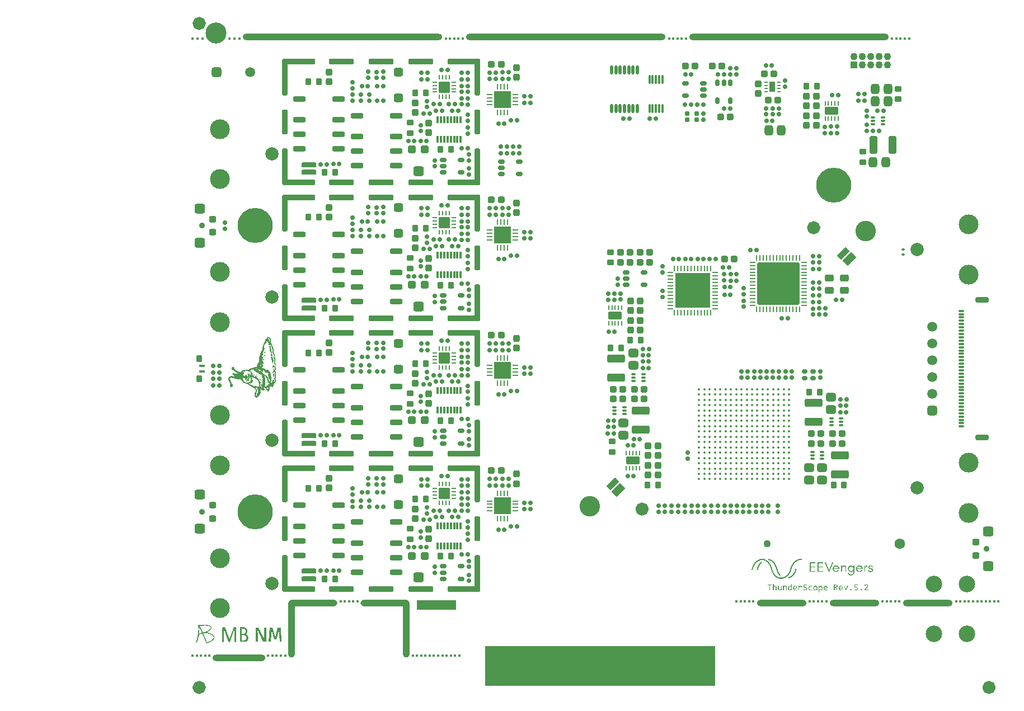
<source format=gbr>
%TF.GenerationSoftware,KiCad,Pcbnew,9.0.3*%
%TF.CreationDate,2025-09-21T22:43:27-04:00*%
%TF.ProjectId,Thunderscope_Rev5.2,5468756e-6465-4727-9363-6f70655f5265,rev?*%
%TF.SameCoordinates,Original*%
%TF.FileFunction,Soldermask,Top*%
%TF.FilePolarity,Negative*%
%FSLAX46Y46*%
G04 Gerber Fmt 4.6, Leading zero omitted, Abs format (unit mm)*
G04 Created by KiCad (PCBNEW 9.0.3) date 2025-09-21 22:43:27*
%MOMM*%
%LPD*%
G01*
G04 APERTURE LIST*
G04 Aperture macros list*
%AMRoundRect*
0 Rectangle with rounded corners*
0 $1 Rounding radius*
0 $2 $3 $4 $5 $6 $7 $8 $9 X,Y pos of 4 corners*
0 Add a 4 corners polygon primitive as box body*
4,1,4,$2,$3,$4,$5,$6,$7,$8,$9,$2,$3,0*
0 Add four circle primitives for the rounded corners*
1,1,$1+$1,$2,$3*
1,1,$1+$1,$4,$5*
1,1,$1+$1,$6,$7*
1,1,$1+$1,$8,$9*
0 Add four rect primitives between the rounded corners*
20,1,$1+$1,$2,$3,$4,$5,0*
20,1,$1+$1,$4,$5,$6,$7,0*
20,1,$1+$1,$6,$7,$8,$9,0*
20,1,$1+$1,$8,$9,$2,$3,0*%
G04 Aperture macros list end*
%ADD10C,0.000000*%
%ADD11C,0.312500*%
%ADD12C,0.150000*%
%ADD13C,0.275000*%
%ADD14C,1.000000*%
%ADD15C,0.100000*%
%ADD16RoundRect,0.150000X-0.150000X0.150000X-0.150000X-0.150000X0.150000X-0.150000X0.150000X0.150000X0*%
%ADD17RoundRect,0.150000X0.150000X-0.150000X0.150000X0.150000X-0.150000X0.150000X-0.150000X-0.150000X0*%
%ADD18C,0.380000*%
%ADD19C,2.000000*%
%ADD20C,3.000000*%
%ADD21RoundRect,0.160000X0.160000X0.160000X-0.160000X0.160000X-0.160000X-0.160000X0.160000X-0.160000X0*%
%ADD22RoundRect,0.200000X0.200000X2.575000X-0.200000X2.575000X-0.200000X-2.575000X0.200000X-2.575000X0*%
%ADD23RoundRect,0.200000X-0.200000X-1.700000X0.200000X-1.700000X0.200000X1.700000X-0.200000X1.700000X0*%
%ADD24RoundRect,0.200000X2.290000X-0.200000X2.290000X0.200000X-2.290000X0.200000X-2.290000X-0.200000X0*%
%ADD25RoundRect,0.200000X-2.290000X0.200000X-2.290000X-0.200000X2.290000X-0.200000X2.290000X0.200000X0*%
%ADD26RoundRect,0.200000X1.700000X-0.200000X1.700000X0.200000X-1.700000X0.200000X-1.700000X-0.200000X0*%
%ADD27RoundRect,0.200000X-1.700000X0.200000X-1.700000X-0.200000X1.700000X-0.200000X1.700000X0.200000X0*%
%ADD28RoundRect,0.200000X-0.200000X-2.575000X0.200000X-2.575000X0.200000X2.575000X-0.200000X2.575000X0*%
%ADD29RoundRect,0.200000X0.200000X1.700000X-0.200000X1.700000X-0.200000X-1.700000X0.200000X-1.700000X0*%
%ADD30RoundRect,0.160000X0.160000X-0.160000X0.160000X0.160000X-0.160000X0.160000X-0.160000X-0.160000X0*%
%ADD31RoundRect,0.150000X0.150000X0.150000X-0.150000X0.150000X-0.150000X-0.150000X0.150000X-0.150000X0*%
%ADD32RoundRect,0.062500X0.062500X0.237500X-0.062500X0.237500X-0.062500X-0.237500X0.062500X-0.237500X0*%
%ADD33RoundRect,0.060000X0.940000X0.540000X-0.940000X0.540000X-0.940000X-0.540000X0.940000X-0.540000X0*%
%ADD34RoundRect,0.160000X-0.160000X-0.160000X0.160000X-0.160000X0.160000X0.160000X-0.160000X0.160000X0*%
%ADD35RoundRect,0.160000X-0.160000X0.160000X-0.160000X-0.160000X0.160000X-0.160000X0.160000X0.160000X0*%
%ADD36RoundRect,0.225000X-0.225000X0.275000X-0.225000X-0.275000X0.225000X-0.275000X0.225000X0.275000X0*%
%ADD37RoundRect,0.062500X-0.062500X-0.237500X0.062500X-0.237500X0.062500X0.237500X-0.062500X0.237500X0*%
%ADD38RoundRect,0.060000X-0.940000X-0.540000X0.940000X-0.540000X0.940000X0.540000X-0.940000X0.540000X0*%
%ADD39RoundRect,0.150000X-0.150000X-0.150000X0.150000X-0.150000X0.150000X0.150000X-0.150000X0.150000X0*%
%ADD40RoundRect,0.237500X0.287500X-0.237500X0.287500X0.237500X-0.287500X0.237500X-0.287500X-0.237500X0*%
%ADD41RoundRect,0.150000X0.350000X-0.150000X0.350000X0.150000X-0.350000X0.150000X-0.350000X-0.150000X0*%
%ADD42RoundRect,0.190500X0.934500X0.190500X-0.934500X0.190500X-0.934500X-0.190500X0.934500X-0.190500X0*%
%ADD43RoundRect,0.300000X0.300000X0.300000X-0.300000X0.300000X-0.300000X-0.300000X0.300000X-0.300000X0*%
%ADD44RoundRect,0.375000X0.425000X0.375000X-0.425000X0.375000X-0.425000X-0.375000X0.425000X-0.375000X0*%
%ADD45RoundRect,0.200000X-0.730000X0.200000X-0.730000X-0.200000X0.730000X-0.200000X0.730000X0.200000X0*%
%ADD46RoundRect,0.225000X-0.275000X-0.225000X0.275000X-0.225000X0.275000X0.225000X-0.275000X0.225000X0*%
%ADD47RoundRect,0.325000X-0.375000X-0.325000X0.375000X-0.325000X0.375000X0.325000X-0.375000X0.325000X0*%
%ADD48RoundRect,0.062500X0.187500X-0.062500X0.187500X0.062500X-0.187500X0.062500X-0.187500X-0.062500X0*%
%ADD49RoundRect,0.045000X0.405000X-0.755000X0.405000X0.755000X-0.405000X0.755000X-0.405000X-0.755000X0*%
%ADD50RoundRect,0.375000X-0.425000X0.375000X-0.425000X-0.375000X0.425000X-0.375000X0.425000X0.375000X0*%
%ADD51C,0.900000*%
%ADD52RoundRect,0.375000X0.425000X-0.375000X0.425000X0.375000X-0.425000X0.375000X-0.425000X-0.375000X0*%
%ADD53RoundRect,0.250000X-0.275000X0.250000X-0.275000X-0.250000X0.275000X-0.250000X0.275000X0.250000X0*%
%ADD54RoundRect,0.075000X-0.075000X0.450000X-0.075000X-0.450000X0.075000X-0.450000X0.075000X0.450000X0*%
%ADD55RoundRect,0.237500X-0.237500X-0.287500X0.237500X-0.287500X0.237500X0.287500X-0.237500X0.287500X0*%
%ADD56O,0.900000X0.250000*%
%ADD57O,0.250000X0.900000*%
%ADD58R,5.280000X5.280000*%
%ADD59RoundRect,0.225000X0.275000X0.225000X-0.275000X0.225000X-0.275000X-0.225000X0.275000X-0.225000X0*%
%ADD60O,0.800000X0.250000*%
%ADD61O,0.250000X0.800000*%
%ADD62RoundRect,0.084000X-0.756000X-0.756000X0.756000X-0.756000X0.756000X0.756000X-0.756000X0.756000X0*%
%ADD63RoundRect,0.325000X0.425000X0.325000X-0.425000X0.325000X-0.425000X-0.325000X0.425000X-0.325000X0*%
%ADD64RoundRect,0.237500X-0.287500X0.237500X-0.287500X-0.237500X0.287500X-0.237500X0.287500X0.237500X0*%
%ADD65O,30.200000X1.000000*%
%ADD66RoundRect,0.237500X0.237500X0.287500X-0.237500X0.287500X-0.237500X-0.287500X0.237500X-0.287500X0*%
%ADD67RoundRect,0.325000X0.325000X-0.425000X0.325000X0.425000X-0.325000X0.425000X-0.325000X-0.425000X0*%
%ADD68RoundRect,0.075000X0.260000X-0.075000X0.260000X0.075000X-0.260000X0.075000X-0.260000X-0.075000X0*%
%ADD69O,0.250000X0.850000*%
%ADD70O,0.850000X0.250000*%
%ADD71RoundRect,0.065000X-1.235000X1.235000X-1.235000X-1.235000X1.235000X-1.235000X1.235000X1.235000X0*%
%ADD72O,7.500000X1.000000*%
%ADD73O,0.200000X0.850000*%
%ADD74O,0.850000X0.200000*%
%ADD75RoundRect,0.160000X3.040000X-3.040000X3.040000X3.040000X-3.040000X3.040000X-3.040000X-3.040000X0*%
%ADD76RoundRect,0.325000X-0.425000X-0.325000X0.425000X-0.325000X0.425000X0.325000X-0.425000X0.325000X0*%
%ADD77RoundRect,0.325000X-0.325000X0.425000X-0.325000X-0.425000X0.325000X-0.425000X0.325000X0.425000X0*%
%ADD78RoundRect,0.307500X1.052500X0.307500X-1.052500X0.307500X-1.052500X-0.307500X1.052500X-0.307500X0*%
%ADD79RoundRect,0.275000X0.375000X0.275000X-0.375000X0.275000X-0.375000X-0.275000X0.375000X-0.275000X0*%
%ADD80RoundRect,0.275000X-0.375000X-0.275000X0.375000X-0.275000X0.375000X0.275000X-0.375000X0.275000X0*%
%ADD81R,1.090000X1.090000*%
%ADD82C,1.090000*%
%ADD83RoundRect,0.085000X-0.852064X-0.371231X-0.371231X-0.852064X0.852064X0.371231X0.371231X0.852064X0*%
%ADD84RoundRect,0.110000X-0.905097X-0.282843X-0.282843X-0.905097X0.905097X0.282843X0.282843X0.905097X0*%
%ADD85C,3.100000*%
%ADD86O,0.350000X1.400000*%
%ADD87RoundRect,0.307500X-1.052500X-0.307500X1.052500X-0.307500X1.052500X0.307500X-1.052500X0.307500X0*%
%ADD88O,7.400000X1.000000*%
%ADD89RoundRect,0.175000X0.225000X0.175000X-0.225000X0.175000X-0.225000X-0.175000X0.225000X-0.175000X0*%
%ADD90RoundRect,0.175000X-0.225000X-0.175000X0.225000X-0.175000X0.225000X0.175000X-0.225000X0.175000X0*%
%ADD91C,2.500000*%
%ADD92O,1.000000X8.750000*%
%ADD93RoundRect,0.225000X0.225000X-0.275000X0.225000X0.275000X-0.225000X0.275000X-0.225000X-0.275000X0*%
%ADD94RoundRect,0.150000X-0.350000X0.150000X-0.350000X-0.150000X0.350000X-0.150000X0.350000X0.150000X0*%
%ADD95RoundRect,0.075000X-0.175000X-0.075000X0.175000X-0.075000X0.175000X0.075000X-0.175000X0.075000X0*%
%ADD96RoundRect,0.307500X0.307500X-1.052500X0.307500X1.052500X-0.307500X1.052500X-0.307500X-1.052500X0*%
%ADD97RoundRect,0.075000X-0.260000X0.075000X-0.260000X-0.075000X0.260000X-0.075000X0.260000X0.075000X0*%
%ADD98O,8.000000X1.000000*%
%ADD99R,0.700000X4.200000*%
%ADD100R,0.700000X3.200000*%
%ADD101RoundRect,0.250000X0.275000X-0.250000X0.275000X0.250000X-0.275000X0.250000X-0.275000X-0.250000X0*%
%ADD102RoundRect,0.075000X0.350000X-0.075000X0.350000X0.075000X-0.350000X0.075000X-0.350000X-0.075000X0*%
%ADD103RoundRect,0.200000X0.800000X-0.200000X0.800000X0.200000X-0.800000X0.200000X-0.800000X-0.200000X0*%
%ADD104C,0.350000*%
%ADD105C,3.180000*%
%ADD106RoundRect,0.375000X-0.375000X-0.375000X0.375000X-0.375000X0.375000X0.375000X-0.375000X0.375000X0*%
%ADD107C,1.500000*%
%ADD108O,0.450000X1.400000*%
%ADD109RoundRect,0.135000X0.315000X-0.365000X0.315000X0.365000X-0.315000X0.365000X-0.315000X-0.365000X0*%
%ADD110RoundRect,0.060000X0.340000X-0.140000X0.340000X0.140000X-0.340000X0.140000X-0.340000X-0.140000X0*%
%ADD111RoundRect,0.160000X0.190000X-0.160000X0.190000X0.160000X-0.190000X0.160000X-0.190000X-0.160000X0*%
%ADD112RoundRect,0.150000X-0.150000X-0.350000X0.150000X-0.350000X0.150000X0.350000X-0.150000X0.350000X0*%
%ADD113C,5.300000*%
%ADD114RoundRect,0.375000X0.375000X-0.375000X0.375000X0.375000X-0.375000X0.375000X-0.375000X-0.375000X0*%
%ADD115C,1.092200*%
%ADD116C,1.600200*%
G04 APERTURE END LIST*
D10*
G36*
X189558725Y-136843780D02*
G01*
X189571765Y-136843780D01*
X189571765Y-136847030D01*
X189591345Y-136847030D01*
X189591345Y-136850300D01*
X189597865Y-136850300D01*
X189597865Y-136853560D01*
X189610915Y-136853560D01*
X189610915Y-136856820D01*
X189617435Y-136856820D01*
X189617435Y-136860080D01*
X189620695Y-136860080D01*
X189620695Y-136863350D01*
X189620695Y-136866610D01*
X189620695Y-137052530D01*
X189614175Y-137052530D01*
X189614175Y-137049260D01*
X189610915Y-137049260D01*
X189610915Y-137046000D01*
X189607645Y-137046000D01*
X189607645Y-137042740D01*
X189601125Y-137042740D01*
X189601125Y-137039480D01*
X189597865Y-137039480D01*
X189597865Y-137036220D01*
X189594605Y-137036220D01*
X189594605Y-137032960D01*
X189584815Y-137032960D01*
X189584815Y-137029690D01*
X189581555Y-137029690D01*
X189581555Y-137026430D01*
X189575035Y-137026430D01*
X189575035Y-137023170D01*
X189568505Y-137023170D01*
X189568505Y-137019910D01*
X189558725Y-137019910D01*
X189558725Y-137016650D01*
X189545675Y-137016650D01*
X189545675Y-137013390D01*
X189535895Y-137013390D01*
X189535895Y-137010120D01*
X189477185Y-137010120D01*
X189477185Y-137013390D01*
X189467395Y-137013390D01*
X189467395Y-137016650D01*
X189454355Y-137016650D01*
X189454355Y-137019910D01*
X189444565Y-137019910D01*
X189444565Y-137023170D01*
X189438045Y-137023170D01*
X189438045Y-137026430D01*
X189428255Y-137026430D01*
X189428255Y-137029690D01*
X189424995Y-137029690D01*
X189424995Y-137032960D01*
X189418475Y-137032960D01*
X189418475Y-137036220D01*
X189415205Y-137036220D01*
X189415205Y-137039480D01*
X189408685Y-137039480D01*
X189408685Y-137042740D01*
X189405425Y-137042740D01*
X189405425Y-137046000D01*
X189402155Y-137046000D01*
X189402155Y-137049260D01*
X189395645Y-137049260D01*
X189395645Y-137052530D01*
X189392375Y-137052530D01*
X189392375Y-137055790D01*
X189389115Y-137055790D01*
X189389115Y-137059050D01*
X189385855Y-137059050D01*
X189385855Y-137062310D01*
X189382595Y-137062310D01*
X189382595Y-137065570D01*
X189379335Y-137065570D01*
X189379335Y-137068840D01*
X189376065Y-137068840D01*
X189376065Y-137072100D01*
X189372805Y-137072100D01*
X189372805Y-137075360D01*
X189369545Y-137075360D01*
X189369545Y-137081880D01*
X189366275Y-137081880D01*
X189366275Y-137085140D01*
X189363025Y-137085140D01*
X189363025Y-137088410D01*
X189359755Y-137088410D01*
X189359755Y-137094920D01*
X189356505Y-137094920D01*
X189356505Y-137098190D01*
X189353235Y-137098190D01*
X189353235Y-137104720D01*
X189349975Y-137104720D01*
X189349975Y-137107980D01*
X189346715Y-137107980D01*
X189346715Y-137114500D01*
X189343445Y-137114500D01*
X189343445Y-137117760D01*
X189340195Y-137117760D01*
X189340195Y-137124290D01*
X189336925Y-137124290D01*
X189336925Y-137130810D01*
X189333665Y-137130810D01*
X189333665Y-137134070D01*
X189330405Y-137134070D01*
X189330405Y-137143850D01*
X189327145Y-137143850D01*
X189327145Y-137147110D01*
X189323885Y-137147110D01*
X189323885Y-137156900D01*
X189320625Y-137156900D01*
X189320625Y-137160160D01*
X189317355Y-137160160D01*
X189317355Y-137166680D01*
X189314095Y-137166680D01*
X189314095Y-137176470D01*
X189310835Y-137176470D01*
X189310835Y-137182990D01*
X189307575Y-137182990D01*
X189307575Y-137196040D01*
X189304315Y-137196040D01*
X189304315Y-137202570D01*
X189301045Y-137202570D01*
X189301045Y-137215610D01*
X189297785Y-137215610D01*
X189297785Y-137228660D01*
X189294525Y-137228660D01*
X189294525Y-137238440D01*
X189291265Y-137238440D01*
X189291265Y-137261280D01*
X189288005Y-137261280D01*
X189288005Y-137277580D01*
X189284745Y-137277580D01*
X189284745Y-137809240D01*
X189281475Y-137809240D01*
X189281475Y-137812500D01*
X189137965Y-137812500D01*
X189137965Y-137809240D01*
X189134695Y-137809240D01*
X189134695Y-137805980D01*
X189131445Y-137805980D01*
X189131445Y-136863350D01*
X189134695Y-136863350D01*
X189134695Y-136860080D01*
X189281475Y-136860080D01*
X189281475Y-136863350D01*
X189284745Y-136863350D01*
X189284745Y-137026430D01*
X189291265Y-137026430D01*
X189291265Y-137010120D01*
X189294525Y-137010120D01*
X189294525Y-137003600D01*
X189297785Y-137003600D01*
X189297785Y-136997080D01*
X189301045Y-136997080D01*
X189301045Y-136990560D01*
X189304315Y-136990560D01*
X189304315Y-136984030D01*
X189307575Y-136984030D01*
X189307575Y-136977500D01*
X189310835Y-136977500D01*
X189310835Y-136974240D01*
X189314095Y-136974240D01*
X189314095Y-136967720D01*
X189317355Y-136967720D01*
X189317355Y-136961200D01*
X189320625Y-136961200D01*
X189320625Y-136957940D01*
X189323885Y-136957940D01*
X189323885Y-136951410D01*
X189327145Y-136951410D01*
X189327145Y-136948150D01*
X189330405Y-136948150D01*
X189330405Y-136941630D01*
X189333665Y-136941630D01*
X189333665Y-136938360D01*
X189336925Y-136938360D01*
X189336925Y-136935110D01*
X189340195Y-136935110D01*
X189340195Y-136928580D01*
X189343445Y-136928580D01*
X189343445Y-136925320D01*
X189346715Y-136925320D01*
X189346715Y-136922060D01*
X189349975Y-136922060D01*
X189349975Y-136918790D01*
X189353235Y-136918790D01*
X189353235Y-136912270D01*
X189356505Y-136912270D01*
X189356505Y-136909020D01*
X189359755Y-136909020D01*
X189359755Y-136905750D01*
X189363025Y-136905750D01*
X189363025Y-136902490D01*
X189366275Y-136902490D01*
X189366275Y-136899230D01*
X189372805Y-136899230D01*
X189372805Y-136895960D01*
X189376065Y-136895960D01*
X189376065Y-136892700D01*
X189379335Y-136892700D01*
X189379335Y-136889440D01*
X189382595Y-136889440D01*
X189382595Y-136886180D01*
X189389115Y-136886180D01*
X189389115Y-136882910D01*
X189392375Y-136882910D01*
X189392375Y-136879660D01*
X189395645Y-136879660D01*
X189395645Y-136876390D01*
X189402155Y-136876390D01*
X189402155Y-136873130D01*
X189405425Y-136873130D01*
X189405425Y-136869870D01*
X189411945Y-136869870D01*
X189411945Y-136866610D01*
X189418475Y-136866610D01*
X189418475Y-136863350D01*
X189424995Y-136863350D01*
X189424995Y-136860080D01*
X189431515Y-136860080D01*
X189431515Y-136856820D01*
X189438045Y-136856820D01*
X189438045Y-136853560D01*
X189451095Y-136853560D01*
X189451095Y-136850300D01*
X189457605Y-136850300D01*
X189457605Y-136847030D01*
X189473915Y-136847030D01*
X189473915Y-136843780D01*
X189490225Y-136843780D01*
X189490225Y-136840510D01*
X189558725Y-136840510D01*
X189558725Y-136843780D01*
G37*
G36*
X190106685Y-136840510D02*
G01*
X190136055Y-136840510D01*
X190136055Y-136843780D01*
X190158885Y-136843780D01*
X190158885Y-136847030D01*
X190181705Y-136847030D01*
X190181705Y-136850300D01*
X190191495Y-136850300D01*
X190191495Y-136853560D01*
X190207805Y-136853560D01*
X190207805Y-136856820D01*
X190214325Y-136856820D01*
X190214325Y-136860080D01*
X190227365Y-136860080D01*
X190227365Y-136863350D01*
X190237155Y-136863350D01*
X190237155Y-136866610D01*
X190243685Y-136866610D01*
X190243685Y-136869870D01*
X190253475Y-136869870D01*
X190253475Y-136873130D01*
X190259995Y-136873130D01*
X190259995Y-136876390D01*
X190269785Y-136876390D01*
X190269785Y-136879660D01*
X190273035Y-136879660D01*
X190273035Y-136882910D01*
X190279565Y-136882910D01*
X190279565Y-136886180D01*
X190286085Y-136886180D01*
X190286085Y-136889440D01*
X190289345Y-136889440D01*
X190289345Y-136892700D01*
X190299125Y-136892700D01*
X190299125Y-136895960D01*
X190302395Y-136895960D01*
X190302395Y-136899230D01*
X190308915Y-136899230D01*
X190308915Y-136902490D01*
X190312185Y-136902490D01*
X190312185Y-136905750D01*
X190315445Y-136905750D01*
X190315445Y-136909020D01*
X190321965Y-136909020D01*
X190321965Y-136912270D01*
X190325225Y-136912270D01*
X190325225Y-136915540D01*
X190328485Y-136915540D01*
X190328485Y-136918790D01*
X190331745Y-136918790D01*
X190331745Y-136922060D01*
X190335015Y-136922060D01*
X190335015Y-136925320D01*
X190338275Y-136925320D01*
X190338275Y-136928580D01*
X190341535Y-136928580D01*
X190341535Y-136931840D01*
X190344795Y-136931840D01*
X190344795Y-136935110D01*
X190348055Y-136935110D01*
X190348055Y-136938360D01*
X190351315Y-136938360D01*
X190351315Y-136941630D01*
X190354585Y-136941630D01*
X190354585Y-136948150D01*
X190357845Y-136948150D01*
X190357845Y-136951410D01*
X190361105Y-136951410D01*
X190361105Y-136954670D01*
X190364365Y-136954670D01*
X190364365Y-136961200D01*
X190367625Y-136961200D01*
X190367625Y-136964460D01*
X190370895Y-136964460D01*
X190370895Y-136970980D01*
X190374155Y-136970980D01*
X190374155Y-136974240D01*
X190377415Y-136974240D01*
X190377415Y-136980770D01*
X190380675Y-136980770D01*
X190380675Y-136987290D01*
X190383935Y-136987290D01*
X190383935Y-136990560D01*
X190387195Y-136990560D01*
X190387195Y-137000340D01*
X190390455Y-137000340D01*
X190390455Y-137006870D01*
X190393725Y-137006870D01*
X190393725Y-137013390D01*
X190396985Y-137013390D01*
X190396985Y-137023170D01*
X190400235Y-137023170D01*
X190400235Y-137029690D01*
X190403505Y-137029690D01*
X190403505Y-137042740D01*
X190406765Y-137042740D01*
X190406765Y-137049260D01*
X190410025Y-137049260D01*
X190410025Y-137059050D01*
X190413295Y-137059050D01*
X190413295Y-137072100D01*
X190416555Y-137072100D01*
X190416555Y-137081880D01*
X190419815Y-137081880D01*
X190419815Y-137094920D01*
X190413295Y-137094920D01*
X190413295Y-137098190D01*
X190410025Y-137098190D01*
X190410025Y-137094920D01*
X190256725Y-137094920D01*
X190256725Y-137085140D01*
X190253475Y-137085140D01*
X190253475Y-137075360D01*
X190250205Y-137075360D01*
X190250205Y-137068840D01*
X190246945Y-137068840D01*
X190246945Y-137059050D01*
X190243685Y-137059050D01*
X190243685Y-137055790D01*
X190240425Y-137055790D01*
X190240425Y-137046000D01*
X190237155Y-137046000D01*
X190237155Y-137042740D01*
X190233895Y-137042740D01*
X190233895Y-137036220D01*
X190230635Y-137036220D01*
X190230635Y-137029690D01*
X190227365Y-137029690D01*
X190227365Y-137026430D01*
X190224115Y-137026430D01*
X190224115Y-137023170D01*
X190220855Y-137023170D01*
X190220855Y-137019910D01*
X190217585Y-137019910D01*
X190217585Y-137013390D01*
X190214325Y-137013390D01*
X190214325Y-137010120D01*
X190211065Y-137010120D01*
X190211065Y-137006870D01*
X190207805Y-137006870D01*
X190207805Y-137003600D01*
X190201275Y-137003600D01*
X190201275Y-137000340D01*
X190198015Y-137000340D01*
X190198015Y-136997080D01*
X190194755Y-136997080D01*
X190194755Y-136993810D01*
X190188235Y-136993810D01*
X190188235Y-136990560D01*
X190184975Y-136990560D01*
X190184975Y-136987290D01*
X190175185Y-136987290D01*
X190175185Y-136984030D01*
X190168665Y-136984030D01*
X190168665Y-136980770D01*
X190162135Y-136980770D01*
X190162135Y-136977500D01*
X190149095Y-136977500D01*
X190149095Y-136974240D01*
X190142565Y-136974240D01*
X190142565Y-136970980D01*
X190122995Y-136970980D01*
X190122995Y-136967720D01*
X190109955Y-136967720D01*
X190109955Y-136964460D01*
X190021885Y-136964460D01*
X190021885Y-136967720D01*
X190008845Y-136967720D01*
X190008845Y-136970980D01*
X189992535Y-136970980D01*
X189992535Y-136974240D01*
X189982745Y-136974240D01*
X189982745Y-136977500D01*
X189972965Y-136977500D01*
X189972965Y-136980770D01*
X189966435Y-136980770D01*
X189966435Y-136984030D01*
X189959915Y-136984030D01*
X189959915Y-136987290D01*
X189953385Y-136987290D01*
X189953385Y-136990560D01*
X189946865Y-136990560D01*
X189946865Y-136993810D01*
X189940345Y-136993810D01*
X189940345Y-136997080D01*
X189937085Y-136997080D01*
X189937085Y-137000340D01*
X189933815Y-137000340D01*
X189933815Y-137003600D01*
X189927295Y-137003600D01*
X189927295Y-137006870D01*
X189924035Y-137006870D01*
X189924035Y-137010120D01*
X189920775Y-137010120D01*
X189920775Y-137013390D01*
X189917505Y-137013390D01*
X189917505Y-137016650D01*
X189914245Y-137016650D01*
X189914245Y-137019910D01*
X189910985Y-137019910D01*
X189910985Y-137026430D01*
X189907725Y-137026430D01*
X189907725Y-137029690D01*
X189904465Y-137029690D01*
X189904465Y-137036220D01*
X189901205Y-137036220D01*
X189901205Y-137042740D01*
X189897935Y-137042740D01*
X189897935Y-137049260D01*
X189894685Y-137049260D01*
X189894685Y-137068840D01*
X189891415Y-137068840D01*
X189891415Y-137111240D01*
X189894685Y-137111240D01*
X189894685Y-137134070D01*
X189897935Y-137134070D01*
X189897935Y-137137330D01*
X189897935Y-137140590D01*
X189901205Y-137140590D01*
X189901205Y-137150370D01*
X189904465Y-137150370D01*
X189904465Y-137153640D01*
X189907725Y-137153640D01*
X189907725Y-137160160D01*
X189910985Y-137160160D01*
X189910985Y-137163430D01*
X189914245Y-137163430D01*
X189914245Y-137166680D01*
X189917505Y-137166680D01*
X189917505Y-137173210D01*
X189924035Y-137173210D01*
X189924035Y-137176470D01*
X189927295Y-137176470D01*
X189927295Y-137179740D01*
X189930565Y-137179740D01*
X189930565Y-137182990D01*
X189933815Y-137182990D01*
X189933815Y-137186250D01*
X189937085Y-137186250D01*
X189937085Y-137189520D01*
X189943605Y-137189520D01*
X189943605Y-137192780D01*
X189950135Y-137192780D01*
X189950135Y-137196040D01*
X189953385Y-137196040D01*
X189953385Y-137199300D01*
X189959915Y-137199300D01*
X189959915Y-137202570D01*
X189966435Y-137202570D01*
X189966435Y-137205830D01*
X189976225Y-137205830D01*
X189976225Y-137209090D01*
X189979475Y-137209090D01*
X189979475Y-137212350D01*
X189989265Y-137212350D01*
X189989265Y-137215610D01*
X189995795Y-137215610D01*
X189995795Y-137218870D01*
X190002315Y-137218870D01*
X190002315Y-137222130D01*
X190012105Y-137222130D01*
X190012105Y-137225400D01*
X190018615Y-137225400D01*
X190018615Y-137228660D01*
X190031675Y-137228660D01*
X190031675Y-137231920D01*
X190038195Y-137231920D01*
X190038195Y-137235190D01*
X190047985Y-137235190D01*
X190047985Y-137238440D01*
X190061025Y-137238440D01*
X190061025Y-137241700D01*
X190070815Y-137241700D01*
X190070815Y-137244960D01*
X190087115Y-137244960D01*
X190087115Y-137248230D01*
X190093645Y-137248230D01*
X190093645Y-137251490D01*
X190109955Y-137251490D01*
X190109955Y-137254750D01*
X190119735Y-137254750D01*
X190119735Y-137258010D01*
X190129525Y-137258010D01*
X190129525Y-137261280D01*
X190149095Y-137261280D01*
X190149095Y-137264540D01*
X190158885Y-137264540D01*
X190158885Y-137267790D01*
X190175185Y-137267790D01*
X190175185Y-137271060D01*
X190188235Y-137271060D01*
X190188235Y-137274320D01*
X190201275Y-137274320D01*
X190201275Y-137277580D01*
X190214325Y-137277580D01*
X190214325Y-137280850D01*
X190220855Y-137280850D01*
X190220855Y-137284110D01*
X190237155Y-137284110D01*
X190237155Y-137287370D01*
X190243685Y-137287370D01*
X190243685Y-137290630D01*
X190253475Y-137290630D01*
X190253475Y-137293890D01*
X190263245Y-137293890D01*
X190263245Y-137297160D01*
X190269785Y-137297160D01*
X190269785Y-137300420D01*
X190282825Y-137300420D01*
X190282825Y-137303680D01*
X190286085Y-137303680D01*
X190286085Y-137306940D01*
X190295865Y-137306940D01*
X190295865Y-137310200D01*
X190302395Y-137310200D01*
X190302395Y-137313460D01*
X190308915Y-137313460D01*
X190308915Y-137316730D01*
X190318695Y-137316730D01*
X190318695Y-137319990D01*
X190321965Y-137319990D01*
X190321965Y-137323250D01*
X190331745Y-137323250D01*
X190331745Y-137326510D01*
X190335015Y-137326510D01*
X190335015Y-137329770D01*
X190341535Y-137329770D01*
X190341535Y-137333030D01*
X190344795Y-137333030D01*
X190344795Y-137336300D01*
X190351315Y-137336300D01*
X190351315Y-137339560D01*
X190357845Y-137339560D01*
X190357845Y-137342820D01*
X190361105Y-137342820D01*
X190361105Y-137346080D01*
X190364365Y-137346080D01*
X190364365Y-137349340D01*
X190370895Y-137349340D01*
X190370895Y-137352610D01*
X190374155Y-137352610D01*
X190374155Y-137355860D01*
X190377415Y-137355860D01*
X190377415Y-137359120D01*
X190380675Y-137359120D01*
X190380675Y-137362390D01*
X190383935Y-137362390D01*
X190383935Y-137365650D01*
X190387195Y-137365650D01*
X190387195Y-137368910D01*
X190390455Y-137368910D01*
X190390455Y-137372170D01*
X190393725Y-137372170D01*
X190393725Y-137375430D01*
X190396985Y-137375430D01*
X190396985Y-137378700D01*
X190400235Y-137378700D01*
X190400235Y-137381960D01*
X190403505Y-137381960D01*
X190403505Y-137385220D01*
X190406765Y-137385220D01*
X190406765Y-137388480D01*
X190410025Y-137388480D01*
X190410025Y-137395000D01*
X190413295Y-137395000D01*
X190413295Y-137398270D01*
X190416555Y-137398270D01*
X190416555Y-137401530D01*
X190419815Y-137401530D01*
X190419815Y-137408050D01*
X190423075Y-137408050D01*
X190423075Y-137411310D01*
X190426345Y-137411310D01*
X190426345Y-137417840D01*
X190429605Y-137417840D01*
X190429605Y-137424360D01*
X190432865Y-137424360D01*
X190432865Y-137430880D01*
X190436125Y-137430880D01*
X190436125Y-137437410D01*
X190439385Y-137437410D01*
X190439385Y-137443920D01*
X190442645Y-137443920D01*
X190442645Y-137456980D01*
X190445905Y-137456980D01*
X190445905Y-137463500D01*
X190449175Y-137463500D01*
X190449175Y-137476550D01*
X190452435Y-137476550D01*
X190452435Y-137492860D01*
X190455695Y-137492860D01*
X190455695Y-137512420D01*
X190458955Y-137512420D01*
X190458955Y-137574400D01*
X190455695Y-137574400D01*
X190455695Y-137593970D01*
X190452435Y-137593970D01*
X190452435Y-137613540D01*
X190449175Y-137613540D01*
X190449175Y-137626590D01*
X190445905Y-137626590D01*
X190445905Y-137636370D01*
X190442645Y-137636370D01*
X190442645Y-137649420D01*
X190439385Y-137649420D01*
X190439385Y-137655940D01*
X190436125Y-137655940D01*
X190436125Y-137665730D01*
X190432865Y-137665730D01*
X190432865Y-137672250D01*
X190429605Y-137672250D01*
X190429605Y-137675510D01*
X190426345Y-137675510D01*
X190426345Y-137685300D01*
X190423075Y-137685300D01*
X190423075Y-137688560D01*
X190419815Y-137688560D01*
X190419815Y-137695080D01*
X190416555Y-137695080D01*
X190416555Y-137698340D01*
X190413295Y-137698340D01*
X190413295Y-137704870D01*
X190410025Y-137704870D01*
X190410025Y-137708130D01*
X190406765Y-137708130D01*
X190406765Y-137711390D01*
X190403505Y-137711390D01*
X190403505Y-137717920D01*
X190400235Y-137717920D01*
X190400235Y-137721170D01*
X190396985Y-137721170D01*
X190396985Y-137724440D01*
X190393725Y-137724440D01*
X190393725Y-137727700D01*
X190390455Y-137727700D01*
X190390455Y-137730960D01*
X190387195Y-137730960D01*
X190387195Y-137737490D01*
X190380675Y-137737490D01*
X190380675Y-137740750D01*
X190377415Y-137740750D01*
X190377415Y-137744010D01*
X190374155Y-137744010D01*
X190374155Y-137747270D01*
X190370895Y-137747270D01*
X190370895Y-137750530D01*
X190367625Y-137750530D01*
X190367625Y-137753800D01*
X190361105Y-137753800D01*
X190361105Y-137757050D01*
X190357845Y-137757050D01*
X190357845Y-137760320D01*
X190354585Y-137760320D01*
X190354585Y-137763580D01*
X190348055Y-137763580D01*
X190348055Y-137766840D01*
X190344795Y-137766840D01*
X190344795Y-137770100D01*
X190338275Y-137770100D01*
X190338275Y-137773360D01*
X190335015Y-137773360D01*
X190335015Y-137776620D01*
X190328485Y-137776620D01*
X190328485Y-137779890D01*
X190325225Y-137779890D01*
X190325225Y-137783150D01*
X190318695Y-137783150D01*
X190318695Y-137786410D01*
X190312185Y-137786410D01*
X190312185Y-137789670D01*
X190305655Y-137789670D01*
X190305655Y-137792930D01*
X190295865Y-137792930D01*
X190295865Y-137796190D01*
X190292605Y-137796190D01*
X190292605Y-137799460D01*
X190282825Y-137799460D01*
X190282825Y-137802720D01*
X190276305Y-137802720D01*
X190276305Y-137805980D01*
X190269785Y-137805980D01*
X190269785Y-137809240D01*
X190256725Y-137809240D01*
X190256725Y-137812500D01*
X190250205Y-137812500D01*
X190250205Y-137815770D01*
X190233895Y-137815770D01*
X190233895Y-137819030D01*
X190227365Y-137819030D01*
X190227365Y-137822290D01*
X190214325Y-137822290D01*
X190214325Y-137825550D01*
X190198015Y-137825550D01*
X190198015Y-137828810D01*
X190188235Y-137828810D01*
X190188235Y-137832080D01*
X190162135Y-137832080D01*
X190162135Y-137835340D01*
X190142565Y-137835340D01*
X190142565Y-137838600D01*
X190018615Y-137838600D01*
X190018615Y-137835340D01*
X189995795Y-137835340D01*
X189995795Y-137832080D01*
X189969695Y-137832080D01*
X189969695Y-137828810D01*
X189956655Y-137828810D01*
X189956655Y-137825550D01*
X189943605Y-137825550D01*
X189943605Y-137822290D01*
X189930565Y-137822290D01*
X189930565Y-137819030D01*
X189920775Y-137819030D01*
X189920775Y-137815770D01*
X189907725Y-137815770D01*
X189907725Y-137812500D01*
X189904465Y-137812500D01*
X189904465Y-137809240D01*
X189891415Y-137809240D01*
X189891415Y-137805980D01*
X189884895Y-137805980D01*
X189884895Y-137802720D01*
X189878365Y-137802720D01*
X189878365Y-137799460D01*
X189868595Y-137799460D01*
X189868595Y-137796190D01*
X189865325Y-137796190D01*
X189865325Y-137792930D01*
X189858805Y-137792930D01*
X189858805Y-137789670D01*
X189852285Y-137789670D01*
X189852285Y-137786410D01*
X189845755Y-137786410D01*
X189845755Y-137783150D01*
X189842495Y-137783150D01*
X189842495Y-137779890D01*
X189839235Y-137779890D01*
X189839235Y-137776620D01*
X189832705Y-137776620D01*
X189832705Y-137773360D01*
X189829445Y-137773360D01*
X189829445Y-137770100D01*
X189822925Y-137770100D01*
X189822925Y-137766840D01*
X189819655Y-137766840D01*
X189819655Y-137763580D01*
X189816405Y-137763580D01*
X189816405Y-137760320D01*
X189809875Y-137760320D01*
X189809875Y-137757050D01*
X189806615Y-137757050D01*
X189806615Y-137753800D01*
X189803355Y-137753800D01*
X189803355Y-137750530D01*
X189800085Y-137750530D01*
X189800085Y-137747270D01*
X189796825Y-137747270D01*
X189796825Y-137744010D01*
X189793565Y-137744010D01*
X189793565Y-137740750D01*
X189790305Y-137740750D01*
X189790305Y-137737490D01*
X189787045Y-137737490D01*
X189787045Y-137734220D01*
X189783775Y-137734220D01*
X189783775Y-137730960D01*
X189780515Y-137730960D01*
X189780515Y-137727700D01*
X189777255Y-137727700D01*
X189777255Y-137724440D01*
X189773995Y-137724440D01*
X189773995Y-137721170D01*
X189770735Y-137721170D01*
X189770735Y-137714660D01*
X189767475Y-137714660D01*
X189767475Y-137711390D01*
X189764215Y-137711390D01*
X189764215Y-137708130D01*
X189760945Y-137708130D01*
X189760945Y-137701610D01*
X189757695Y-137701610D01*
X189757695Y-137698340D01*
X189754425Y-137698340D01*
X189754425Y-137691820D01*
X189751165Y-137691820D01*
X189751165Y-137685300D01*
X189747905Y-137685300D01*
X189747905Y-137682040D01*
X189744645Y-137682040D01*
X189744645Y-137675510D01*
X189741385Y-137675510D01*
X189741385Y-137668990D01*
X189738115Y-137668990D01*
X189738115Y-137659200D01*
X189734855Y-137659200D01*
X189734855Y-137655940D01*
X189731595Y-137655940D01*
X189731595Y-137646160D01*
X189728335Y-137646160D01*
X189728335Y-137639630D01*
X189725075Y-137639630D01*
X189725075Y-137633110D01*
X189721815Y-137633110D01*
X189721815Y-137620070D01*
X189718555Y-137620070D01*
X189718555Y-137613540D01*
X189715285Y-137613540D01*
X189715285Y-137600490D01*
X189712025Y-137600490D01*
X189712025Y-137590710D01*
X189708765Y-137590710D01*
X189708765Y-137577660D01*
X189705505Y-137577660D01*
X189705505Y-137561350D01*
X189702235Y-137561350D01*
X189702235Y-137548300D01*
X189705505Y-137548300D01*
X189705505Y-137545040D01*
X189858805Y-137545040D01*
X189858805Y-137548300D01*
X189862055Y-137548300D01*
X189862055Y-137554830D01*
X189865325Y-137554830D01*
X189865325Y-137564610D01*
X189868595Y-137564610D01*
X189868595Y-137574400D01*
X189871845Y-137574400D01*
X189871845Y-137584180D01*
X189875105Y-137584180D01*
X189875105Y-137590710D01*
X189878365Y-137590710D01*
X189878365Y-137600490D01*
X189881635Y-137600490D01*
X189881635Y-137607020D01*
X189884895Y-137607020D01*
X189884895Y-137610280D01*
X189888155Y-137610280D01*
X189888155Y-137620070D01*
X189891415Y-137620070D01*
X189891415Y-137623320D01*
X189894685Y-137623320D01*
X189894685Y-137629850D01*
X189897935Y-137629850D01*
X189897935Y-137633110D01*
X189901205Y-137633110D01*
X189901205Y-137639630D01*
X189904465Y-137639630D01*
X189904465Y-137642900D01*
X189907725Y-137642900D01*
X189907725Y-137646160D01*
X189910985Y-137646160D01*
X189910985Y-137649420D01*
X189914245Y-137649420D01*
X189914245Y-137652680D01*
X189917505Y-137652680D01*
X189917505Y-137655940D01*
X189920775Y-137655940D01*
X189920775Y-137659200D01*
X189924035Y-137659200D01*
X189924035Y-137662460D01*
X189927295Y-137662460D01*
X189927295Y-137665730D01*
X189930565Y-137665730D01*
X189930565Y-137668990D01*
X189933815Y-137668990D01*
X189933815Y-137672250D01*
X189937085Y-137672250D01*
X189937085Y-137675510D01*
X189943605Y-137675510D01*
X189943605Y-137678770D01*
X189950135Y-137678770D01*
X189950135Y-137682040D01*
X189956655Y-137682040D01*
X189956655Y-137685300D01*
X189959915Y-137685300D01*
X189959915Y-137688560D01*
X189966435Y-137688560D01*
X189966435Y-137691820D01*
X189976225Y-137691820D01*
X189976225Y-137695080D01*
X189979475Y-137695080D01*
X189979475Y-137698340D01*
X189992535Y-137698340D01*
X189992535Y-137701610D01*
X190002315Y-137701610D01*
X190002315Y-137704870D01*
X190015365Y-137704870D01*
X190015365Y-137708130D01*
X190034925Y-137708130D01*
X190034925Y-137711390D01*
X190051245Y-137711390D01*
X190051245Y-137714660D01*
X190132785Y-137714660D01*
X190132785Y-137711390D01*
X190152355Y-137711390D01*
X190152355Y-137708130D01*
X190171925Y-137708130D01*
X190171925Y-137704870D01*
X190184975Y-137704870D01*
X190184975Y-137701610D01*
X190194755Y-137701610D01*
X190194755Y-137698340D01*
X190207805Y-137698340D01*
X190207805Y-137695080D01*
X190211065Y-137695080D01*
X190211065Y-137691820D01*
X190220855Y-137691820D01*
X190220855Y-137688560D01*
X190227365Y-137688560D01*
X190227365Y-137685300D01*
X190233895Y-137685300D01*
X190233895Y-137682040D01*
X190237155Y-137682040D01*
X190237155Y-137678770D01*
X190240425Y-137678770D01*
X190240425Y-137675510D01*
X190246945Y-137675510D01*
X190246945Y-137672250D01*
X190250205Y-137672250D01*
X190250205Y-137668990D01*
X190253475Y-137668990D01*
X190253475Y-137665730D01*
X190256725Y-137665730D01*
X190256725Y-137662460D01*
X190259995Y-137662460D01*
X190259995Y-137659200D01*
X190263245Y-137659200D01*
X190263245Y-137655940D01*
X190266515Y-137655940D01*
X190266515Y-137652680D01*
X190269785Y-137652680D01*
X190269785Y-137649420D01*
X190273035Y-137649420D01*
X190273035Y-137642900D01*
X190276305Y-137642900D01*
X190276305Y-137639630D01*
X190279565Y-137639630D01*
X190279565Y-137633110D01*
X190282825Y-137633110D01*
X190282825Y-137626590D01*
X190286085Y-137626590D01*
X190286085Y-137616800D01*
X190289345Y-137616800D01*
X190289345Y-137610280D01*
X190292605Y-137610280D01*
X190292605Y-137593970D01*
X190295865Y-137593970D01*
X190295865Y-137535260D01*
X190292605Y-137535260D01*
X190292605Y-137522210D01*
X190289345Y-137522210D01*
X190289345Y-137515690D01*
X190286085Y-137515690D01*
X190286085Y-137509170D01*
X190282825Y-137509170D01*
X190282825Y-137502650D01*
X190279565Y-137502650D01*
X190279565Y-137499380D01*
X190276305Y-137499380D01*
X190276305Y-137492860D01*
X190273035Y-137492860D01*
X190273035Y-137489590D01*
X190269785Y-137489590D01*
X190269785Y-137486340D01*
X190266515Y-137486340D01*
X190266515Y-137483070D01*
X190263245Y-137483070D01*
X190263245Y-137479810D01*
X190259995Y-137479810D01*
X190259995Y-137476550D01*
X190256725Y-137476550D01*
X190256725Y-137473280D01*
X190253475Y-137473280D01*
X190253475Y-137470030D01*
X190246945Y-137470030D01*
X190246945Y-137466760D01*
X190243685Y-137466760D01*
X190243685Y-137463500D01*
X190240425Y-137463500D01*
X190240425Y-137460240D01*
X190237155Y-137460240D01*
X190237155Y-137456980D01*
X190230635Y-137456980D01*
X190230635Y-137453710D01*
X190224115Y-137453710D01*
X190224115Y-137450450D01*
X190217585Y-137450450D01*
X190217585Y-137447200D01*
X190211065Y-137447200D01*
X190211065Y-137443920D01*
X190207805Y-137443920D01*
X190207805Y-137440670D01*
X190198015Y-137440670D01*
X190198015Y-137437410D01*
X190194755Y-137437410D01*
X190194755Y-137434150D01*
X190184975Y-137434150D01*
X190184975Y-137430880D01*
X190175185Y-137430880D01*
X190175185Y-137427620D01*
X190168665Y-137427620D01*
X190168665Y-137424360D01*
X190158885Y-137424360D01*
X190158885Y-137421100D01*
X190152355Y-137421100D01*
X190152355Y-137417840D01*
X190136055Y-137417840D01*
X190136055Y-137414580D01*
X190129525Y-137414580D01*
X190129525Y-137411310D01*
X190116475Y-137411310D01*
X190116475Y-137408050D01*
X190103435Y-137408050D01*
X190103435Y-137404790D01*
X190096905Y-137404790D01*
X190096905Y-137401530D01*
X190080605Y-137401530D01*
X190080605Y-137398270D01*
X190074075Y-137398270D01*
X190074075Y-137395000D01*
X190057765Y-137395000D01*
X190057765Y-137391740D01*
X190044715Y-137391740D01*
X190044715Y-137388480D01*
X190034925Y-137388480D01*
X190034925Y-137385220D01*
X190018615Y-137385220D01*
X190018615Y-137381960D01*
X190008845Y-137381960D01*
X190008845Y-137378700D01*
X189992535Y-137378700D01*
X189992535Y-137375430D01*
X189982745Y-137375430D01*
X189982745Y-137372170D01*
X189972965Y-137372170D01*
X189972965Y-137368910D01*
X189959915Y-137368910D01*
X189959915Y-137365650D01*
X189953385Y-137365650D01*
X189953385Y-137362390D01*
X189940345Y-137362390D01*
X189940345Y-137359120D01*
X189933815Y-137359120D01*
X189933815Y-137355860D01*
X189924035Y-137355860D01*
X189924035Y-137352610D01*
X189914245Y-137352610D01*
X189914245Y-137349340D01*
X189907725Y-137349340D01*
X189907725Y-137346080D01*
X189897935Y-137346080D01*
X189897935Y-137342820D01*
X189891415Y-137342820D01*
X189891415Y-137339560D01*
X189881635Y-137339560D01*
X189881635Y-137336300D01*
X189875105Y-137336300D01*
X189875105Y-137333030D01*
X189868595Y-137333030D01*
X189868595Y-137329770D01*
X189862055Y-137329770D01*
X189862055Y-137326510D01*
X189858805Y-137326510D01*
X189858805Y-137323250D01*
X189849015Y-137323250D01*
X189849015Y-137319990D01*
X189845755Y-137319990D01*
X189845755Y-137316730D01*
X189839235Y-137316730D01*
X189839235Y-137313460D01*
X189835965Y-137313460D01*
X189835965Y-137310200D01*
X189829445Y-137310200D01*
X189829445Y-137306940D01*
X189826185Y-137306940D01*
X189826185Y-137303680D01*
X189822925Y-137303680D01*
X189822925Y-137300420D01*
X189816405Y-137300420D01*
X189816405Y-137297160D01*
X189813135Y-137297160D01*
X189813135Y-137293890D01*
X189809875Y-137293890D01*
X189809875Y-137290630D01*
X189803355Y-137290630D01*
X189803355Y-137287370D01*
X189800085Y-137287370D01*
X189800085Y-137284110D01*
X189796825Y-137284110D01*
X189796825Y-137280850D01*
X189793565Y-137280850D01*
X189793565Y-137277580D01*
X189790305Y-137277580D01*
X189790305Y-137274320D01*
X189787045Y-137274320D01*
X189787045Y-137271060D01*
X189783775Y-137271060D01*
X189783775Y-137267790D01*
X189780515Y-137267790D01*
X189780515Y-137264540D01*
X189777255Y-137264540D01*
X189777255Y-137258010D01*
X189773995Y-137258010D01*
X189773995Y-137254750D01*
X189770735Y-137254750D01*
X189770735Y-137251490D01*
X189767475Y-137251490D01*
X189767475Y-137244960D01*
X189764215Y-137244960D01*
X189764215Y-137241700D01*
X189760945Y-137241700D01*
X189760945Y-137235190D01*
X189757695Y-137235190D01*
X189757695Y-137231920D01*
X189754425Y-137231920D01*
X189754425Y-137225400D01*
X189751165Y-137225400D01*
X189751165Y-137218870D01*
X189747905Y-137218870D01*
X189747905Y-137212350D01*
X189744645Y-137212350D01*
X189744645Y-137202570D01*
X189741385Y-137202570D01*
X189741385Y-137196040D01*
X189738115Y-137196040D01*
X189738115Y-137179740D01*
X189734855Y-137179740D01*
X189734855Y-137166680D01*
X189731595Y-137166680D01*
X189731595Y-137075360D01*
X189734855Y-137075360D01*
X189734855Y-137062310D01*
X189738115Y-137062310D01*
X189738115Y-137042740D01*
X189741385Y-137042740D01*
X189741385Y-137036220D01*
X189744645Y-137036220D01*
X189744645Y-137023170D01*
X189747905Y-137023170D01*
X189747905Y-137013390D01*
X189751165Y-137013390D01*
X189751165Y-137010120D01*
X189754425Y-137010120D01*
X189754425Y-137000340D01*
X189757695Y-137000340D01*
X189757695Y-136993810D01*
X189760945Y-136993810D01*
X189760945Y-136987290D01*
X189764215Y-136987290D01*
X189764215Y-136980770D01*
X189767475Y-136980770D01*
X189767475Y-136977500D01*
X189770735Y-136977500D01*
X189770735Y-136970980D01*
X189773995Y-136970980D01*
X189773995Y-136967720D01*
X189777255Y-136967720D01*
X189777255Y-136961200D01*
X189780515Y-136961200D01*
X189780515Y-136957940D01*
X189783775Y-136957940D01*
X189783775Y-136954670D01*
X189787045Y-136954670D01*
X189787045Y-136948150D01*
X189790305Y-136948150D01*
X189790305Y-136944890D01*
X189793565Y-136944890D01*
X189793565Y-136941630D01*
X189796825Y-136941630D01*
X189796825Y-136938360D01*
X189800085Y-136938360D01*
X189800085Y-136935110D01*
X189803355Y-136935110D01*
X189803355Y-136931840D01*
X189806615Y-136931840D01*
X189806615Y-136928580D01*
X189809875Y-136928580D01*
X189809875Y-136925320D01*
X189816405Y-136925320D01*
X189816405Y-136922060D01*
X189819655Y-136922060D01*
X189819655Y-136918790D01*
X189822925Y-136918790D01*
X189822925Y-136915540D01*
X189826185Y-136915540D01*
X189826185Y-136912270D01*
X189829445Y-136912270D01*
X189829445Y-136909020D01*
X189835965Y-136909020D01*
X189835965Y-136905750D01*
X189839235Y-136905750D01*
X189839235Y-136902490D01*
X189845755Y-136902490D01*
X189845755Y-136899230D01*
X189852285Y-136899230D01*
X189852285Y-136895960D01*
X189855535Y-136895960D01*
X189855535Y-136892700D01*
X189862055Y-136892700D01*
X189862055Y-136889440D01*
X189865325Y-136889440D01*
X189865325Y-136886180D01*
X189871845Y-136886180D01*
X189871845Y-136882910D01*
X189878365Y-136882910D01*
X189878365Y-136879660D01*
X189884895Y-136879660D01*
X189884895Y-136876390D01*
X189894685Y-136876390D01*
X189894685Y-136873130D01*
X189897935Y-136873130D01*
X189897935Y-136869870D01*
X189907725Y-136869870D01*
X189907725Y-136866610D01*
X189914245Y-136866610D01*
X189914245Y-136863350D01*
X189924035Y-136863350D01*
X189924035Y-136860080D01*
X189933815Y-136860080D01*
X189933815Y-136856820D01*
X189943605Y-136856820D01*
X189943605Y-136853560D01*
X189959915Y-136853560D01*
X189959915Y-136850300D01*
X189969695Y-136850300D01*
X189969695Y-136847030D01*
X189989265Y-136847030D01*
X189989265Y-136843780D01*
X190008845Y-136843780D01*
X190008845Y-136840510D01*
X190034925Y-136840510D01*
X190034925Y-136837250D01*
X190106685Y-136837250D01*
X190106685Y-136840510D01*
G37*
G36*
X181746935Y-136478470D02*
G01*
X181743665Y-136478470D01*
X181743665Y-136481720D01*
X181026095Y-136481720D01*
X181026095Y-136993810D01*
X181022825Y-136993810D01*
X181022825Y-136997080D01*
X181026095Y-136997080D01*
X181026095Y-137003600D01*
X181720835Y-137003600D01*
X181720835Y-137006870D01*
X181724095Y-137006870D01*
X181724095Y-137147110D01*
X181029355Y-137147110D01*
X181029355Y-137150370D01*
X181026095Y-137150370D01*
X181026095Y-137156900D01*
X181022825Y-137156900D01*
X181022825Y-137160160D01*
X181026095Y-137160160D01*
X181026095Y-137659200D01*
X181022825Y-137659200D01*
X181022825Y-137662460D01*
X181026095Y-137662460D01*
X181026095Y-137668990D01*
X181029355Y-137668990D01*
X181029355Y-137672250D01*
X181737145Y-137672250D01*
X181737145Y-137668990D01*
X181743665Y-137668990D01*
X181743665Y-137672250D01*
X181746935Y-137672250D01*
X181746935Y-137809240D01*
X181743665Y-137809240D01*
X181743665Y-137812500D01*
X180879315Y-137812500D01*
X180879315Y-137809240D01*
X180872785Y-137809240D01*
X180872785Y-136341470D01*
X181267455Y-136341470D01*
X181270725Y-136341470D01*
X181746935Y-136341470D01*
X181746935Y-136478470D01*
G37*
G36*
X62053025Y-85367370D02*
G01*
X62051695Y-85368030D01*
X62051365Y-85365040D01*
X62052365Y-85364040D01*
X62053025Y-85367370D01*
G37*
G36*
X184897735Y-136837250D02*
G01*
X184936885Y-136837250D01*
X184936885Y-136840510D01*
X184953195Y-136840510D01*
X184953195Y-136843780D01*
X184966235Y-136843780D01*
X184966235Y-136847030D01*
X184985805Y-136847030D01*
X184985805Y-136850300D01*
X184992325Y-136850300D01*
X184992325Y-136853560D01*
X185008635Y-136853560D01*
X185008635Y-136856820D01*
X185015165Y-136856820D01*
X185015165Y-136860080D01*
X185024945Y-136860080D01*
X185024945Y-136863350D01*
X185034735Y-136863350D01*
X185034735Y-136866610D01*
X185041255Y-136866610D01*
X185041255Y-136869870D01*
X185051045Y-136869870D01*
X185051045Y-136873130D01*
X185057565Y-136873130D01*
X185057565Y-136876390D01*
X185067355Y-136876390D01*
X185067355Y-136879660D01*
X185070605Y-136879660D01*
X185070605Y-136882910D01*
X185077135Y-136882910D01*
X185077135Y-136886180D01*
X185086925Y-136886180D01*
X185086925Y-136889440D01*
X185090185Y-136889440D01*
X185090185Y-136892700D01*
X185099965Y-136892700D01*
X185099965Y-136895960D01*
X185103225Y-136895960D01*
X185103225Y-136899230D01*
X185109755Y-136899230D01*
X185109755Y-136902490D01*
X185116275Y-136902490D01*
X185116275Y-136905750D01*
X185119535Y-136905750D01*
X185119535Y-136909020D01*
X185126055Y-136909020D01*
X185126055Y-136912270D01*
X185129325Y-136912270D01*
X185129325Y-136915540D01*
X185135845Y-136915540D01*
X185135845Y-136918790D01*
X185139105Y-136918790D01*
X185139105Y-136922060D01*
X185145635Y-136922060D01*
X185145635Y-136925320D01*
X185148895Y-136925320D01*
X185148895Y-136928580D01*
X185152155Y-136928580D01*
X185152155Y-136931840D01*
X185158675Y-136931840D01*
X185158675Y-136935110D01*
X185161935Y-136935110D01*
X185161935Y-136938360D01*
X185165205Y-136938360D01*
X185165205Y-136941630D01*
X185171725Y-136941630D01*
X185171725Y-136944890D01*
X185174985Y-136944890D01*
X185174985Y-136948150D01*
X185178245Y-136948150D01*
X185178245Y-136951410D01*
X185181505Y-136951410D01*
X185181505Y-136954670D01*
X185188025Y-136954670D01*
X185188025Y-136957940D01*
X185191295Y-136957940D01*
X185191295Y-136961200D01*
X185194555Y-136961200D01*
X185194555Y-136964460D01*
X185197815Y-136964460D01*
X185197815Y-136967720D01*
X185201085Y-136967720D01*
X185201085Y-136970980D01*
X185204345Y-136970980D01*
X185204345Y-136974240D01*
X185207605Y-136974240D01*
X185207605Y-136977500D01*
X185210855Y-136977500D01*
X185210855Y-136980770D01*
X185214125Y-136980770D01*
X185214125Y-136984030D01*
X185217385Y-136984030D01*
X185217385Y-136987290D01*
X185220645Y-136987290D01*
X185220645Y-136990560D01*
X185223915Y-136990560D01*
X185223915Y-136993810D01*
X185227175Y-136993810D01*
X185227175Y-136997080D01*
X185230435Y-136997080D01*
X185230435Y-137000340D01*
X185233695Y-137000340D01*
X185233695Y-137003600D01*
X185236965Y-137003600D01*
X185236965Y-137006870D01*
X185240225Y-137006870D01*
X185240225Y-137010120D01*
X185243485Y-137010120D01*
X185243485Y-137016650D01*
X185246745Y-137016650D01*
X185246745Y-137019910D01*
X185250005Y-137019910D01*
X185250005Y-137023170D01*
X185253265Y-137023170D01*
X185253265Y-137026430D01*
X185256535Y-137026430D01*
X185256535Y-137032960D01*
X185259795Y-137032960D01*
X185259795Y-137036220D01*
X185263055Y-137036220D01*
X185263055Y-137039480D01*
X185266315Y-137039480D01*
X185266315Y-137042740D01*
X185269575Y-137042740D01*
X185269575Y-137049260D01*
X185272845Y-137049260D01*
X185272845Y-137052530D01*
X185276095Y-137052530D01*
X185276095Y-137059050D01*
X185279355Y-137059050D01*
X185279355Y-137062310D01*
X185282615Y-137062310D01*
X185282615Y-137068840D01*
X185285885Y-137068840D01*
X185285885Y-137072100D01*
X185289145Y-137072100D01*
X185289145Y-137078610D01*
X185292405Y-137078610D01*
X185292405Y-137085140D01*
X185295675Y-137085140D01*
X185295675Y-137088410D01*
X185298925Y-137088410D01*
X185298925Y-137094920D01*
X185302185Y-137094920D01*
X185302185Y-137101450D01*
X185305455Y-137101450D01*
X185305455Y-137104720D01*
X185308715Y-137104720D01*
X185308715Y-137114500D01*
X185311985Y-137114500D01*
X185311985Y-137117760D01*
X185315235Y-137117760D01*
X185315235Y-137127540D01*
X185318505Y-137127540D01*
X185318505Y-137134070D01*
X185321765Y-137134070D01*
X185321765Y-137143850D01*
X185325025Y-137143850D01*
X185325025Y-137153640D01*
X185328285Y-137153640D01*
X185328285Y-137156900D01*
X185331545Y-137156900D01*
X185331545Y-137169950D01*
X185334805Y-137169950D01*
X185334805Y-137176470D01*
X185338075Y-137176470D01*
X185338075Y-137192780D01*
X185341335Y-137192780D01*
X185341335Y-137202570D01*
X185344595Y-137202570D01*
X185344595Y-137215610D01*
X185347855Y-137215610D01*
X185347855Y-137235190D01*
X185351115Y-137235190D01*
X185351115Y-137251490D01*
X185354385Y-137251490D01*
X185354385Y-137385220D01*
X185357645Y-137385220D01*
X185357645Y-137388480D01*
X185354385Y-137388480D01*
X185354385Y-137395000D01*
X184519385Y-137395000D01*
X184519385Y-137408050D01*
X184522645Y-137408050D01*
X184522645Y-137417840D01*
X184525905Y-137417840D01*
X184525905Y-137434150D01*
X184529165Y-137434150D01*
X184529165Y-137443920D01*
X184532435Y-137443920D01*
X184532435Y-137456980D01*
X184535695Y-137456980D01*
X184535695Y-137460240D01*
X184538955Y-137460240D01*
X184538955Y-137470030D01*
X184542215Y-137470030D01*
X184542215Y-137476550D01*
X184545475Y-137476550D01*
X184545475Y-137483070D01*
X184548735Y-137483070D01*
X184548735Y-137492860D01*
X184552005Y-137492860D01*
X184552005Y-137496120D01*
X184555255Y-137496120D01*
X184555255Y-137502650D01*
X184558515Y-137502650D01*
X184558515Y-137509170D01*
X184561785Y-137509170D01*
X184561785Y-137512420D01*
X184565045Y-137512420D01*
X184565045Y-137518950D01*
X184568305Y-137518950D01*
X184568305Y-137522210D01*
X184571565Y-137522210D01*
X184571565Y-137528740D01*
X184574835Y-137528740D01*
X184574835Y-137532000D01*
X184578095Y-137532000D01*
X184578095Y-137535260D01*
X184581355Y-137535260D01*
X184581355Y-137541790D01*
X184584615Y-137541790D01*
X184584615Y-137545040D01*
X184587875Y-137545040D01*
X184587875Y-137548300D01*
X184591145Y-137548300D01*
X184591145Y-137551570D01*
X184594405Y-137551570D01*
X184594405Y-137554830D01*
X184597665Y-137554830D01*
X184597665Y-137558090D01*
X184600925Y-137558090D01*
X184600925Y-137561350D01*
X184604185Y-137561350D01*
X184604185Y-137567870D01*
X184610715Y-137567870D01*
X184610715Y-137574400D01*
X184617235Y-137574400D01*
X184617235Y-137577660D01*
X184620495Y-137577660D01*
X184620495Y-137580920D01*
X184623755Y-137580920D01*
X184623755Y-137584180D01*
X184627025Y-137584180D01*
X184627025Y-137587440D01*
X184630275Y-137587440D01*
X184630275Y-137590710D01*
X184633545Y-137590710D01*
X184633545Y-137593970D01*
X184636805Y-137593970D01*
X184636805Y-137597230D01*
X184643325Y-137597230D01*
X184643325Y-137600490D01*
X184646595Y-137600490D01*
X184646595Y-137603750D01*
X184649845Y-137603750D01*
X184649845Y-137607020D01*
X184656375Y-137607020D01*
X184656375Y-137610280D01*
X184659635Y-137610280D01*
X184659635Y-137613540D01*
X184666155Y-137613540D01*
X184666155Y-137616800D01*
X184669425Y-137616800D01*
X184669425Y-137620070D01*
X184675945Y-137620070D01*
X184675945Y-137623320D01*
X184679205Y-137623320D01*
X184679205Y-137626590D01*
X184685725Y-137626590D01*
X184685725Y-137629850D01*
X184688985Y-137629850D01*
X184688985Y-137633110D01*
X184695515Y-137633110D01*
X184695515Y-137636370D01*
X184702045Y-137636370D01*
X184702045Y-137639630D01*
X184708555Y-137639630D01*
X184708555Y-137642900D01*
X184715085Y-137642900D01*
X184715085Y-137646160D01*
X184721605Y-137646160D01*
X184721605Y-137649420D01*
X184728135Y-137649420D01*
X184728135Y-137652680D01*
X184741185Y-137652680D01*
X184741185Y-137655940D01*
X184744435Y-137655940D01*
X184744435Y-137659200D01*
X184760745Y-137659200D01*
X184760745Y-137662460D01*
X184767275Y-137662460D01*
X184767275Y-137665730D01*
X184780315Y-137665730D01*
X184780315Y-137668990D01*
X184799895Y-137668990D01*
X184799895Y-137672250D01*
X184816195Y-137672250D01*
X184816195Y-137675510D01*
X184897735Y-137675510D01*
X184897735Y-137672250D01*
X184914055Y-137672250D01*
X184914055Y-137668990D01*
X184933615Y-137668990D01*
X184933615Y-137665730D01*
X184946665Y-137665730D01*
X184946665Y-137662460D01*
X184956455Y-137662460D01*
X184956455Y-137659200D01*
X184969505Y-137659200D01*
X184969505Y-137655940D01*
X184976015Y-137655940D01*
X184976015Y-137652680D01*
X184985805Y-137652680D01*
X184985805Y-137649420D01*
X184992325Y-137649420D01*
X184992325Y-137646160D01*
X184998855Y-137646160D01*
X184998855Y-137642900D01*
X185008635Y-137642900D01*
X185008635Y-137639630D01*
X185011895Y-137639630D01*
X185011895Y-137636370D01*
X185021685Y-137636370D01*
X185021685Y-137633110D01*
X185024945Y-137633110D01*
X185024945Y-137629850D01*
X185031475Y-137629850D01*
X185031475Y-137626590D01*
X185037985Y-137626590D01*
X185037985Y-137623320D01*
X185041255Y-137623320D01*
X185041255Y-137620070D01*
X185047775Y-137620070D01*
X185047775Y-137616800D01*
X185051045Y-137616800D01*
X185051045Y-137613540D01*
X185057565Y-137613540D01*
X185057565Y-137610280D01*
X185060825Y-137610280D01*
X185060825Y-137607020D01*
X185067355Y-137607020D01*
X185067355Y-137603750D01*
X185070605Y-137603750D01*
X185070605Y-137600490D01*
X185073875Y-137600490D01*
X185073875Y-137597230D01*
X185080395Y-137597230D01*
X185080395Y-137593970D01*
X185083655Y-137593970D01*
X185083655Y-137590710D01*
X185086925Y-137590710D01*
X185086925Y-137587440D01*
X185090185Y-137587440D01*
X185090185Y-137584180D01*
X185093445Y-137584180D01*
X185093445Y-137580920D01*
X185096705Y-137580920D01*
X185096705Y-137577660D01*
X185099965Y-137577660D01*
X185099965Y-137574400D01*
X185103225Y-137574400D01*
X185103225Y-137571140D01*
X185106485Y-137571140D01*
X185106485Y-137567870D01*
X185109755Y-137567870D01*
X185109755Y-137564610D01*
X185113015Y-137564610D01*
X185113015Y-137561350D01*
X185116275Y-137561350D01*
X185116275Y-137558090D01*
X185119535Y-137558090D01*
X185119535Y-137554830D01*
X185122805Y-137554830D01*
X185122805Y-137551570D01*
X185126055Y-137551570D01*
X185126055Y-137548300D01*
X185129325Y-137548300D01*
X185129325Y-137541790D01*
X185132585Y-137541790D01*
X185132585Y-137538520D01*
X185135845Y-137538520D01*
X185135845Y-137535260D01*
X185139105Y-137535260D01*
X185139105Y-137532000D01*
X185308715Y-137532000D01*
X185308715Y-137545040D01*
X185305455Y-137545040D01*
X185305455Y-137551570D01*
X185302185Y-137551570D01*
X185302185Y-137558090D01*
X185298925Y-137558090D01*
X185298925Y-137564610D01*
X185295675Y-137564610D01*
X185295675Y-137571140D01*
X185292405Y-137571140D01*
X185292405Y-137577660D01*
X185289145Y-137577660D01*
X185289145Y-137580920D01*
X185285885Y-137580920D01*
X185285885Y-137587440D01*
X185282615Y-137587440D01*
X185282615Y-137593970D01*
X185279355Y-137593970D01*
X185279355Y-137597230D01*
X185276095Y-137597230D01*
X185276095Y-137603750D01*
X185272845Y-137603750D01*
X185272845Y-137607020D01*
X185269575Y-137607020D01*
X185269575Y-137613540D01*
X185266315Y-137613540D01*
X185266315Y-137616800D01*
X185263055Y-137616800D01*
X185263055Y-137623320D01*
X185259795Y-137623320D01*
X185259795Y-137626590D01*
X185256535Y-137626590D01*
X185256535Y-137629850D01*
X185253265Y-137629850D01*
X185253265Y-137636370D01*
X185250005Y-137636370D01*
X185250005Y-137639630D01*
X185246745Y-137639630D01*
X185246745Y-137646160D01*
X185243485Y-137646160D01*
X185243485Y-137649420D01*
X185240225Y-137649420D01*
X185240225Y-137652680D01*
X185236965Y-137652680D01*
X185236965Y-137655940D01*
X185233695Y-137655940D01*
X185233695Y-137659200D01*
X185230435Y-137659200D01*
X185230435Y-137665730D01*
X185223915Y-137665730D01*
X185223915Y-137672250D01*
X185220645Y-137672250D01*
X185220645Y-137675510D01*
X185217385Y-137675510D01*
X185217385Y-137678770D01*
X185214125Y-137678770D01*
X185214125Y-137682040D01*
X185210855Y-137682040D01*
X185210855Y-137685300D01*
X185207605Y-137685300D01*
X185207605Y-137688560D01*
X185204345Y-137688560D01*
X185204345Y-137691820D01*
X185197815Y-137691820D01*
X185197815Y-137698340D01*
X185191295Y-137698340D01*
X185191295Y-137701610D01*
X185188025Y-137701610D01*
X185188025Y-137704870D01*
X185184775Y-137704870D01*
X185184775Y-137708130D01*
X185181505Y-137708130D01*
X185181505Y-137711390D01*
X185178245Y-137711390D01*
X185178245Y-137714660D01*
X185171725Y-137714660D01*
X185171725Y-137717920D01*
X185168465Y-137717920D01*
X185168465Y-137721170D01*
X185165205Y-137721170D01*
X185165205Y-137724440D01*
X185161935Y-137724440D01*
X185161935Y-137727700D01*
X185155415Y-137727700D01*
X185155415Y-137730960D01*
X185152155Y-137730960D01*
X185152155Y-137734220D01*
X185148895Y-137734220D01*
X185148895Y-137737490D01*
X185142365Y-137737490D01*
X185142365Y-137740750D01*
X185139105Y-137740750D01*
X185139105Y-137744010D01*
X185132585Y-137744010D01*
X185132585Y-137747270D01*
X185129325Y-137747270D01*
X185129325Y-137750530D01*
X185122805Y-137750530D01*
X185122805Y-137753800D01*
X185116275Y-137753800D01*
X185116275Y-137757050D01*
X185113015Y-137757050D01*
X185113015Y-137760320D01*
X185106485Y-137760320D01*
X185106485Y-137763580D01*
X185099965Y-137763580D01*
X185099965Y-137766840D01*
X185096705Y-137766840D01*
X185096705Y-137770100D01*
X185090185Y-137770100D01*
X185090185Y-137773360D01*
X185083655Y-137773360D01*
X185083655Y-137776620D01*
X185077135Y-137776620D01*
X185077135Y-137779890D01*
X185070605Y-137779890D01*
X185070605Y-137783150D01*
X185064095Y-137783150D01*
X185064095Y-137786410D01*
X185057565Y-137786410D01*
X185057565Y-137789670D01*
X185051045Y-137789670D01*
X185051045Y-137792930D01*
X185041255Y-137792930D01*
X185041255Y-137796190D01*
X185034735Y-137796190D01*
X185034735Y-137799460D01*
X185024945Y-137799460D01*
X185024945Y-137802720D01*
X185015165Y-137802720D01*
X185015165Y-137805980D01*
X185008635Y-137805980D01*
X185008635Y-137809240D01*
X184992325Y-137809240D01*
X184992325Y-137812500D01*
X184985805Y-137812500D01*
X184985805Y-137815770D01*
X184966235Y-137815770D01*
X184966235Y-137819030D01*
X184953195Y-137819030D01*
X184953195Y-137822290D01*
X184933615Y-137822290D01*
X184933615Y-137825550D01*
X184809675Y-137825550D01*
X184809675Y-137822290D01*
X184783585Y-137822290D01*
X184783585Y-137819030D01*
X184767275Y-137819030D01*
X184767275Y-137815770D01*
X184744435Y-137815770D01*
X184744435Y-137812500D01*
X184734655Y-137812500D01*
X184734655Y-137809240D01*
X184718355Y-137809240D01*
X184718355Y-137805980D01*
X184708555Y-137805980D01*
X184708555Y-137802720D01*
X184698775Y-137802720D01*
X184698775Y-137799460D01*
X184688985Y-137799460D01*
X184688985Y-137796190D01*
X184682465Y-137796190D01*
X184682465Y-137792930D01*
X184669425Y-137792930D01*
X184669425Y-137789670D01*
X184666155Y-137789670D01*
X184666155Y-137786410D01*
X184656375Y-137786410D01*
X184656375Y-137783150D01*
X184649845Y-137783150D01*
X184649845Y-137779890D01*
X184643325Y-137779890D01*
X184643325Y-137776620D01*
X184636805Y-137776620D01*
X184636805Y-137773360D01*
X184630275Y-137773360D01*
X184630275Y-137770100D01*
X184623755Y-137770100D01*
X184623755Y-137766840D01*
X184617235Y-137766840D01*
X184617235Y-137763580D01*
X184613975Y-137763580D01*
X184613975Y-137760320D01*
X184607445Y-137760320D01*
X184607445Y-137757050D01*
X184600925Y-137757050D01*
X184600925Y-137753800D01*
X184594405Y-137753800D01*
X184594405Y-137750530D01*
X184591145Y-137750530D01*
X184591145Y-137747270D01*
X184584615Y-137747270D01*
X184584615Y-137744010D01*
X184581355Y-137744010D01*
X184581355Y-137740750D01*
X184578095Y-137740750D01*
X184578095Y-137737490D01*
X184571565Y-137737490D01*
X184571565Y-137734220D01*
X184568305Y-137734220D01*
X184568305Y-137730960D01*
X184561785Y-137730960D01*
X184561785Y-137727700D01*
X184558515Y-137727700D01*
X184558515Y-137724440D01*
X184555255Y-137724440D01*
X184555255Y-137721170D01*
X184548735Y-137721170D01*
X184548735Y-137717920D01*
X184545475Y-137717920D01*
X184545475Y-137714660D01*
X184542215Y-137714660D01*
X184542215Y-137711390D01*
X184538955Y-137711390D01*
X184538955Y-137708130D01*
X184532435Y-137708130D01*
X184532435Y-137704870D01*
X184529165Y-137704870D01*
X184529165Y-137701610D01*
X184525905Y-137701610D01*
X184525905Y-137698340D01*
X184522645Y-137698340D01*
X184522645Y-137695080D01*
X184519385Y-137695080D01*
X184519385Y-137691820D01*
X184512855Y-137691820D01*
X184512855Y-137688560D01*
X184509595Y-137688560D01*
X184509595Y-137685300D01*
X184506335Y-137685300D01*
X184506335Y-137682040D01*
X184503075Y-137682040D01*
X184503075Y-137678770D01*
X184499815Y-137678770D01*
X184499815Y-137675510D01*
X184496555Y-137675510D01*
X184496555Y-137672250D01*
X184493285Y-137672250D01*
X184493285Y-137665730D01*
X184486765Y-137665730D01*
X184486765Y-137659200D01*
X184483505Y-137659200D01*
X184483505Y-137655940D01*
X184480245Y-137655940D01*
X184480245Y-137652680D01*
X184476975Y-137652680D01*
X184476975Y-137649420D01*
X184473715Y-137649420D01*
X184473715Y-137646160D01*
X184470455Y-137646160D01*
X184470455Y-137639630D01*
X184467195Y-137639630D01*
X184467195Y-137636370D01*
X184463935Y-137636370D01*
X184463935Y-137633110D01*
X184460675Y-137633110D01*
X184460675Y-137629850D01*
X184457405Y-137629850D01*
X184457405Y-137626590D01*
X184454145Y-137626590D01*
X184454145Y-137620070D01*
X184450885Y-137620070D01*
X184450885Y-137616800D01*
X184447625Y-137616800D01*
X184447625Y-137610280D01*
X184444365Y-137610280D01*
X184444365Y-137607020D01*
X184441105Y-137607020D01*
X184441105Y-137600490D01*
X184437835Y-137600490D01*
X184437835Y-137597230D01*
X184434585Y-137597230D01*
X184434585Y-137593970D01*
X184431315Y-137593970D01*
X184431315Y-137584180D01*
X184428065Y-137584180D01*
X184428065Y-137580920D01*
X184424795Y-137580920D01*
X184424795Y-137574400D01*
X184421525Y-137574400D01*
X184421525Y-137567870D01*
X184418275Y-137567870D01*
X184418275Y-137564610D01*
X184415005Y-137564610D01*
X184415005Y-137558090D01*
X184411745Y-137558090D01*
X184411745Y-137551570D01*
X184408485Y-137551570D01*
X184408485Y-137541790D01*
X184405225Y-137541790D01*
X184405225Y-137538520D01*
X184401955Y-137538520D01*
X184401955Y-137532000D01*
X184398695Y-137532000D01*
X184398695Y-137522210D01*
X184395435Y-137522210D01*
X184395435Y-137515690D01*
X184392175Y-137515690D01*
X184392175Y-137502650D01*
X184388915Y-137502650D01*
X184388915Y-137496120D01*
X184385645Y-137496120D01*
X184385645Y-137486340D01*
X184382385Y-137486340D01*
X184382385Y-137476550D01*
X184379125Y-137476550D01*
X184379125Y-137466760D01*
X184375865Y-137466760D01*
X184375865Y-137450450D01*
X184372605Y-137450450D01*
X184372605Y-137437410D01*
X184369345Y-137437410D01*
X184369345Y-137414580D01*
X184366085Y-137414580D01*
X184366085Y-137395000D01*
X184362815Y-137395000D01*
X184362815Y-137359120D01*
X184359555Y-137359120D01*
X184359555Y-137303680D01*
X184362815Y-137303680D01*
X184362815Y-137267790D01*
X184366085Y-137267790D01*
X184366085Y-137264540D01*
X184522645Y-137264540D01*
X185191295Y-137264540D01*
X185191295Y-137261280D01*
X185194555Y-137261280D01*
X185194555Y-137254750D01*
X185191295Y-137254750D01*
X185191295Y-137238440D01*
X185188025Y-137238440D01*
X185188025Y-137228660D01*
X185184775Y-137228660D01*
X185184775Y-137218870D01*
X185181505Y-137218870D01*
X185181505Y-137209090D01*
X185178245Y-137209090D01*
X185178245Y-137202570D01*
X185174985Y-137202570D01*
X185174985Y-137192780D01*
X185171725Y-137192780D01*
X185171725Y-137186250D01*
X185168465Y-137186250D01*
X185168465Y-137179740D01*
X185165205Y-137179740D01*
X185165205Y-137173210D01*
X185161935Y-137173210D01*
X185161935Y-137166680D01*
X185158675Y-137166680D01*
X185158675Y-137160160D01*
X185155415Y-137160160D01*
X185155415Y-137156900D01*
X185152155Y-137156900D01*
X185152155Y-137150370D01*
X185148895Y-137150370D01*
X185148895Y-137143850D01*
X185145635Y-137143850D01*
X185145635Y-137140590D01*
X185142365Y-137140590D01*
X185142365Y-137134070D01*
X185139105Y-137134070D01*
X185139105Y-137130810D01*
X185135845Y-137130810D01*
X185135845Y-137127540D01*
X185132585Y-137127540D01*
X185132585Y-137121020D01*
X185129325Y-137121020D01*
X185129325Y-137117760D01*
X185126055Y-137117760D01*
X185126055Y-137114500D01*
X185122805Y-137114500D01*
X185122805Y-137111240D01*
X185119535Y-137111240D01*
X185119535Y-137104720D01*
X185113015Y-137104720D01*
X185113015Y-137098190D01*
X185109755Y-137098190D01*
X185109755Y-137094920D01*
X185106485Y-137094920D01*
X185106485Y-137091670D01*
X185103225Y-137091670D01*
X185103225Y-137088410D01*
X185099965Y-137088410D01*
X185099965Y-137085140D01*
X185096705Y-137085140D01*
X185096705Y-137081880D01*
X185093445Y-137081880D01*
X185093445Y-137078610D01*
X185090185Y-137078610D01*
X185090185Y-137075360D01*
X185086925Y-137075360D01*
X185086925Y-137072100D01*
X185080395Y-137072100D01*
X185080395Y-137068840D01*
X185077135Y-137068840D01*
X185077135Y-137065570D01*
X185073875Y-137065570D01*
X185073875Y-137062310D01*
X185070605Y-137062310D01*
X185070605Y-137059050D01*
X185064095Y-137059050D01*
X185064095Y-137055790D01*
X185060825Y-137055790D01*
X185060825Y-137052530D01*
X185057565Y-137052530D01*
X185057565Y-137049260D01*
X185051045Y-137049260D01*
X185051045Y-137046000D01*
X185047775Y-137046000D01*
X185047775Y-137042740D01*
X185044515Y-137042740D01*
X185044515Y-137039480D01*
X185037985Y-137039480D01*
X185037985Y-137036220D01*
X185034735Y-137036220D01*
X185034735Y-137032960D01*
X185028205Y-137032960D01*
X185028205Y-137029690D01*
X185024945Y-137029690D01*
X185024945Y-137026430D01*
X185015165Y-137026430D01*
X185015165Y-137023170D01*
X185011895Y-137023170D01*
X185011895Y-137019910D01*
X185005375Y-137019910D01*
X185005375Y-137016650D01*
X184995595Y-137016650D01*
X184995595Y-137013390D01*
X184992325Y-137013390D01*
X184992325Y-137010120D01*
X184979285Y-137010120D01*
X184979285Y-137006870D01*
X184976015Y-137006870D01*
X184976015Y-137003600D01*
X184962975Y-137003600D01*
X184962975Y-137000340D01*
X184953195Y-137000340D01*
X184953195Y-136997080D01*
X184943405Y-136997080D01*
X184943405Y-136993810D01*
X184927095Y-136993810D01*
X184927095Y-136990560D01*
X184914055Y-136990560D01*
X184914055Y-136987290D01*
X184799895Y-136987290D01*
X184799895Y-136990560D01*
X184786845Y-136990560D01*
X184786845Y-136993810D01*
X184770535Y-136993810D01*
X184770535Y-136997080D01*
X184760745Y-136997080D01*
X184760745Y-137000340D01*
X184750965Y-137000340D01*
X184750965Y-137003600D01*
X184737925Y-137003600D01*
X184737925Y-137006870D01*
X184731395Y-137006870D01*
X184731395Y-137010120D01*
X184721605Y-137010120D01*
X184721605Y-137013390D01*
X184715085Y-137013390D01*
X184715085Y-137016650D01*
X184708555Y-137016650D01*
X184708555Y-137019910D01*
X184702045Y-137019910D01*
X184702045Y-137023170D01*
X184698775Y-137023170D01*
X184698775Y-137026430D01*
X184688985Y-137026430D01*
X184688985Y-137029690D01*
X184685725Y-137029690D01*
X184685725Y-137032960D01*
X184679205Y-137032960D01*
X184679205Y-137036220D01*
X184675945Y-137036220D01*
X184675945Y-137039480D01*
X184669425Y-137039480D01*
X184669425Y-137042740D01*
X184666155Y-137042740D01*
X184666155Y-137046000D01*
X184662895Y-137046000D01*
X184662895Y-137049260D01*
X184656375Y-137049260D01*
X184656375Y-137052530D01*
X184653115Y-137052530D01*
X184653115Y-137055790D01*
X184649845Y-137055790D01*
X184649845Y-137059050D01*
X184643325Y-137059050D01*
X184643325Y-137062310D01*
X184640065Y-137062310D01*
X184640065Y-137065570D01*
X184636805Y-137065570D01*
X184636805Y-137068840D01*
X184633545Y-137068840D01*
X184633545Y-137072100D01*
X184630275Y-137072100D01*
X184630275Y-137075360D01*
X184627025Y-137075360D01*
X184627025Y-137078610D01*
X184623755Y-137078610D01*
X184623755Y-137081880D01*
X184620495Y-137081880D01*
X184620495Y-137085140D01*
X184617235Y-137085140D01*
X184617235Y-137088410D01*
X184613975Y-137088410D01*
X184613975Y-137091670D01*
X184610715Y-137091670D01*
X184610715Y-137094920D01*
X184607445Y-137094920D01*
X184607445Y-137098190D01*
X184604185Y-137098190D01*
X184604185Y-137104720D01*
X184600925Y-137104720D01*
X184600925Y-137107980D01*
X184597665Y-137107980D01*
X184597665Y-137111240D01*
X184594405Y-137111240D01*
X184594405Y-137117760D01*
X184591145Y-137117760D01*
X184591145Y-137121020D01*
X184587875Y-137121020D01*
X184587875Y-137124290D01*
X184584615Y-137124290D01*
X184584615Y-137127540D01*
X184581355Y-137127540D01*
X184581355Y-137134070D01*
X184578095Y-137134070D01*
X184578095Y-137137330D01*
X184574835Y-137137330D01*
X184574835Y-137143850D01*
X184571565Y-137143850D01*
X184571565Y-137150370D01*
X184568305Y-137150370D01*
X184568305Y-137153640D01*
X184565045Y-137153640D01*
X184565045Y-137160160D01*
X184561785Y-137160160D01*
X184561785Y-137163430D01*
X184558515Y-137163430D01*
X184558515Y-137169950D01*
X184555255Y-137169950D01*
X184555255Y-137176470D01*
X184552005Y-137176470D01*
X184552005Y-137179740D01*
X184548735Y-137179740D01*
X184548735Y-137189520D01*
X184545475Y-137189520D01*
X184545475Y-137192780D01*
X184542215Y-137192780D01*
X184542215Y-137202570D01*
X184538955Y-137202570D01*
X184538955Y-137209090D01*
X184535695Y-137209090D01*
X184535695Y-137215610D01*
X184532435Y-137215610D01*
X184532435Y-137228660D01*
X184529165Y-137228660D01*
X184529165Y-137235190D01*
X184525905Y-137235190D01*
X184525905Y-137251490D01*
X184522645Y-137251490D01*
X184522645Y-137264540D01*
X184366085Y-137264540D01*
X184366085Y-137251490D01*
X184366085Y-137248230D01*
X184369345Y-137248230D01*
X184369345Y-137225400D01*
X184372605Y-137225400D01*
X184372605Y-137215610D01*
X184375865Y-137215610D01*
X184375865Y-137196040D01*
X184379125Y-137196040D01*
X184379125Y-137186250D01*
X184382385Y-137186250D01*
X184382385Y-137176470D01*
X184385645Y-137176470D01*
X184385645Y-137166680D01*
X184388915Y-137166680D01*
X184388915Y-137160160D01*
X184392175Y-137160160D01*
X184392175Y-137147110D01*
X184395435Y-137147110D01*
X184395435Y-137140590D01*
X184398695Y-137140590D01*
X184398695Y-137134070D01*
X184401955Y-137134070D01*
X184401955Y-137124290D01*
X184405225Y-137124290D01*
X184405225Y-137121020D01*
X184408485Y-137121020D01*
X184408485Y-137111240D01*
X184411745Y-137111240D01*
X184411745Y-137107980D01*
X184415005Y-137107980D01*
X184415005Y-137098190D01*
X184418275Y-137098190D01*
X184418275Y-137094920D01*
X184421525Y-137094920D01*
X184421525Y-137088410D01*
X184424795Y-137088410D01*
X184424795Y-137081880D01*
X184428065Y-137081880D01*
X184428065Y-137078610D01*
X184431315Y-137078610D01*
X184431315Y-137072100D01*
X184434585Y-137072100D01*
X184434585Y-137065570D01*
X184437835Y-137065570D01*
X184437835Y-137062310D01*
X184441105Y-137062310D01*
X184441105Y-137055790D01*
X184444365Y-137055790D01*
X184444365Y-137052530D01*
X184447625Y-137052530D01*
X184447625Y-137046000D01*
X184450885Y-137046000D01*
X184450885Y-137042740D01*
X184454145Y-137042740D01*
X184454145Y-137036220D01*
X184457405Y-137036220D01*
X184457405Y-137032960D01*
X184460675Y-137032960D01*
X184460675Y-137029690D01*
X184463935Y-137029690D01*
X184463935Y-137026430D01*
X184467195Y-137026430D01*
X184467195Y-137023170D01*
X184470455Y-137023170D01*
X184470455Y-137016650D01*
X184473715Y-137016650D01*
X184473715Y-137013390D01*
X184476975Y-137013390D01*
X184476975Y-137010120D01*
X184480245Y-137010120D01*
X184480245Y-137006870D01*
X184483505Y-137006870D01*
X184483505Y-137003600D01*
X184486765Y-137003600D01*
X184486765Y-136997080D01*
X184490025Y-136997080D01*
X184490025Y-136993810D01*
X184493285Y-136993810D01*
X184493285Y-136990560D01*
X184496555Y-136990560D01*
X184496555Y-136987290D01*
X184499815Y-136987290D01*
X184499815Y-136984030D01*
X184503075Y-136984030D01*
X184503075Y-136980770D01*
X184506335Y-136980770D01*
X184506335Y-136977500D01*
X184509595Y-136977500D01*
X184509595Y-136974240D01*
X184512855Y-136974240D01*
X184512855Y-136970980D01*
X184516125Y-136970980D01*
X184516125Y-136967720D01*
X184519385Y-136967720D01*
X184519385Y-136964460D01*
X184525905Y-136964460D01*
X184525905Y-136961200D01*
X184529165Y-136961200D01*
X184529165Y-136957940D01*
X184532435Y-136957940D01*
X184532435Y-136954670D01*
X184535695Y-136954670D01*
X184535695Y-136951410D01*
X184538955Y-136951410D01*
X184538955Y-136948150D01*
X184542215Y-136948150D01*
X184542215Y-136944890D01*
X184548735Y-136944890D01*
X184548735Y-136941630D01*
X184552005Y-136941630D01*
X184552005Y-136938360D01*
X184555255Y-136938360D01*
X184555255Y-136935110D01*
X184558515Y-136935110D01*
X184558515Y-136931840D01*
X184565045Y-136931840D01*
X184565045Y-136928580D01*
X184568305Y-136928580D01*
X184568305Y-136925320D01*
X184571565Y-136925320D01*
X184571565Y-136922060D01*
X184578095Y-136922060D01*
X184578095Y-136918790D01*
X184581355Y-136918790D01*
X184581355Y-136915540D01*
X184587875Y-136915540D01*
X184587875Y-136912270D01*
X184591145Y-136912270D01*
X184591145Y-136909020D01*
X184597665Y-136909020D01*
X184597665Y-136905750D01*
X184600925Y-136905750D01*
X184600925Y-136902490D01*
X184607445Y-136902490D01*
X184607445Y-136899230D01*
X184613975Y-136899230D01*
X184613975Y-136895960D01*
X184617235Y-136895960D01*
X184617235Y-136892700D01*
X184627025Y-136892700D01*
X184627025Y-136889440D01*
X184630275Y-136889440D01*
X184630275Y-136886180D01*
X184636805Y-136886180D01*
X184636805Y-136882910D01*
X184643325Y-136882910D01*
X184643325Y-136879660D01*
X184649845Y-136879660D01*
X184649845Y-136876390D01*
X184659635Y-136876390D01*
X184659635Y-136873130D01*
X184662895Y-136873130D01*
X184662895Y-136869870D01*
X184675945Y-136869870D01*
X184675945Y-136866610D01*
X184679205Y-136866610D01*
X184679205Y-136863350D01*
X184688985Y-136863350D01*
X184688985Y-136860080D01*
X184698775Y-136860080D01*
X184698775Y-136856820D01*
X184708555Y-136856820D01*
X184708555Y-136853560D01*
X184721605Y-136853560D01*
X184721605Y-136850300D01*
X184731395Y-136850300D01*
X184731395Y-136847030D01*
X184747705Y-136847030D01*
X184747705Y-136843780D01*
X184764005Y-136843780D01*
X184764005Y-136840510D01*
X184780315Y-136840510D01*
X184780315Y-136837250D01*
X184816195Y-136837250D01*
X184816195Y-136833990D01*
X184897735Y-136833990D01*
X184897735Y-136837250D01*
G37*
G36*
X182943975Y-136478470D02*
G01*
X182940715Y-136478470D01*
X182940715Y-136481720D01*
X182226405Y-136481720D01*
X182226405Y-136484990D01*
X182223135Y-136484990D01*
X182223135Y-137000340D01*
X182226405Y-137000340D01*
X182226405Y-137003600D01*
X182917885Y-137003600D01*
X182917885Y-137006870D01*
X182921145Y-137006870D01*
X182921145Y-137013390D01*
X182924405Y-137013390D01*
X182924405Y-137140590D01*
X182921145Y-137140590D01*
X182921145Y-137147110D01*
X182226405Y-137147110D01*
X182226405Y-137150370D01*
X182223135Y-137150370D01*
X182223135Y-137668990D01*
X182226405Y-137668990D01*
X182226405Y-137672250D01*
X182236185Y-137672250D01*
X182236185Y-137668990D01*
X182239455Y-137668990D01*
X182239455Y-137672250D01*
X182934195Y-137672250D01*
X182934195Y-137668990D01*
X182940715Y-137668990D01*
X182940715Y-137672250D01*
X182943975Y-137672250D01*
X182943975Y-137737490D01*
X182943975Y-137740750D01*
X182943975Y-137809240D01*
X182940715Y-137809240D01*
X182940715Y-137812500D01*
X182076365Y-137812500D01*
X182076365Y-137809240D01*
X182073105Y-137809240D01*
X182073105Y-136341470D01*
X182943975Y-136341470D01*
X182943975Y-136478470D01*
G37*
G36*
X121401095Y-142103600D02*
G01*
X127401095Y-142103600D01*
X127401095Y-143503600D01*
X121401095Y-143503600D01*
X121401095Y-142103600D01*
G37*
G36*
X179548535Y-135839180D02*
G01*
X179603985Y-135839180D01*
X179603985Y-135842430D01*
X179617035Y-135842430D01*
X179617035Y-135845690D01*
X179630085Y-135845690D01*
X179630085Y-135848950D01*
X179633345Y-135848950D01*
X179633345Y-135852220D01*
X179639865Y-135852220D01*
X179639865Y-135855480D01*
X179643125Y-135855480D01*
X179643125Y-135858740D01*
X179649645Y-135858740D01*
X179649645Y-135862010D01*
X179652915Y-135862010D01*
X179652915Y-135865260D01*
X179656175Y-135865260D01*
X179656175Y-135868530D01*
X179659435Y-135868530D01*
X179659435Y-135871790D01*
X179662695Y-135871790D01*
X179662695Y-135875050D01*
X179665955Y-135875050D01*
X179665955Y-135881570D01*
X179669215Y-135881570D01*
X179669215Y-135884830D01*
X179672485Y-135884830D01*
X179672485Y-135894620D01*
X179675745Y-135894620D01*
X179675745Y-135897880D01*
X179679005Y-135897880D01*
X179679005Y-135914190D01*
X179682265Y-135914190D01*
X179682265Y-135950070D01*
X179679005Y-135950070D01*
X179679005Y-135963110D01*
X179675745Y-135963110D01*
X179675745Y-135969640D01*
X179672485Y-135969640D01*
X179672485Y-135976160D01*
X179669215Y-135976160D01*
X179669215Y-135979430D01*
X179665955Y-135979430D01*
X179665955Y-135985940D01*
X179662695Y-135985940D01*
X179662695Y-135989210D01*
X179659435Y-135989210D01*
X179659435Y-135992470D01*
X179656175Y-135992470D01*
X179656175Y-135995730D01*
X179652915Y-135995730D01*
X179652915Y-135998990D01*
X179649645Y-135998990D01*
X179649645Y-136002250D01*
X179646385Y-136002250D01*
X179646385Y-136005520D01*
X179643125Y-136005520D01*
X179643125Y-136008780D01*
X179633345Y-136008780D01*
X179633345Y-136012040D01*
X179630085Y-136012040D01*
X179630085Y-136015300D01*
X179620295Y-136015300D01*
X179620295Y-136018560D01*
X179607245Y-136018560D01*
X179607245Y-136021820D01*
X179551795Y-136021820D01*
X179551795Y-136018560D01*
X179496345Y-136018560D01*
X179496345Y-136021820D01*
X179447425Y-136021820D01*
X179447425Y-136025090D01*
X179405025Y-136025090D01*
X179405025Y-136028350D01*
X179388715Y-136028350D01*
X179388715Y-136031610D01*
X179359355Y-136031610D01*
X179359355Y-136034870D01*
X179343045Y-136034870D01*
X179343045Y-136038130D01*
X179326745Y-136038130D01*
X179326745Y-136041400D01*
X179310435Y-136041400D01*
X179310435Y-136044660D01*
X179297385Y-136044660D01*
X179297385Y-136047920D01*
X179281075Y-136047920D01*
X179281075Y-136051180D01*
X179271295Y-136051180D01*
X179271295Y-136054440D01*
X179254985Y-136054440D01*
X179254985Y-136057700D01*
X179245195Y-136057700D01*
X179245195Y-136060970D01*
X179235415Y-136060970D01*
X179235415Y-136064230D01*
X179219105Y-136064230D01*
X179219105Y-136067490D01*
X179212585Y-136067490D01*
X179212585Y-136070750D01*
X179199535Y-136070750D01*
X179199535Y-136074010D01*
X179193015Y-136074010D01*
X179193015Y-136077280D01*
X179183225Y-136077280D01*
X179183225Y-136080540D01*
X179170175Y-136080540D01*
X179170175Y-136083800D01*
X179166915Y-136083800D01*
X179166915Y-136087060D01*
X179153875Y-136087060D01*
X179153875Y-136090320D01*
X179147345Y-136090320D01*
X179147345Y-136093580D01*
X179137555Y-136093580D01*
X179137555Y-136096850D01*
X179131035Y-136096850D01*
X179131035Y-136100100D01*
X179124515Y-136100100D01*
X179124515Y-136103370D01*
X179111465Y-136103370D01*
X179111465Y-136106630D01*
X179108205Y-136106630D01*
X179108205Y-136109890D01*
X179098425Y-136109890D01*
X179098425Y-136113160D01*
X179091895Y-136113160D01*
X179091895Y-136116410D01*
X179085375Y-136116410D01*
X179085375Y-136119680D01*
X179075595Y-136119680D01*
X179075595Y-136122940D01*
X179069065Y-136122940D01*
X179069065Y-136126200D01*
X179059285Y-136126200D01*
X179059285Y-136129460D01*
X179056015Y-136129460D01*
X179056015Y-136132730D01*
X179049495Y-136132730D01*
X179049495Y-136135980D01*
X179042975Y-136135980D01*
X179042975Y-136139250D01*
X179036445Y-136139250D01*
X179036445Y-136142510D01*
X179026665Y-136142510D01*
X179026665Y-136145770D01*
X179023395Y-136145770D01*
X179023395Y-136149030D01*
X179016875Y-136149030D01*
X179016875Y-136152290D01*
X179010355Y-136152290D01*
X179010355Y-136155560D01*
X179003835Y-136155560D01*
X179003835Y-136158820D01*
X178997305Y-136158820D01*
X178997305Y-136162080D01*
X178994045Y-136162080D01*
X178994045Y-136165340D01*
X178984265Y-136165340D01*
X178984265Y-136168610D01*
X178980995Y-136168610D01*
X178980995Y-136171860D01*
X178974475Y-136171860D01*
X178974475Y-136175120D01*
X178967955Y-136175120D01*
X178967955Y-136178390D01*
X178964685Y-136178390D01*
X178964685Y-136181650D01*
X178958165Y-136181650D01*
X178958165Y-136184910D01*
X178951645Y-136184910D01*
X178951645Y-136188180D01*
X178945115Y-136188180D01*
X178945115Y-136191440D01*
X178941855Y-136191440D01*
X178941855Y-136194690D01*
X178935335Y-136194690D01*
X178935335Y-136197950D01*
X178928805Y-136197950D01*
X178928805Y-136201220D01*
X178925545Y-136201220D01*
X178925545Y-136204480D01*
X178919035Y-136204480D01*
X178919035Y-136207740D01*
X178915765Y-136207740D01*
X178915765Y-136211000D01*
X178909245Y-136211000D01*
X178909245Y-136214270D01*
X178905975Y-136214270D01*
X178905975Y-136217530D01*
X178899455Y-136217530D01*
X178899455Y-136220790D01*
X178896195Y-136220790D01*
X178896195Y-136224050D01*
X178889675Y-136224050D01*
X178889675Y-136227310D01*
X178886415Y-136227310D01*
X178886415Y-136230570D01*
X178879885Y-136230570D01*
X178879885Y-136233840D01*
X178876625Y-136233840D01*
X178876625Y-136237100D01*
X178870105Y-136237100D01*
X178870105Y-136240360D01*
X178866835Y-136240360D01*
X178866835Y-136243610D01*
X178860315Y-136243610D01*
X178860315Y-136246880D01*
X178857045Y-136246880D01*
X178857045Y-136250150D01*
X178853795Y-136250150D01*
X178853795Y-136253410D01*
X178847265Y-136253410D01*
X178847265Y-136256670D01*
X178844005Y-136256670D01*
X178844005Y-136259930D01*
X178837485Y-136259930D01*
X178837485Y-136263190D01*
X178834215Y-136263190D01*
X178834215Y-136266450D01*
X178830955Y-136266450D01*
X178830955Y-136269720D01*
X178827695Y-136269720D01*
X178827695Y-136272980D01*
X178821175Y-136272980D01*
X178821175Y-136276240D01*
X178817915Y-136276240D01*
X178817915Y-136279500D01*
X178814655Y-136279500D01*
X178814655Y-136282760D01*
X178808125Y-136282760D01*
X178808125Y-136286030D01*
X178804875Y-136286030D01*
X178804875Y-136289290D01*
X178801595Y-136289290D01*
X178801595Y-136292550D01*
X178795085Y-136292550D01*
X178795085Y-136295810D01*
X178791825Y-136295810D01*
X178791825Y-136299070D01*
X178788555Y-136299070D01*
X178788555Y-136302330D01*
X178785295Y-136302330D01*
X178785295Y-136305600D01*
X178782035Y-136305600D01*
X178782035Y-136308850D01*
X178778775Y-136308850D01*
X178778775Y-136312120D01*
X178772255Y-136312120D01*
X178772255Y-136315370D01*
X178768995Y-136315370D01*
X178768995Y-136318640D01*
X178765725Y-136318640D01*
X178765725Y-136321900D01*
X178759205Y-136321900D01*
X178759205Y-136325160D01*
X178755945Y-136325160D01*
X178755945Y-136328430D01*
X178752685Y-136328430D01*
X178752685Y-136331690D01*
X178749415Y-136331690D01*
X178749415Y-136334950D01*
X178746155Y-136334950D01*
X178746155Y-136338210D01*
X178742895Y-136338210D01*
X178742895Y-136341470D01*
X178739625Y-136341470D01*
X178739625Y-136344740D01*
X178733115Y-136344740D01*
X178733115Y-136348000D01*
X178729845Y-136348000D01*
X178729845Y-136351260D01*
X178726585Y-136351260D01*
X178726585Y-136354520D01*
X178723325Y-136354520D01*
X178723325Y-136357780D01*
X178720065Y-136357780D01*
X178720065Y-136361040D01*
X178716805Y-136361040D01*
X178716805Y-136364310D01*
X178713535Y-136364310D01*
X178713535Y-136367570D01*
X178710285Y-136367570D01*
X178710285Y-136370830D01*
X178707015Y-136370830D01*
X178707015Y-136374090D01*
X178703755Y-136374090D01*
X178703755Y-136377350D01*
X178697235Y-136377350D01*
X178697235Y-136380620D01*
X178693965Y-136380620D01*
X178693965Y-136383870D01*
X178690705Y-136383870D01*
X178690705Y-136387140D01*
X178687445Y-136387140D01*
X178687445Y-136390400D01*
X178684175Y-136390400D01*
X178684175Y-136393660D01*
X178680925Y-136393660D01*
X178680925Y-136396930D01*
X178677665Y-136396930D01*
X178677665Y-136400190D01*
X178674405Y-136400190D01*
X178674405Y-136403440D01*
X178671135Y-136403440D01*
X178671135Y-136406710D01*
X178667875Y-136406710D01*
X178667875Y-136409970D01*
X178664615Y-136409970D01*
X178664615Y-136413230D01*
X178661355Y-136413230D01*
X178661355Y-136416490D01*
X178658085Y-136416490D01*
X178658085Y-136419750D01*
X178654825Y-136419750D01*
X178654825Y-136423020D01*
X178651565Y-136423020D01*
X178651565Y-136426270D01*
X178648305Y-136426270D01*
X178648305Y-136429540D01*
X178645045Y-136429540D01*
X178645045Y-136432800D01*
X178641785Y-136432800D01*
X178641785Y-136436060D01*
X178638515Y-136436060D01*
X178638515Y-136439320D01*
X178635255Y-136439320D01*
X178635255Y-136442580D01*
X178631995Y-136442580D01*
X178631995Y-136445850D01*
X178628735Y-136445850D01*
X178628735Y-136449110D01*
X178625475Y-136449110D01*
X178625475Y-136452370D01*
X178622205Y-136452370D01*
X178622205Y-136458890D01*
X178618945Y-136458890D01*
X178618945Y-136462160D01*
X178615685Y-136462160D01*
X178615685Y-136465420D01*
X178612425Y-136465420D01*
X178612425Y-136468680D01*
X178609165Y-136468680D01*
X178609165Y-136471940D01*
X178605905Y-136471940D01*
X178605905Y-136475200D01*
X178602635Y-136475200D01*
X178602635Y-136478470D01*
X178599375Y-136478470D01*
X178599375Y-136481720D01*
X178596115Y-136481720D01*
X178596115Y-136484990D01*
X178592855Y-136484990D01*
X178592855Y-136491510D01*
X178589595Y-136491510D01*
X178589595Y-136494780D01*
X178586335Y-136494780D01*
X178586335Y-136498040D01*
X178583075Y-136498040D01*
X178583075Y-136501290D01*
X178579805Y-136501290D01*
X178579805Y-136504560D01*
X178576545Y-136504560D01*
X178576545Y-136507820D01*
X178573285Y-136507820D01*
X178573285Y-136511080D01*
X178570025Y-136511080D01*
X178570025Y-136514340D01*
X178566765Y-136514340D01*
X178566765Y-136520870D01*
X178563505Y-136520870D01*
X178563505Y-136524130D01*
X178560235Y-136524130D01*
X178560235Y-136527390D01*
X178556975Y-136527390D01*
X178556975Y-136530650D01*
X178553715Y-136530650D01*
X178553715Y-136537180D01*
X178550455Y-136537180D01*
X178550455Y-136540440D01*
X178547195Y-136540440D01*
X178547195Y-136543700D01*
X178543925Y-136543700D01*
X178543925Y-136546960D01*
X178540665Y-136546960D01*
X178540665Y-136550230D01*
X178537415Y-136550230D01*
X178537415Y-136556740D01*
X178534145Y-136556740D01*
X178534145Y-136560010D01*
X178530885Y-136560010D01*
X178530885Y-136563270D01*
X178527615Y-136563270D01*
X178527615Y-136566530D01*
X178524355Y-136566530D01*
X178524355Y-136569790D01*
X178521095Y-136569790D01*
X178521095Y-136576320D01*
X178517835Y-136576320D01*
X178517835Y-136579580D01*
X178514575Y-136579580D01*
X178514575Y-136582840D01*
X178511305Y-136582840D01*
X178511305Y-136589360D01*
X178508055Y-136589360D01*
X178508055Y-136592620D01*
X178504785Y-136592620D01*
X178504785Y-136595890D01*
X178501525Y-136595890D01*
X178501525Y-136599150D01*
X178498265Y-136599150D01*
X178498265Y-136605670D01*
X178495005Y-136605670D01*
X178495005Y-136608930D01*
X178491745Y-136608930D01*
X178491745Y-136615450D01*
X178488485Y-136615450D01*
X178488485Y-136618720D01*
X178485215Y-136618720D01*
X178485215Y-136621980D01*
X178481965Y-136621980D01*
X178481965Y-136628500D01*
X178478695Y-136628500D01*
X178478695Y-136631760D01*
X178475435Y-136631760D01*
X178475435Y-136635030D01*
X178472175Y-136635030D01*
X178472175Y-136641550D01*
X178468915Y-136641550D01*
X178468915Y-136644810D01*
X178465655Y-136644810D01*
X178465655Y-136651340D01*
X178462385Y-136651340D01*
X178462385Y-136654600D01*
X178459125Y-136654600D01*
X178459125Y-136657860D01*
X178455865Y-136657860D01*
X178455865Y-136664380D01*
X178452605Y-136664380D01*
X178452605Y-136667650D01*
X178449345Y-136667650D01*
X178449345Y-136674170D01*
X178446085Y-136674170D01*
X178446085Y-136677430D01*
X178442815Y-136677430D01*
X178442815Y-136683950D01*
X178439555Y-136683950D01*
X178439555Y-136687210D01*
X178436295Y-136687210D01*
X178436295Y-136693740D01*
X178433035Y-136693740D01*
X178433035Y-136697000D01*
X178429765Y-136697000D01*
X178429765Y-136700260D01*
X178426505Y-136700260D01*
X178426505Y-136706790D01*
X178423245Y-136706790D01*
X178423245Y-136710050D01*
X178419985Y-136710050D01*
X178419985Y-136716570D01*
X178416725Y-136716570D01*
X178416725Y-136719830D01*
X178413465Y-136719830D01*
X178413465Y-136726360D01*
X178410195Y-136726360D01*
X178410195Y-136732870D01*
X178406935Y-136732870D01*
X178406935Y-136736140D01*
X178403675Y-136736140D01*
X178403675Y-136742660D01*
X178400415Y-136742660D01*
X178400415Y-136745930D01*
X178397155Y-136745930D01*
X178397155Y-136752450D01*
X178393885Y-136752450D01*
X178393885Y-136755710D01*
X178390625Y-136755710D01*
X178390625Y-136762240D01*
X178387375Y-136762240D01*
X178387375Y-136765500D01*
X178387375Y-136768750D01*
X178384105Y-136768750D01*
X178384105Y-136772020D01*
X178380845Y-136772020D01*
X178380845Y-136778540D01*
X178377585Y-136778540D01*
X178377585Y-136781810D01*
X178374325Y-136781810D01*
X178374325Y-136788330D01*
X178371055Y-136788330D01*
X178371055Y-136794850D01*
X178367795Y-136794850D01*
X178367795Y-136798120D01*
X178364535Y-136798120D01*
X178364535Y-136807900D01*
X178361275Y-136807900D01*
X178361275Y-136811160D01*
X178358015Y-136811160D01*
X178358015Y-136817690D01*
X178354755Y-136817690D01*
X178354755Y-136824210D01*
X178351495Y-136824210D01*
X178351495Y-136827470D01*
X178348225Y-136827470D01*
X178348225Y-136833990D01*
X178344965Y-136833990D01*
X178344965Y-136840510D01*
X178341705Y-136840510D01*
X178341705Y-136847030D01*
X178338445Y-136847030D01*
X178338445Y-136850300D01*
X178335185Y-136850300D01*
X178335185Y-136856820D01*
X178331915Y-136856820D01*
X178331915Y-136863350D01*
X178328655Y-136863350D01*
X178328655Y-136869870D01*
X178325395Y-136869870D01*
X178325395Y-136876390D01*
X178322135Y-136876390D01*
X178322135Y-136879660D01*
X178318875Y-136879660D01*
X178318875Y-136889440D01*
X178315615Y-136889440D01*
X178315615Y-136892700D01*
X178312345Y-136892700D01*
X178312345Y-136899230D01*
X178309085Y-136899230D01*
X178309085Y-136905750D01*
X178305825Y-136905750D01*
X178305825Y-136912270D01*
X178302565Y-136912270D01*
X178302565Y-136918790D01*
X178299305Y-136918790D01*
X178299305Y-136925320D01*
X178296035Y-136925320D01*
X178296035Y-136931840D01*
X178292775Y-136931840D01*
X178292775Y-136938360D01*
X178289515Y-136938360D01*
X178289515Y-136944890D01*
X178286255Y-136944890D01*
X178286255Y-136951410D01*
X178282995Y-136951410D01*
X178282995Y-136957940D01*
X178279735Y-136957940D01*
X178279735Y-136967720D01*
X178276465Y-136967720D01*
X178276465Y-136970980D01*
X178273215Y-136970980D01*
X178273215Y-136977500D01*
X178269945Y-136977500D01*
X178269945Y-136987290D01*
X178266685Y-136987290D01*
X178266685Y-136990560D01*
X178263425Y-136990560D01*
X178263425Y-137000340D01*
X178260165Y-137000340D01*
X178260165Y-137006870D01*
X178256895Y-137006870D01*
X178256895Y-137013390D01*
X178253635Y-137013390D01*
X178253635Y-137019910D01*
X178250375Y-137019910D01*
X178250375Y-137026430D01*
X178247125Y-137026430D01*
X178247125Y-137036220D01*
X178243855Y-137036220D01*
X178243855Y-137042740D01*
X178240585Y-137042740D01*
X178240585Y-137052530D01*
X178237325Y-137052530D01*
X178237325Y-137055790D01*
X178234065Y-137055790D01*
X178234065Y-137065570D01*
X178230805Y-137065570D01*
X178230805Y-137075360D01*
X178227545Y-137075360D01*
X178227545Y-137078610D01*
X178224285Y-137078610D01*
X178224285Y-137088410D01*
X178221015Y-137088410D01*
X178221015Y-137094920D01*
X178217755Y-137094920D01*
X178217755Y-137104720D01*
X178214495Y-137104720D01*
X178214495Y-137111240D01*
X178211235Y-137111240D01*
X178211235Y-137117760D01*
X178207975Y-137117760D01*
X178207975Y-137130810D01*
X178204705Y-137130810D01*
X178204705Y-137134070D01*
X178201445Y-137134070D01*
X178201445Y-137147110D01*
X178198185Y-137147110D01*
X178198185Y-137153640D01*
X178194925Y-137153640D01*
X178194925Y-137160160D01*
X178191665Y-137160160D01*
X178191665Y-137169950D01*
X178188405Y-137169950D01*
X178188405Y-137176470D01*
X178185135Y-137176470D01*
X178185135Y-137189520D01*
X178181875Y-137189520D01*
X178181875Y-137196040D01*
X178178615Y-137196040D01*
X178178615Y-137205830D01*
X178175365Y-137205830D01*
X178175365Y-137215610D01*
X178172095Y-137215610D01*
X178172095Y-137222130D01*
X178168835Y-137222130D01*
X178168835Y-137235190D01*
X178165575Y-137235190D01*
X178165575Y-137241700D01*
X178162305Y-137241700D01*
X178162305Y-137254750D01*
X178159045Y-137254750D01*
X178159045Y-137261280D01*
X178155785Y-137261280D01*
X178155785Y-137271060D01*
X178152525Y-137271060D01*
X178152525Y-137284110D01*
X178149265Y-137284110D01*
X178149265Y-137290630D01*
X178145995Y-137290630D01*
X178145995Y-137303680D01*
X178142745Y-137303680D01*
X178142745Y-137310200D01*
X178139485Y-137310200D01*
X178139485Y-137323250D01*
X178136215Y-137323250D01*
X178136215Y-137333030D01*
X178132955Y-137333030D01*
X178132955Y-137342820D01*
X178129695Y-137342820D01*
X178129695Y-137355860D01*
X178126435Y-137355860D01*
X178126435Y-137365650D01*
X178123165Y-137365650D01*
X178123165Y-137378700D01*
X178119905Y-137378700D01*
X178119905Y-137388480D01*
X178116645Y-137388480D01*
X178116645Y-137401530D01*
X178113385Y-137401530D01*
X178113385Y-137414580D01*
X178110125Y-137414580D01*
X178110125Y-137421100D01*
X178106855Y-137421100D01*
X178106855Y-137440670D01*
X178103595Y-137440670D01*
X178103595Y-137447200D01*
X178100335Y-137447200D01*
X178100335Y-137463500D01*
X178097075Y-137463500D01*
X178097075Y-137473280D01*
X178093815Y-137473280D01*
X178093815Y-137483070D01*
X178090545Y-137483070D01*
X178090545Y-137499380D01*
X178087285Y-137499380D01*
X178087285Y-137509170D01*
X178084025Y-137509170D01*
X178084025Y-137525470D01*
X178080765Y-137525470D01*
X178080765Y-137535260D01*
X178077505Y-137535260D01*
X178077505Y-137545040D01*
X178074245Y-137545040D01*
X178074245Y-137558090D01*
X178070985Y-137558090D01*
X178070985Y-137567870D01*
X178067725Y-137567870D01*
X178067725Y-137580920D01*
X178064455Y-137580920D01*
X178064455Y-137587440D01*
X178061195Y-137587440D01*
X178061195Y-137603750D01*
X178057945Y-137603750D01*
X178057945Y-137610280D01*
X178054675Y-137610280D01*
X178054675Y-137620070D01*
X178051415Y-137620070D01*
X178051415Y-137633110D01*
X178048155Y-137633110D01*
X178048155Y-137639630D01*
X178044885Y-137639630D01*
X178044885Y-137652680D01*
X178041625Y-137652680D01*
X178041625Y-137659200D01*
X178038365Y-137659200D01*
X178038365Y-137668990D01*
X178035105Y-137668990D01*
X178035105Y-137678770D01*
X178031845Y-137678770D01*
X178031845Y-137685300D01*
X178028575Y-137685300D01*
X178028575Y-137698340D01*
X178025315Y-137698340D01*
X178025315Y-137704870D01*
X178022055Y-137704870D01*
X178022055Y-137714660D01*
X178018795Y-137714660D01*
X178018795Y-137721170D01*
X178015535Y-137721170D01*
X178015535Y-137727700D01*
X178012275Y-137727700D01*
X178012275Y-137740750D01*
X178009005Y-137740750D01*
X178009005Y-137744010D01*
X178005745Y-137744010D01*
X178005745Y-137757050D01*
X178002485Y-137757050D01*
X178002485Y-137763580D01*
X177999215Y-137763580D01*
X177999215Y-137770100D01*
X177995965Y-137770100D01*
X177995965Y-137779890D01*
X177992705Y-137779890D01*
X177992705Y-137783150D01*
X177989435Y-137783150D01*
X177989435Y-137796190D01*
X177986175Y-137796190D01*
X177986175Y-137799460D01*
X177982915Y-137799460D01*
X177982915Y-137809240D01*
X177979655Y-137809240D01*
X177979655Y-137815770D01*
X177976395Y-137815770D01*
X177976395Y-137822290D01*
X177973125Y-137822290D01*
X177973125Y-137832080D01*
X177969875Y-137832080D01*
X177969875Y-137835340D01*
X177966605Y-137835340D01*
X177966605Y-137845120D01*
X177963345Y-137845120D01*
X177963345Y-137851650D01*
X177960085Y-137851650D01*
X177960085Y-137858170D01*
X177956825Y-137858170D01*
X177956825Y-137867950D01*
X177953565Y-137867950D01*
X177953565Y-137871210D01*
X177950295Y-137871210D01*
X177950295Y-137881000D01*
X177947035Y-137881000D01*
X177947035Y-137884260D01*
X177943775Y-137884260D01*
X177943775Y-137894040D01*
X177940515Y-137894040D01*
X177940515Y-137897310D01*
X177937245Y-137897310D01*
X177937245Y-137903830D01*
X177933995Y-137903830D01*
X177933995Y-137913620D01*
X177930725Y-137913620D01*
X177930725Y-137916880D01*
X177927465Y-137916880D01*
X177927465Y-137926660D01*
X177924205Y-137926660D01*
X177924205Y-137929920D01*
X177920945Y-137929920D01*
X177920945Y-137936450D01*
X177917675Y-137936450D01*
X177917675Y-137942970D01*
X177914415Y-137942970D01*
X177914415Y-137946240D01*
X177911155Y-137946240D01*
X177911155Y-137956020D01*
X177907895Y-137956020D01*
X177907895Y-137959290D01*
X177904635Y-137959290D01*
X177904635Y-137965800D01*
X177901375Y-137965800D01*
X177901375Y-137972330D01*
X177898115Y-137972330D01*
X177898115Y-137978850D01*
X177894845Y-137978850D01*
X177894845Y-137985370D01*
X177891585Y-137985370D01*
X177891585Y-137988630D01*
X177888325Y-137988630D01*
X177888325Y-137995160D01*
X177885065Y-137995160D01*
X177885065Y-138001680D01*
X177881805Y-138001680D01*
X177881805Y-138008210D01*
X177878535Y-138008210D01*
X177878535Y-138011470D01*
X177875275Y-138011470D01*
X177875275Y-138017990D01*
X177872015Y-138017990D01*
X177872015Y-138024510D01*
X177868755Y-138024510D01*
X177868755Y-138027780D01*
X177865495Y-138027780D01*
X177865495Y-138034300D01*
X177862235Y-138034300D01*
X177862235Y-138040820D01*
X177858965Y-138040820D01*
X177858965Y-138044090D01*
X177855705Y-138044090D01*
X177855705Y-138050610D01*
X177852455Y-138050610D01*
X177852455Y-138053870D01*
X177849185Y-138053870D01*
X177849185Y-138060390D01*
X177845925Y-138060390D01*
X177845925Y-138066920D01*
X177842665Y-138066920D01*
X177842665Y-138070170D01*
X177839395Y-138070170D01*
X177839395Y-138076700D01*
X177836135Y-138076700D01*
X177836135Y-138079960D01*
X177832875Y-138079960D01*
X177832875Y-138086480D01*
X177829615Y-138086480D01*
X177829615Y-138089750D01*
X177826355Y-138089750D01*
X177826355Y-138096270D01*
X177823085Y-138096270D01*
X177823085Y-138099540D01*
X177819825Y-138099540D01*
X177819825Y-138106050D01*
X177816565Y-138106050D01*
X177816565Y-138112580D01*
X177813305Y-138112580D01*
X177813305Y-138115840D01*
X177810045Y-138115840D01*
X177810045Y-138119100D01*
X177806785Y-138119100D01*
X177806785Y-138125630D01*
X177803525Y-138125630D01*
X177803525Y-138128890D01*
X177800255Y-138128890D01*
X177800255Y-138135410D01*
X177797005Y-138135410D01*
X177797005Y-138138680D01*
X177793735Y-138138680D01*
X177793735Y-138145200D01*
X177790475Y-138145200D01*
X177790475Y-138148460D01*
X177787215Y-138148460D01*
X177787215Y-138151720D01*
X177783945Y-138151720D01*
X177783945Y-138158250D01*
X177780695Y-138158250D01*
X177780695Y-138161510D01*
X177777425Y-138161510D01*
X177777425Y-138168030D01*
X177774165Y-138168030D01*
X177774165Y-138171290D01*
X177770905Y-138171290D01*
X177770905Y-138174550D01*
X177767645Y-138174550D01*
X177767645Y-138177820D01*
X177764375Y-138177820D01*
X177764375Y-138184340D01*
X177761125Y-138184340D01*
X177761125Y-138187600D01*
X177757855Y-138187600D01*
X177757855Y-138190860D01*
X177754595Y-138190860D01*
X177754595Y-138197390D01*
X177751335Y-138197390D01*
X177751335Y-138200650D01*
X177748075Y-138200650D01*
X177748075Y-138207170D01*
X177744815Y-138207170D01*
X177744815Y-138210430D01*
X177741555Y-138210430D01*
X177741555Y-138213690D01*
X177738285Y-138213690D01*
X177738285Y-138220220D01*
X177735025Y-138220220D01*
X177735025Y-138223480D01*
X177731765Y-138223480D01*
X177731765Y-138226740D01*
X177728505Y-138226740D01*
X177728505Y-138230000D01*
X177725245Y-138230000D01*
X177725245Y-138233260D01*
X177721975Y-138233260D01*
X177721975Y-138239790D01*
X177718715Y-138239790D01*
X177718715Y-138243050D01*
X177715455Y-138243050D01*
X177715455Y-138246310D01*
X177712195Y-138246310D01*
X177712195Y-138249570D01*
X177708935Y-138249570D01*
X177708935Y-138256100D01*
X177705675Y-138256100D01*
X177705675Y-138259360D01*
X177702415Y-138259360D01*
X177702415Y-138262620D01*
X177699145Y-138262620D01*
X177699145Y-138265880D01*
X177695885Y-138265880D01*
X177695885Y-138269140D01*
X177692625Y-138269140D01*
X177692625Y-138275670D01*
X177689365Y-138275670D01*
X177689365Y-138278930D01*
X177686105Y-138278930D01*
X177686105Y-138282190D01*
X177682835Y-138282190D01*
X177682835Y-138285450D01*
X177679575Y-138285450D01*
X177679575Y-138288710D01*
X177676315Y-138288710D01*
X177676315Y-138291970D01*
X177673045Y-138291970D01*
X177673045Y-138295240D01*
X177669785Y-138295240D01*
X177669785Y-138301760D01*
X177666525Y-138301760D01*
X177666525Y-138305020D01*
X177663275Y-138305020D01*
X177663275Y-138308280D01*
X177660005Y-138308280D01*
X177660005Y-138311550D01*
X177656745Y-138311550D01*
X177656745Y-138314810D01*
X177653485Y-138314810D01*
X177653485Y-138318070D01*
X177650225Y-138318070D01*
X177650225Y-138321330D01*
X177646965Y-138321330D01*
X177646965Y-138324590D01*
X177643695Y-138324590D01*
X177643695Y-138331120D01*
X177640445Y-138331120D01*
X177640445Y-138334380D01*
X177637175Y-138334380D01*
X177637175Y-138337640D01*
X177633915Y-138337640D01*
X177633915Y-138340900D01*
X177630655Y-138340900D01*
X177630655Y-138344160D01*
X177627385Y-138344160D01*
X177627385Y-138347430D01*
X177624125Y-138347430D01*
X177624125Y-138350680D01*
X177620865Y-138350680D01*
X177620865Y-138353950D01*
X177617605Y-138353950D01*
X177617605Y-138357210D01*
X177614345Y-138357210D01*
X177614345Y-138360470D01*
X177611075Y-138360470D01*
X177611075Y-138363730D01*
X177607815Y-138363730D01*
X177607815Y-138367000D01*
X177604565Y-138367000D01*
X177604565Y-138370260D01*
X177601295Y-138370260D01*
X177601295Y-138373520D01*
X177598035Y-138373520D01*
X177598035Y-138376790D01*
X177594775Y-138376790D01*
X177594775Y-138380040D01*
X177591505Y-138380040D01*
X177591505Y-138383300D01*
X177588245Y-138383300D01*
X177588245Y-138386570D01*
X177584985Y-138386570D01*
X177584985Y-138389830D01*
X177581725Y-138389830D01*
X177581725Y-138393090D01*
X177578465Y-138393090D01*
X177578465Y-138396350D01*
X177575205Y-138396350D01*
X177575205Y-138399610D01*
X177571935Y-138399610D01*
X177571935Y-138402870D01*
X177568675Y-138402870D01*
X177568675Y-138406130D01*
X177565415Y-138406130D01*
X177565415Y-138409400D01*
X177562155Y-138409400D01*
X177562155Y-138412660D01*
X177558895Y-138412660D01*
X177558895Y-138415920D01*
X177555625Y-138415920D01*
X177555625Y-138419180D01*
X177552375Y-138419180D01*
X177552375Y-138422450D01*
X177549105Y-138422450D01*
X177549105Y-138425710D01*
X177545855Y-138425710D01*
X177545855Y-138428970D01*
X177542585Y-138428970D01*
X177542585Y-138432220D01*
X177539325Y-138432220D01*
X177539325Y-138435490D01*
X177532805Y-138435490D01*
X177532805Y-138438750D01*
X177529535Y-138438750D01*
X177529535Y-138442010D01*
X177526275Y-138442010D01*
X177526275Y-138445280D01*
X177523015Y-138445280D01*
X177523015Y-138448540D01*
X177519755Y-138448540D01*
X177519755Y-138451800D01*
X177516495Y-138451800D01*
X177516495Y-138455060D01*
X177513235Y-138455060D01*
X177513235Y-138458330D01*
X177506705Y-138458330D01*
X177506705Y-138461590D01*
X177503445Y-138461590D01*
X177503445Y-138464850D01*
X177500185Y-138464850D01*
X177500185Y-138468110D01*
X177496925Y-138468110D01*
X177496925Y-138471370D01*
X177493655Y-138471370D01*
X177493655Y-138474630D01*
X177490395Y-138474630D01*
X177490395Y-138477890D01*
X177487135Y-138477890D01*
X177487135Y-138481160D01*
X177480615Y-138481160D01*
X177480615Y-138484420D01*
X177477345Y-138484420D01*
X177477345Y-138487670D01*
X177474085Y-138487670D01*
X177474085Y-138490940D01*
X177470825Y-138490940D01*
X177470825Y-138494200D01*
X177467565Y-138494200D01*
X177467565Y-138497460D01*
X177461045Y-138497460D01*
X177461045Y-138500720D01*
X177457775Y-138500720D01*
X177457775Y-138503990D01*
X177454525Y-138503990D01*
X177454525Y-138507240D01*
X177451255Y-138507240D01*
X177451255Y-138510510D01*
X177447995Y-138510510D01*
X177447995Y-138513770D01*
X177441475Y-138513770D01*
X177441475Y-138517040D01*
X177438205Y-138517040D01*
X177438205Y-138520300D01*
X177434955Y-138520300D01*
X177434955Y-138523550D01*
X177428425Y-138523550D01*
X177428425Y-138526820D01*
X177425165Y-138526820D01*
X177425165Y-138530080D01*
X177421905Y-138530080D01*
X177421905Y-138533340D01*
X177418645Y-138533340D01*
X177418645Y-138536600D01*
X177412115Y-138536600D01*
X177412115Y-138539860D01*
X177408855Y-138539860D01*
X177408855Y-138543130D01*
X177402325Y-138543130D01*
X177402325Y-138546390D01*
X177399075Y-138546390D01*
X177399075Y-138549660D01*
X177395815Y-138549660D01*
X177395815Y-138552910D01*
X177389285Y-138552910D01*
X177389285Y-138556170D01*
X177386025Y-138556170D01*
X177386025Y-138559440D01*
X177382755Y-138559440D01*
X177382755Y-138562700D01*
X177376235Y-138562700D01*
X177376235Y-138565960D01*
X177372975Y-138565960D01*
X177372975Y-138569220D01*
X177366445Y-138569220D01*
X177366445Y-138572480D01*
X177363195Y-138572480D01*
X177363195Y-138575750D01*
X177356665Y-138575750D01*
X177356665Y-138579000D01*
X177353405Y-138579000D01*
X177353405Y-138582270D01*
X177350145Y-138582270D01*
X177350145Y-138585530D01*
X177343625Y-138585530D01*
X177343625Y-138588790D01*
X177340365Y-138588790D01*
X177340365Y-138592050D01*
X177333835Y-138592050D01*
X177333835Y-138595310D01*
X177330575Y-138595310D01*
X177330575Y-138598580D01*
X177324055Y-138598580D01*
X177324055Y-138601840D01*
X177320785Y-138601840D01*
X177320785Y-138605100D01*
X177314265Y-138605100D01*
X177314265Y-138608360D01*
X177311005Y-138608360D01*
X177311005Y-138611620D01*
X177307745Y-138611620D01*
X177307745Y-138614880D01*
X177297955Y-138614880D01*
X177297955Y-138618150D01*
X177294695Y-138618150D01*
X177294695Y-138621410D01*
X177288175Y-138621410D01*
X177288175Y-138624670D01*
X177284915Y-138624670D01*
X177284915Y-138627930D01*
X177278385Y-138627930D01*
X177278385Y-138631190D01*
X177271865Y-138631190D01*
X177271865Y-138634460D01*
X177268605Y-138634460D01*
X177268605Y-138637720D01*
X177262075Y-138637720D01*
X177262075Y-138640970D01*
X177258815Y-138640970D01*
X177258815Y-138644240D01*
X177252295Y-138644240D01*
X177252295Y-138647500D01*
X177245765Y-138647500D01*
X177245765Y-138650760D01*
X177242505Y-138650760D01*
X177242505Y-138654030D01*
X177235985Y-138654030D01*
X177235985Y-138657290D01*
X177229465Y-138657290D01*
X177229465Y-138660550D01*
X177222945Y-138660550D01*
X177222945Y-138663810D01*
X177219675Y-138663810D01*
X177219675Y-138667070D01*
X177213155Y-138667070D01*
X177213155Y-138670340D01*
X177206625Y-138670340D01*
X177206625Y-138673600D01*
X177200105Y-138673600D01*
X177200105Y-138676860D01*
X177193585Y-138676860D01*
X177193585Y-138680120D01*
X177187065Y-138680120D01*
X177187065Y-138683380D01*
X177180535Y-138683380D01*
X177180535Y-138686650D01*
X177174015Y-138686650D01*
X177174015Y-138689910D01*
X177170745Y-138689910D01*
X177170745Y-138693170D01*
X177160955Y-138693170D01*
X177160955Y-138696420D01*
X177157705Y-138696420D01*
X177157705Y-138699690D01*
X177147915Y-138699690D01*
X177147915Y-138702950D01*
X177144655Y-138702950D01*
X177144655Y-138706210D01*
X177138125Y-138706210D01*
X177138125Y-138709470D01*
X177128355Y-138709470D01*
X177128355Y-138712740D01*
X177125085Y-138712740D01*
X177125085Y-138716000D01*
X177115305Y-138716000D01*
X177115305Y-138719260D01*
X177108775Y-138719260D01*
X177108775Y-138722520D01*
X177102255Y-138722520D01*
X177102255Y-138725790D01*
X177092475Y-138725790D01*
X177092475Y-138729040D01*
X177089205Y-138729040D01*
X177089205Y-138732310D01*
X177079425Y-138732310D01*
X177079425Y-138735570D01*
X177072895Y-138735570D01*
X177072895Y-138738830D01*
X177063115Y-138738830D01*
X177063115Y-138742090D01*
X177056585Y-138742090D01*
X177056585Y-138745350D01*
X177050065Y-138745350D01*
X177050065Y-138748620D01*
X177040275Y-138748620D01*
X177040275Y-138751880D01*
X177033765Y-138751880D01*
X177033765Y-138755140D01*
X177023975Y-138755140D01*
X177023975Y-138758400D01*
X177017455Y-138758400D01*
X177017455Y-138761660D01*
X177007665Y-138761660D01*
X177007665Y-138764930D01*
X176997875Y-138764930D01*
X176997875Y-138768190D01*
X176991355Y-138768190D01*
X176991355Y-138771450D01*
X176978315Y-138771450D01*
X176978315Y-138774710D01*
X176971785Y-138774710D01*
X176971785Y-138777970D01*
X176958735Y-138777970D01*
X176958735Y-138781230D01*
X176952215Y-138781230D01*
X176952215Y-138784500D01*
X176942435Y-138784500D01*
X176942435Y-138787760D01*
X176929385Y-138787760D01*
X176929385Y-138791020D01*
X176922865Y-138791020D01*
X176922865Y-138794280D01*
X176906555Y-138794280D01*
X176906555Y-138797540D01*
X176900025Y-138797540D01*
X176900025Y-138800800D01*
X176886985Y-138800800D01*
X176886985Y-138804060D01*
X176877195Y-138804060D01*
X176877195Y-138807330D01*
X176867405Y-138807330D01*
X176867405Y-138810590D01*
X176847845Y-138810590D01*
X176847845Y-138813850D01*
X176841315Y-138813850D01*
X176841315Y-138817110D01*
X176821745Y-138817110D01*
X176821745Y-138820370D01*
X176808695Y-138820370D01*
X176808695Y-138823640D01*
X176795655Y-138823640D01*
X176795655Y-138826890D01*
X176779345Y-138826890D01*
X176779345Y-138830160D01*
X176766295Y-138830160D01*
X176766295Y-138833420D01*
X176740205Y-138833420D01*
X176740205Y-138836680D01*
X176727155Y-138836680D01*
X176727155Y-138839940D01*
X176701065Y-138839940D01*
X176701065Y-138843210D01*
X176678235Y-138843210D01*
X176678235Y-138846460D01*
X176655405Y-138846460D01*
X176655405Y-138849730D01*
X176609735Y-138849730D01*
X176609735Y-138852990D01*
X176570595Y-138852990D01*
X176570595Y-138856250D01*
X176449915Y-138856250D01*
X176449915Y-138852990D01*
X176414025Y-138852990D01*
X176414025Y-138849730D01*
X176365105Y-138849730D01*
X176365105Y-138846460D01*
X176345535Y-138846460D01*
X176345535Y-138843210D01*
X176322705Y-138843210D01*
X176322705Y-138839940D01*
X176296615Y-138839940D01*
X176296615Y-138836680D01*
X176283565Y-138836680D01*
X176283565Y-138833420D01*
X176260735Y-138833420D01*
X176260735Y-138830160D01*
X176247685Y-138830160D01*
X176247685Y-138826890D01*
X176231385Y-138826890D01*
X176231385Y-138823640D01*
X176218325Y-138823640D01*
X176218325Y-138820370D01*
X176205285Y-138820370D01*
X176205285Y-138817110D01*
X176188975Y-138817110D01*
X176188975Y-138813850D01*
X176179195Y-138813850D01*
X176179195Y-138810590D01*
X176162885Y-138810590D01*
X176162885Y-138807330D01*
X176156355Y-138807330D01*
X176156355Y-138804060D01*
X176143315Y-138804060D01*
X176143315Y-138800800D01*
X176130265Y-138800800D01*
X176130265Y-138797540D01*
X176123735Y-138797540D01*
X176123735Y-138794280D01*
X176110695Y-138794280D01*
X176110695Y-138791020D01*
X176104165Y-138791020D01*
X176104165Y-138787760D01*
X176091125Y-138787760D01*
X176091125Y-138784500D01*
X176081345Y-138784500D01*
X176081345Y-138781230D01*
X176074815Y-138781230D01*
X176074815Y-138777970D01*
X176065025Y-138777970D01*
X176065025Y-138774710D01*
X176058515Y-138774710D01*
X176058515Y-138771450D01*
X176045465Y-138771450D01*
X176045465Y-138768190D01*
X176038935Y-138768190D01*
X176038935Y-138764930D01*
X176032405Y-138764930D01*
X176032405Y-138761660D01*
X176022625Y-138761660D01*
X176022625Y-138758400D01*
X176016105Y-138758400D01*
X176016105Y-138755140D01*
X176006315Y-138755140D01*
X176006315Y-138751880D01*
X175999795Y-138751880D01*
X175999795Y-138748620D01*
X175993275Y-138748620D01*
X175993275Y-138745350D01*
X175983495Y-138745350D01*
X175983495Y-138742090D01*
X175980225Y-138742090D01*
X175980225Y-138738830D01*
X175970445Y-138738830D01*
X175970445Y-138735570D01*
X175963915Y-138735570D01*
X175963915Y-138732310D01*
X175954135Y-138732310D01*
X175954135Y-138729040D01*
X175950865Y-138729040D01*
X175950865Y-138725790D01*
X175944345Y-138725790D01*
X175944345Y-138722520D01*
X175934565Y-138722520D01*
X175934565Y-138719260D01*
X175931295Y-138719260D01*
X175931295Y-138716000D01*
X175921515Y-138716000D01*
X175921515Y-138712740D01*
X175918255Y-138712740D01*
X175918255Y-138709470D01*
X175911735Y-138709470D01*
X175911735Y-138706210D01*
X175905205Y-138706210D01*
X175905205Y-138702950D01*
X175898685Y-138702950D01*
X175898685Y-138699690D01*
X175892155Y-138699690D01*
X175892155Y-138696420D01*
X175888895Y-138696420D01*
X175888895Y-138693170D01*
X175879115Y-138693170D01*
X175879115Y-138689910D01*
X175875855Y-138689910D01*
X175875855Y-138686650D01*
X175869325Y-138686650D01*
X175869325Y-138683380D01*
X175862805Y-138683380D01*
X175862805Y-138680120D01*
X175859545Y-138680120D01*
X175859545Y-138676860D01*
X175853015Y-138676860D01*
X175853015Y-138673600D01*
X175849755Y-138673600D01*
X175849755Y-138670340D01*
X175839975Y-138670340D01*
X175839975Y-138667070D01*
X175836715Y-138667070D01*
X175836715Y-138663810D01*
X175833445Y-138663810D01*
X175833445Y-138660550D01*
X175826925Y-138660550D01*
X175826925Y-138657290D01*
X175820405Y-138657290D01*
X175820405Y-138654030D01*
X175813875Y-138654030D01*
X175813875Y-138650760D01*
X175810615Y-138650760D01*
X175810615Y-138647500D01*
X175807355Y-138647500D01*
X175807355Y-138644240D01*
X175800835Y-138644240D01*
X175800835Y-138640970D01*
X175797565Y-138640970D01*
X175797565Y-138637720D01*
X175791045Y-138637720D01*
X175791045Y-138634460D01*
X175787785Y-138634460D01*
X175787785Y-138631190D01*
X175781265Y-138631190D01*
X175781265Y-138627930D01*
X175774735Y-138627930D01*
X175774735Y-138624670D01*
X175771475Y-138624670D01*
X175771475Y-138621410D01*
X175768215Y-138621410D01*
X175768215Y-138618150D01*
X175761695Y-138618150D01*
X175761695Y-138614880D01*
X175758425Y-138614880D01*
X175758425Y-138611620D01*
X175751905Y-138611620D01*
X175751905Y-138608360D01*
X175748645Y-138608360D01*
X175748645Y-138605100D01*
X175745385Y-138605100D01*
X175745385Y-138601840D01*
X175738855Y-138601840D01*
X175738855Y-138598580D01*
X175735595Y-138598580D01*
X175735595Y-138595310D01*
X175732335Y-138595310D01*
X175732335Y-138592050D01*
X175725815Y-138592050D01*
X175725815Y-138588790D01*
X175722545Y-138588790D01*
X175722545Y-138585530D01*
X175719295Y-138585530D01*
X175719295Y-138582270D01*
X175712765Y-138582270D01*
X175712765Y-138579000D01*
X175709505Y-138579000D01*
X175709505Y-138575750D01*
X175706245Y-138575750D01*
X175706245Y-138572480D01*
X175702975Y-138572480D01*
X175702975Y-138569220D01*
X175696455Y-138569220D01*
X175696455Y-138565960D01*
X175693195Y-138565960D01*
X175693195Y-138562700D01*
X175689935Y-138562700D01*
X175689935Y-138559440D01*
X175683405Y-138559440D01*
X175683405Y-138556170D01*
X175680145Y-138556170D01*
X175680145Y-138552910D01*
X175676885Y-138552910D01*
X175676885Y-138549660D01*
X175673625Y-138549660D01*
X175673625Y-138546390D01*
X175670355Y-138546390D01*
X175670355Y-138543130D01*
X175663845Y-138543130D01*
X175663845Y-138536600D01*
X175657315Y-138536600D01*
X175657315Y-138533340D01*
X175654055Y-138533340D01*
X175654055Y-138530080D01*
X175650795Y-138530080D01*
X175650795Y-138526820D01*
X175647535Y-138526820D01*
X175647535Y-138523550D01*
X175644275Y-138523550D01*
X175644275Y-138520300D01*
X175637745Y-138520300D01*
X175637745Y-138517040D01*
X175634485Y-138517040D01*
X175634485Y-138513770D01*
X175631215Y-138513770D01*
X175631215Y-138510510D01*
X175627965Y-138510510D01*
X175627965Y-138507240D01*
X175624695Y-138507240D01*
X175624695Y-138503990D01*
X175621435Y-138503990D01*
X175621435Y-138500720D01*
X175618175Y-138500720D01*
X175618175Y-138497460D01*
X175614915Y-138497460D01*
X175614915Y-138494200D01*
X175611645Y-138494200D01*
X175611645Y-138490940D01*
X175608395Y-138490940D01*
X175608395Y-138487670D01*
X175601865Y-138487670D01*
X175601865Y-138481160D01*
X175595335Y-138481160D01*
X175595335Y-138477890D01*
X175592085Y-138477890D01*
X175592085Y-138474630D01*
X175588825Y-138474630D01*
X175588825Y-138471370D01*
X175585555Y-138471370D01*
X175585555Y-138468110D01*
X175582295Y-138468110D01*
X175582295Y-138464850D01*
X175579025Y-138464850D01*
X175579025Y-138461590D01*
X175575775Y-138461590D01*
X175575775Y-138458330D01*
X175572515Y-138458330D01*
X175572515Y-138455060D01*
X175569255Y-138455060D01*
X175569255Y-138451800D01*
X175565985Y-138451800D01*
X175565985Y-138448540D01*
X175562725Y-138448540D01*
X175562725Y-138445280D01*
X175559465Y-138445280D01*
X175559465Y-138442010D01*
X175556215Y-138442010D01*
X175556215Y-138438750D01*
X175552945Y-138438750D01*
X175552945Y-138435490D01*
X175549675Y-138435490D01*
X175549675Y-138432220D01*
X175546425Y-138432220D01*
X175546425Y-138425710D01*
X175539895Y-138425710D01*
X175539895Y-138419180D01*
X175536635Y-138419180D01*
X175536635Y-138415920D01*
X175533375Y-138415920D01*
X175533375Y-138412660D01*
X175530105Y-138412660D01*
X175530105Y-138409400D01*
X175526845Y-138409400D01*
X175526845Y-138406130D01*
X175523585Y-138406130D01*
X175523585Y-138402870D01*
X175520325Y-138402870D01*
X175520325Y-138399610D01*
X175517065Y-138399610D01*
X175517065Y-138396350D01*
X175513795Y-138396350D01*
X175513795Y-138393090D01*
X175510545Y-138393090D01*
X175510545Y-138389830D01*
X175507275Y-138389830D01*
X175507275Y-138383300D01*
X175504015Y-138383300D01*
X175504015Y-138380040D01*
X175500755Y-138380040D01*
X175500755Y-138376790D01*
X175497495Y-138376790D01*
X175497495Y-138373520D01*
X175494225Y-138373520D01*
X175494225Y-138370260D01*
X175490965Y-138370260D01*
X175490965Y-138363730D01*
X175484445Y-138363730D01*
X175484445Y-138357210D01*
X175481185Y-138357210D01*
X175481185Y-138353950D01*
X175477915Y-138353950D01*
X175477915Y-138350680D01*
X175474665Y-138350680D01*
X175474665Y-138347430D01*
X175471395Y-138347430D01*
X175471395Y-138344160D01*
X175468135Y-138344160D01*
X175468135Y-138337640D01*
X175464885Y-138337640D01*
X175464885Y-138334380D01*
X175461615Y-138334380D01*
X175461615Y-138331120D01*
X175458355Y-138331120D01*
X175458355Y-138327850D01*
X175455095Y-138327850D01*
X175455095Y-138321330D01*
X175451825Y-138321330D01*
X175451825Y-138318070D01*
X175448575Y-138318070D01*
X175448575Y-138314810D01*
X175445305Y-138314810D01*
X175445305Y-138308280D01*
X175442045Y-138308280D01*
X175442045Y-138305020D01*
X175438785Y-138305020D01*
X175438785Y-138301760D01*
X175435515Y-138301760D01*
X175435515Y-138298500D01*
X175432265Y-138298500D01*
X175432265Y-138291970D01*
X175428995Y-138291970D01*
X175428995Y-138288710D01*
X175425735Y-138288710D01*
X175425735Y-138285450D01*
X175422475Y-138285450D01*
X175422475Y-138278930D01*
X175419215Y-138278930D01*
X175419215Y-138275670D01*
X175415945Y-138275670D01*
X175415945Y-138272410D01*
X175412685Y-138272410D01*
X175412685Y-138265880D01*
X175409425Y-138265880D01*
X175409425Y-138262620D01*
X175406165Y-138262620D01*
X175406165Y-138256100D01*
X175402895Y-138256100D01*
X175402895Y-138252840D01*
X175399645Y-138252840D01*
X175399645Y-138249570D01*
X175396375Y-138249570D01*
X175396375Y-138243050D01*
X175393115Y-138243050D01*
X175393115Y-138239790D01*
X175389855Y-138239790D01*
X175389855Y-138233260D01*
X175386595Y-138233260D01*
X175386595Y-138230000D01*
X175383335Y-138230000D01*
X175383335Y-138226740D01*
X175380065Y-138226740D01*
X175380065Y-138220220D01*
X175376815Y-138220220D01*
X175376815Y-138216960D01*
X175373545Y-138216960D01*
X175373545Y-138210430D01*
X175370285Y-138210430D01*
X175370285Y-138207170D01*
X175367025Y-138207170D01*
X175367025Y-138200650D01*
X175363755Y-138200650D01*
X175363755Y-138197390D01*
X175360505Y-138197390D01*
X175360505Y-138190860D01*
X175357235Y-138190860D01*
X175357235Y-138187600D01*
X175353975Y-138187600D01*
X175353975Y-138181080D01*
X175350715Y-138181080D01*
X175350715Y-138177820D01*
X175347455Y-138177820D01*
X175347455Y-138174550D01*
X175344195Y-138174550D01*
X175344195Y-138164770D01*
X175340935Y-138164770D01*
X175340935Y-138161510D01*
X175337675Y-138161510D01*
X175337675Y-138158250D01*
X175334405Y-138158250D01*
X175334405Y-138151720D01*
X175331145Y-138151720D01*
X175331145Y-138148460D01*
X175327885Y-138148460D01*
X175327885Y-138138680D01*
X175324625Y-138138680D01*
X175324625Y-138135410D01*
X175321355Y-138135410D01*
X175321355Y-138128890D01*
X175318095Y-138128890D01*
X175318095Y-138125630D01*
X175314845Y-138125630D01*
X175314845Y-138119100D01*
X175311575Y-138119100D01*
X175311575Y-138112580D01*
X175308315Y-138112580D01*
X175308315Y-138109320D01*
X175305045Y-138109320D01*
X175305045Y-138102800D01*
X175301785Y-138102800D01*
X175301785Y-138096270D01*
X175298525Y-138096270D01*
X175298525Y-138093010D01*
X175295265Y-138093010D01*
X175295265Y-138086480D01*
X175292005Y-138086480D01*
X175292005Y-138079960D01*
X175288745Y-138079960D01*
X175288745Y-138073440D01*
X175285475Y-138073440D01*
X175285475Y-138070170D01*
X175282225Y-138070170D01*
X175282225Y-138063660D01*
X175278955Y-138063660D01*
X175278955Y-138057130D01*
X175275695Y-138057130D01*
X175275695Y-138050610D01*
X175272435Y-138050610D01*
X175272435Y-138044090D01*
X175269165Y-138044090D01*
X175269165Y-138040820D01*
X175265915Y-138040820D01*
X175265915Y-138031050D01*
X175262645Y-138031050D01*
X175262645Y-138027780D01*
X175259385Y-138027780D01*
X175259385Y-138021260D01*
X175256125Y-138021260D01*
X175256125Y-138014730D01*
X175252865Y-138014730D01*
X175252865Y-138008210D01*
X175249605Y-138008210D01*
X175249605Y-138001680D01*
X175246345Y-138001680D01*
X175246345Y-137995160D01*
X175243085Y-137995160D01*
X175243085Y-137988630D01*
X175239815Y-137988630D01*
X175239815Y-137982110D01*
X175236555Y-137982110D01*
X175236555Y-137975590D01*
X175233295Y-137975590D01*
X175233295Y-137969070D01*
X175230025Y-137969070D01*
X175230025Y-137965800D01*
X175226775Y-137965800D01*
X175226775Y-137956020D01*
X175223515Y-137956020D01*
X175223515Y-137949500D01*
X175220245Y-137949500D01*
X175220245Y-137942970D01*
X175216985Y-137942970D01*
X175216985Y-137936450D01*
X175213725Y-137936450D01*
X175213725Y-137929920D01*
X175210465Y-137929920D01*
X175210465Y-137920140D01*
X175207205Y-137920140D01*
X175207205Y-137916880D01*
X175203935Y-137916880D01*
X175203935Y-137907090D01*
X175200675Y-137907090D01*
X175200675Y-137900570D01*
X175197415Y-137900570D01*
X175197415Y-137894040D01*
X175194155Y-137894040D01*
X175194155Y-137884260D01*
X175190895Y-137884260D01*
X175190895Y-137881000D01*
X175187635Y-137881000D01*
X175187635Y-137871210D01*
X175184365Y-137871210D01*
X175184365Y-137864700D01*
X175181105Y-137864700D01*
X175181105Y-137854910D01*
X175177845Y-137854910D01*
X175177845Y-137848390D01*
X175174585Y-137848390D01*
X175174585Y-137841860D01*
X175171325Y-137841860D01*
X175171325Y-137832080D01*
X175168055Y-137832080D01*
X175168055Y-137825550D01*
X175164795Y-137825550D01*
X175164795Y-137815770D01*
X175161535Y-137815770D01*
X175161535Y-137809240D01*
X175158275Y-137809240D01*
X175158275Y-137802720D01*
X175155015Y-137802720D01*
X175155015Y-137792930D01*
X175151755Y-137792930D01*
X175151755Y-137786410D01*
X175148485Y-137786410D01*
X175148485Y-137773360D01*
X175145225Y-137773360D01*
X175145225Y-137770100D01*
X175141975Y-137770100D01*
X175141975Y-137760320D01*
X175138705Y-137760320D01*
X175138705Y-137750530D01*
X175135445Y-137750530D01*
X175135445Y-137744010D01*
X175132185Y-137744010D01*
X175132185Y-137730960D01*
X175128915Y-137730960D01*
X175128915Y-137724440D01*
X175125655Y-137724440D01*
X175125655Y-137714660D01*
X175122395Y-137714660D01*
X175122395Y-137704870D01*
X175119135Y-137704870D01*
X175119135Y-137698340D01*
X175115875Y-137698340D01*
X175115875Y-137685300D01*
X175112605Y-137685300D01*
X175112605Y-137678770D01*
X175109355Y-137678770D01*
X175109355Y-137665730D01*
X175106085Y-137665730D01*
X175106085Y-137659200D01*
X175102825Y-137659200D01*
X175102825Y-137649420D01*
X175099565Y-137649420D01*
X175099565Y-137639630D01*
X175096305Y-137639630D01*
X175096305Y-137629850D01*
X175093045Y-137629850D01*
X175093045Y-137616800D01*
X175089775Y-137616800D01*
X175089775Y-137610280D01*
X175086515Y-137610280D01*
X175086515Y-137597230D01*
X175083255Y-137597230D01*
X175083255Y-137587440D01*
X175079995Y-137587440D01*
X175079995Y-137577660D01*
X175076725Y-137577660D01*
X175076725Y-137564610D01*
X175073465Y-137564610D01*
X175073465Y-137558090D01*
X175070205Y-137558090D01*
X175070205Y-137541790D01*
X175066945Y-137541790D01*
X175066945Y-137535260D01*
X175063685Y-137535260D01*
X175063685Y-137522210D01*
X175060425Y-137522210D01*
X175060425Y-137509170D01*
X175057155Y-137509170D01*
X175057155Y-137499380D01*
X175053895Y-137499380D01*
X175053895Y-137483070D01*
X175050635Y-137483070D01*
X175050635Y-137476550D01*
X175047375Y-137476550D01*
X175047375Y-137460240D01*
X175044115Y-137460240D01*
X175044115Y-137450450D01*
X175040845Y-137450450D01*
X175040845Y-137440670D01*
X175037595Y-137440670D01*
X175037595Y-137427620D01*
X175034335Y-137427620D01*
X175034335Y-137417840D01*
X175031075Y-137417840D01*
X175031075Y-137404790D01*
X175027805Y-137404790D01*
X175027805Y-137395000D01*
X175024545Y-137395000D01*
X175024545Y-137385220D01*
X175021285Y-137385220D01*
X175021285Y-137372170D01*
X175018025Y-137372170D01*
X175018025Y-137365650D01*
X175014765Y-137365650D01*
X175014765Y-137349340D01*
X175011495Y-137349340D01*
X175011495Y-137342820D01*
X175008235Y-137342820D01*
X175008235Y-137329770D01*
X175004975Y-137329770D01*
X175004975Y-137323250D01*
X175001715Y-137323250D01*
X175001715Y-137313460D01*
X174998455Y-137313460D01*
X174998455Y-137300420D01*
X174995195Y-137300420D01*
X174995195Y-137293890D01*
X174991925Y-137293890D01*
X174991925Y-137280850D01*
X174988665Y-137280850D01*
X174988665Y-137274320D01*
X174985405Y-137274320D01*
X174985405Y-137261280D01*
X174982145Y-137261280D01*
X174982145Y-137251490D01*
X174978885Y-137251490D01*
X174978885Y-137244960D01*
X174975625Y-137244960D01*
X174975625Y-137231920D01*
X174972355Y-137231920D01*
X174972355Y-137225400D01*
X174969095Y-137225400D01*
X174969095Y-137215610D01*
X174965835Y-137215610D01*
X174965835Y-137205830D01*
X174962565Y-137205830D01*
X174962565Y-137199300D01*
X174959315Y-137199300D01*
X174959315Y-137186250D01*
X174956045Y-137186250D01*
X174956045Y-137182990D01*
X174952785Y-137182990D01*
X174952785Y-137169950D01*
X174949525Y-137169950D01*
X174949525Y-137163430D01*
X174946255Y-137163430D01*
X174946255Y-137153640D01*
X174943005Y-137153640D01*
X174943005Y-137143850D01*
X174939745Y-137143850D01*
X174939745Y-137137330D01*
X174936485Y-137137330D01*
X174936485Y-137127540D01*
X174933215Y-137127540D01*
X174933215Y-137121020D01*
X174929955Y-137121020D01*
X174929955Y-137111240D01*
X174926695Y-137111240D01*
X174926695Y-137104720D01*
X174923435Y-137104720D01*
X174923435Y-137098190D01*
X174920175Y-137098190D01*
X174920175Y-137085140D01*
X174916915Y-137085140D01*
X174916915Y-137081880D01*
X174913645Y-137081880D01*
X174913645Y-137072100D01*
X174910385Y-137072100D01*
X174910385Y-137065570D01*
X174907125Y-137065570D01*
X174907125Y-137055790D01*
X174903865Y-137055790D01*
X174903865Y-137049260D01*
X174900595Y-137049260D01*
X174900595Y-137042740D01*
X174897345Y-137042740D01*
X174897345Y-137032960D01*
X174894075Y-137032960D01*
X174894075Y-137026430D01*
X174890805Y-137026430D01*
X174890805Y-137016650D01*
X174887555Y-137016650D01*
X174887555Y-137010120D01*
X174884285Y-137010120D01*
X174884285Y-137003600D01*
X174881025Y-137003600D01*
X174881025Y-136993810D01*
X174877765Y-136993810D01*
X174877765Y-136990560D01*
X174874505Y-136990560D01*
X174874505Y-136980770D01*
X174871245Y-136980770D01*
X174871245Y-136974240D01*
X174867975Y-136974240D01*
X174867975Y-136967720D01*
X174864725Y-136967720D01*
X174864725Y-136957940D01*
X174861465Y-136957940D01*
X174861465Y-136954670D01*
X174858195Y-136954670D01*
X174858195Y-136944890D01*
X174854935Y-136944890D01*
X174854935Y-136941630D01*
X174851675Y-136941630D01*
X174851675Y-136931840D01*
X174848415Y-136931840D01*
X174848415Y-136925320D01*
X174845145Y-136925320D01*
X174845145Y-136918790D01*
X174841885Y-136918790D01*
X174841885Y-136912270D01*
X174838625Y-136912270D01*
X174838625Y-136905750D01*
X174835365Y-136905750D01*
X174835365Y-136895960D01*
X174832105Y-136895960D01*
X174832105Y-136892700D01*
X174828845Y-136892700D01*
X174828845Y-136886180D01*
X174825585Y-136886180D01*
X174825585Y-136879660D01*
X174822315Y-136879660D01*
X174822315Y-136873130D01*
X174819055Y-136873130D01*
X174819055Y-136863350D01*
X174815795Y-136863350D01*
X174815795Y-136860080D01*
X174812535Y-136860080D01*
X174812535Y-136853560D01*
X174809265Y-136853560D01*
X174809265Y-136847030D01*
X174806015Y-136847030D01*
X174806015Y-136840510D01*
X174802745Y-136840510D01*
X174802745Y-136833990D01*
X174799485Y-136833990D01*
X174799485Y-136830730D01*
X174796225Y-136830730D01*
X174796225Y-136820940D01*
X174792965Y-136820940D01*
X174792965Y-136817690D01*
X174789705Y-136817690D01*
X174789705Y-136811160D01*
X174786445Y-136811160D01*
X174786445Y-136804630D01*
X174783175Y-136804630D01*
X174783175Y-136798120D01*
X174779915Y-136798120D01*
X174779915Y-136791590D01*
X174776655Y-136791590D01*
X174776655Y-136788330D01*
X174773395Y-136788330D01*
X174773395Y-136778540D01*
X174770135Y-136778540D01*
X174770135Y-136775280D01*
X174766865Y-136775280D01*
X174766865Y-136768750D01*
X174763605Y-136768750D01*
X174763605Y-136762240D01*
X174760345Y-136762240D01*
X174760345Y-136758970D01*
X174757085Y-136758970D01*
X174757085Y-136752450D01*
X174753825Y-136752450D01*
X174753825Y-136745930D01*
X174750555Y-136745930D01*
X174750555Y-136742660D01*
X174747295Y-136742660D01*
X174747295Y-136736140D01*
X174744035Y-136736140D01*
X174744035Y-136729620D01*
X174740775Y-136729620D01*
X174740775Y-136723090D01*
X174737515Y-136723090D01*
X174737515Y-136719830D01*
X174734255Y-136719830D01*
X174734255Y-136713310D01*
X174730995Y-136713310D01*
X174730995Y-136710050D01*
X174727725Y-136710050D01*
X174727725Y-136703520D01*
X174724465Y-136703520D01*
X174724465Y-136697000D01*
X174721205Y-136697000D01*
X174721205Y-136693740D01*
X174717945Y-136693740D01*
X174717945Y-136687210D01*
X174714685Y-136687210D01*
X174714685Y-136683950D01*
X174711415Y-136683950D01*
X174711415Y-136677430D01*
X174708165Y-136677430D01*
X174708165Y-136670910D01*
X174704895Y-136670910D01*
X174704895Y-136667650D01*
X174701635Y-136667650D01*
X174701635Y-136661120D01*
X174698375Y-136661120D01*
X174698375Y-136657860D01*
X174695115Y-136657860D01*
X174695115Y-136651340D01*
X174691845Y-136651340D01*
X174691845Y-136648070D01*
X174688595Y-136648070D01*
X174688595Y-136641550D01*
X174685325Y-136641550D01*
X174685325Y-136635030D01*
X174682065Y-136635030D01*
X174682065Y-136631760D01*
X174678805Y-136631760D01*
X174678805Y-136628500D01*
X174675535Y-136628500D01*
X174675535Y-136621980D01*
X174672285Y-136621980D01*
X174672285Y-136618720D01*
X174669015Y-136618720D01*
X174669015Y-136612190D01*
X174665755Y-136612190D01*
X174665755Y-136608930D01*
X174662495Y-136608930D01*
X174662495Y-136602410D01*
X174659225Y-136602410D01*
X174659225Y-136599150D01*
X174655975Y-136599150D01*
X174655975Y-136592620D01*
X174652715Y-136592620D01*
X174652715Y-136589360D01*
X174649445Y-136589360D01*
X174649445Y-136586100D01*
X174646185Y-136586100D01*
X174646185Y-136579580D01*
X174642925Y-136579580D01*
X174642925Y-136576320D01*
X174639665Y-136576320D01*
X174639665Y-136569790D01*
X174636395Y-136569790D01*
X174636395Y-136566530D01*
X174633135Y-136566530D01*
X174633135Y-136563270D01*
X174629875Y-136563270D01*
X174629875Y-136556740D01*
X174626615Y-136556740D01*
X174626615Y-136553480D01*
X174623355Y-136553480D01*
X174623355Y-136550230D01*
X174620095Y-136550230D01*
X174620095Y-136546960D01*
X174616835Y-136546960D01*
X174616835Y-136540440D01*
X174613575Y-136540440D01*
X174613575Y-136537180D01*
X174610305Y-136537180D01*
X174610305Y-136533910D01*
X174607045Y-136533910D01*
X174607045Y-136527390D01*
X174603785Y-136527390D01*
X174603785Y-136524130D01*
X174600525Y-136524130D01*
X174600525Y-136520870D01*
X174597265Y-136520870D01*
X174597265Y-136517600D01*
X174593995Y-136517600D01*
X174593995Y-136511080D01*
X174590735Y-136511080D01*
X174590735Y-136507820D01*
X174587475Y-136507820D01*
X174587475Y-136504560D01*
X174584215Y-136504560D01*
X174584215Y-136498040D01*
X174580955Y-136498040D01*
X174580955Y-136494780D01*
X174577685Y-136494780D01*
X174577685Y-136491510D01*
X174574425Y-136491510D01*
X174574425Y-136488250D01*
X174571165Y-136488250D01*
X174571165Y-136481720D01*
X174567905Y-136481720D01*
X174567905Y-136478470D01*
X174564645Y-136478470D01*
X174564645Y-136475200D01*
X174561385Y-136475200D01*
X174561385Y-136471940D01*
X174558125Y-136471940D01*
X174558125Y-136468680D01*
X174554855Y-136468680D01*
X174554855Y-136465420D01*
X174551595Y-136465420D01*
X174551595Y-136458890D01*
X174548335Y-136458890D01*
X174548335Y-136455630D01*
X174545075Y-136455630D01*
X174545075Y-136452370D01*
X174541815Y-136452370D01*
X174541815Y-136449110D01*
X174538545Y-136449110D01*
X174538545Y-136445850D01*
X174535285Y-136445850D01*
X174535285Y-136439320D01*
X174532025Y-136439320D01*
X174532025Y-136436060D01*
X174528755Y-136436060D01*
X174528755Y-136432800D01*
X174525505Y-136432800D01*
X174525505Y-136429540D01*
X174522245Y-136429540D01*
X174522245Y-136426270D01*
X174518975Y-136426270D01*
X174518975Y-136423020D01*
X174515715Y-136423020D01*
X174515715Y-136419750D01*
X174512455Y-136419750D01*
X174512455Y-136416490D01*
X174509195Y-136416490D01*
X174509195Y-136413230D01*
X174505935Y-136413230D01*
X174505935Y-136409970D01*
X174502675Y-136409970D01*
X174502675Y-136406710D01*
X174499415Y-136406710D01*
X174499415Y-136403440D01*
X174496145Y-136403440D01*
X174496145Y-136400190D01*
X174492885Y-136400190D01*
X174492885Y-136396930D01*
X174489625Y-136396930D01*
X174489625Y-136390400D01*
X174483095Y-136390400D01*
X174483095Y-136383870D01*
X174479835Y-136383870D01*
X174479835Y-136380620D01*
X174476575Y-136380620D01*
X174476575Y-136377350D01*
X174473315Y-136377350D01*
X174473315Y-136374090D01*
X174470055Y-136374090D01*
X174470055Y-136370830D01*
X174466795Y-136370830D01*
X174466795Y-136367570D01*
X174463535Y-136367570D01*
X174463535Y-136364310D01*
X174460265Y-136364310D01*
X174460265Y-136361040D01*
X174457005Y-136361040D01*
X174457005Y-136357780D01*
X174453745Y-136357780D01*
X174453745Y-136354520D01*
X174450485Y-136354520D01*
X174450485Y-136351260D01*
X174443955Y-136351260D01*
X174443955Y-136344740D01*
X174437435Y-136344740D01*
X174437435Y-136341470D01*
X174434175Y-136341470D01*
X174434175Y-136338210D01*
X174430915Y-136338210D01*
X174430915Y-136334950D01*
X174427655Y-136334950D01*
X174427655Y-136331690D01*
X174424395Y-136331690D01*
X174424395Y-136328430D01*
X174421125Y-136328430D01*
X174421125Y-136325160D01*
X174417865Y-136325160D01*
X174417865Y-136321900D01*
X174414605Y-136321900D01*
X174414605Y-136318640D01*
X174411345Y-136318640D01*
X174411345Y-136315370D01*
X174408085Y-136315370D01*
X174408085Y-136312120D01*
X174404825Y-136312120D01*
X174404825Y-136308850D01*
X174401555Y-136308850D01*
X174401555Y-136305600D01*
X174395035Y-136305600D01*
X174395035Y-136302330D01*
X174391775Y-136302330D01*
X174391775Y-136299070D01*
X174388515Y-136299070D01*
X174388515Y-136295810D01*
X174385245Y-136295810D01*
X174385245Y-136292550D01*
X174381985Y-136292550D01*
X174381985Y-136289290D01*
X174375465Y-136289290D01*
X174375465Y-136286030D01*
X174372205Y-136286030D01*
X174372205Y-136282760D01*
X174368945Y-136282760D01*
X174368945Y-136279500D01*
X174365675Y-136279500D01*
X174365675Y-136276240D01*
X174362415Y-136276240D01*
X174362415Y-136272980D01*
X174355895Y-136272980D01*
X174355895Y-136269720D01*
X174352635Y-136269720D01*
X174352635Y-136266450D01*
X174349365Y-136266450D01*
X174349365Y-136263190D01*
X174346105Y-136263190D01*
X174346105Y-136259930D01*
X174339585Y-136259930D01*
X174339585Y-136256670D01*
X174336325Y-136256670D01*
X174336325Y-136253410D01*
X174333065Y-136253410D01*
X174333065Y-136250150D01*
X174326545Y-136250150D01*
X174326545Y-136246880D01*
X174323285Y-136246880D01*
X174323285Y-136243610D01*
X174320015Y-136243610D01*
X174320015Y-136240360D01*
X174316755Y-136240360D01*
X174316755Y-136237100D01*
X174310235Y-136237100D01*
X174310235Y-136233840D01*
X174306975Y-136233840D01*
X174306975Y-136230570D01*
X174303705Y-136230570D01*
X174303705Y-136227310D01*
X174297185Y-136227310D01*
X174297185Y-136224050D01*
X174293915Y-136224050D01*
X174293915Y-136220790D01*
X174287395Y-136220790D01*
X174287395Y-136217530D01*
X174284135Y-136217530D01*
X174284135Y-136214270D01*
X174280875Y-136214270D01*
X174280875Y-136211000D01*
X174274355Y-136211000D01*
X174274355Y-136207740D01*
X174271095Y-136207740D01*
X174271095Y-136204480D01*
X174264565Y-136204480D01*
X174264565Y-136201220D01*
X174261305Y-136201220D01*
X174261305Y-136197950D01*
X174254785Y-136197950D01*
X174254785Y-136194690D01*
X174248255Y-136194690D01*
X174248255Y-136191440D01*
X174244995Y-136191440D01*
X174244995Y-136188180D01*
X174238475Y-136188180D01*
X174238475Y-136184910D01*
X174235215Y-136184910D01*
X174235215Y-136181650D01*
X174228685Y-136181650D01*
X174228685Y-136178390D01*
X174225425Y-136178390D01*
X174225425Y-136175120D01*
X174218905Y-136175120D01*
X174218905Y-136171860D01*
X174212375Y-136171860D01*
X174212375Y-136168610D01*
X174209115Y-136168610D01*
X174209115Y-136165340D01*
X174202595Y-136165340D01*
X174202595Y-136162080D01*
X174196075Y-136162080D01*
X174196075Y-136158820D01*
X174189545Y-136158820D01*
X174189545Y-136155560D01*
X174186285Y-136155560D01*
X174186285Y-136152290D01*
X174179765Y-136152290D01*
X174179765Y-136149030D01*
X174173235Y-136149030D01*
X174173235Y-136145770D01*
X174169975Y-136145770D01*
X174169975Y-136142510D01*
X174160195Y-136142510D01*
X174160195Y-136139250D01*
X174156925Y-136139250D01*
X174156925Y-136135980D01*
X174150405Y-136135980D01*
X174150405Y-136132730D01*
X174140625Y-136132730D01*
X174140625Y-136129460D01*
X174137355Y-136129460D01*
X174137355Y-136126200D01*
X174127575Y-136126200D01*
X174127575Y-136122940D01*
X174124315Y-136122940D01*
X174124315Y-136119680D01*
X174114525Y-136119680D01*
X174114525Y-136116410D01*
X174108005Y-136116410D01*
X174108005Y-136113160D01*
X174101475Y-136113160D01*
X174101475Y-136109890D01*
X174091695Y-136109890D01*
X174091695Y-136106630D01*
X174088435Y-136106630D01*
X174088435Y-136103370D01*
X174078655Y-136103370D01*
X174078655Y-136100100D01*
X174072125Y-136100100D01*
X174072125Y-136096850D01*
X174065605Y-136096850D01*
X174065605Y-136093580D01*
X174055815Y-136093580D01*
X174055815Y-136090320D01*
X174049295Y-136090320D01*
X174049295Y-136087060D01*
X174036245Y-136087060D01*
X174036245Y-136083800D01*
X174029725Y-136083800D01*
X174029725Y-136080540D01*
X174019935Y-136080540D01*
X174019935Y-136077280D01*
X174010155Y-136077280D01*
X174010155Y-136074010D01*
X174003635Y-136074010D01*
X174003635Y-136070750D01*
X173990585Y-136070750D01*
X173990585Y-136067490D01*
X173984055Y-136067490D01*
X173984055Y-136064230D01*
X173967755Y-136064230D01*
X173967755Y-136060970D01*
X173961225Y-136060970D01*
X173961225Y-136057700D01*
X173948175Y-136057700D01*
X173948175Y-136054440D01*
X173935135Y-136054440D01*
X173935135Y-136051180D01*
X173925345Y-136051180D01*
X173925345Y-136047920D01*
X173905785Y-136047920D01*
X173905785Y-136044660D01*
X173895995Y-136044660D01*
X173895995Y-136041400D01*
X173879685Y-136041400D01*
X173879685Y-136038130D01*
X173860115Y-136038130D01*
X173860115Y-136034870D01*
X173847065Y-136034870D01*
X173847065Y-136031610D01*
X173817705Y-136031610D01*
X173817705Y-136028350D01*
X173798135Y-136028350D01*
X173798135Y-136025090D01*
X173749215Y-136025090D01*
X173749215Y-136021820D01*
X173628535Y-136021820D01*
X173628535Y-136025090D01*
X173579615Y-136025090D01*
X173579615Y-136028350D01*
X173560035Y-136028350D01*
X173560035Y-136031610D01*
X173530685Y-136031610D01*
X173530685Y-136034870D01*
X173514375Y-136034870D01*
X173514375Y-136038130D01*
X173498065Y-136038130D01*
X173498065Y-136041400D01*
X173478495Y-136041400D01*
X173478495Y-136044660D01*
X173468715Y-136044660D01*
X173468715Y-136047920D01*
X173449135Y-136047920D01*
X173449135Y-136051180D01*
X173439355Y-136051180D01*
X173439355Y-136054440D01*
X173423045Y-136054440D01*
X173423045Y-136057700D01*
X173413255Y-136057700D01*
X173413255Y-136060970D01*
X173403475Y-136060970D01*
X173403475Y-136064230D01*
X173387165Y-136064230D01*
X173387165Y-136067490D01*
X173380645Y-136067490D01*
X173380645Y-136070750D01*
X173367595Y-136070750D01*
X173367595Y-136074010D01*
X173357815Y-136074010D01*
X173357815Y-136077280D01*
X173351295Y-136077280D01*
X173351295Y-136080540D01*
X173338235Y-136080540D01*
X173338235Y-136083800D01*
X173331715Y-136083800D01*
X173331715Y-136087060D01*
X173321925Y-136087060D01*
X173321925Y-136090320D01*
X173315405Y-136090320D01*
X173315405Y-136093580D01*
X173302365Y-136093580D01*
X173302365Y-136096850D01*
X173295835Y-136096850D01*
X173295835Y-136100100D01*
X173289315Y-136100100D01*
X173289315Y-136103370D01*
X173279525Y-136103370D01*
X173279525Y-136106630D01*
X173273005Y-136106630D01*
X173273005Y-136109890D01*
X173263225Y-136109890D01*
X173263225Y-136113160D01*
X173256705Y-136113160D01*
X173256705Y-136116410D01*
X173250175Y-136116410D01*
X173250175Y-136119680D01*
X173243655Y-136119680D01*
X173243655Y-136122940D01*
X173237125Y-136122940D01*
X173237125Y-136126200D01*
X173227345Y-136126200D01*
X173227345Y-136129460D01*
X173224075Y-136129460D01*
X173224075Y-136132730D01*
X173214295Y-136132730D01*
X173214295Y-136135980D01*
X173207775Y-136135980D01*
X173207775Y-136139250D01*
X173201245Y-136139250D01*
X173201245Y-136142510D01*
X173194725Y-136142510D01*
X173194725Y-136145770D01*
X173191465Y-136145770D01*
X173191465Y-136149030D01*
X173181675Y-136149030D01*
X173181675Y-136152290D01*
X173178415Y-136152290D01*
X173178415Y-136155560D01*
X173171895Y-136155560D01*
X173171895Y-136158820D01*
X173165365Y-136158820D01*
X173165365Y-136162080D01*
X173158845Y-136162080D01*
X173158845Y-136165340D01*
X173152325Y-136165340D01*
X173152325Y-136168610D01*
X173145805Y-136168610D01*
X173145805Y-136171860D01*
X173139275Y-136171860D01*
X173139275Y-136175120D01*
X173136015Y-136175120D01*
X173136015Y-136178390D01*
X173129495Y-136178390D01*
X173129495Y-136181650D01*
X173122965Y-136181650D01*
X173122965Y-136184910D01*
X173119705Y-136184910D01*
X173119705Y-136188180D01*
X173113185Y-136188180D01*
X173113185Y-136191440D01*
X173106655Y-136191440D01*
X173106655Y-136194690D01*
X173103395Y-136194690D01*
X173103395Y-136197950D01*
X173096875Y-136197950D01*
X173096875Y-136201220D01*
X173093615Y-136201220D01*
X173093615Y-136204480D01*
X173087085Y-136204480D01*
X173087085Y-136207740D01*
X173080565Y-136207740D01*
X173080565Y-136211000D01*
X173077295Y-136211000D01*
X173077295Y-136214270D01*
X173070775Y-136214270D01*
X173070775Y-136217530D01*
X173067525Y-136217530D01*
X173067525Y-136220790D01*
X173060995Y-136220790D01*
X173060995Y-136224050D01*
X173057735Y-136224050D01*
X173057735Y-136227310D01*
X173051215Y-136227310D01*
X173051215Y-136230570D01*
X173047945Y-136230570D01*
X173047945Y-136233840D01*
X173041425Y-136233840D01*
X173041425Y-136237100D01*
X173038165Y-136237100D01*
X173038165Y-136240360D01*
X173034905Y-136240360D01*
X173034905Y-136243610D01*
X173028375Y-136243610D01*
X173028375Y-136246880D01*
X173025115Y-136246880D01*
X173025115Y-136250150D01*
X173018595Y-136250150D01*
X173018595Y-136253410D01*
X173015325Y-136253410D01*
X173015325Y-136256670D01*
X173008815Y-136256670D01*
X173008815Y-136259930D01*
X173005545Y-136259930D01*
X173005545Y-136263190D01*
X173002285Y-136263190D01*
X173002285Y-136266450D01*
X172995755Y-136266450D01*
X172995755Y-136269720D01*
X172992495Y-136269720D01*
X172992495Y-136272980D01*
X172989245Y-136272980D01*
X172989245Y-136276240D01*
X172982715Y-136276240D01*
X172982715Y-136279500D01*
X172979455Y-136279500D01*
X172979455Y-136282760D01*
X172976185Y-136282760D01*
X172976185Y-136286030D01*
X172972925Y-136286030D01*
X172972925Y-136289290D01*
X172966405Y-136289290D01*
X172966405Y-136292550D01*
X172963145Y-136292550D01*
X172963145Y-136295810D01*
X172959875Y-136295810D01*
X172959875Y-136299070D01*
X172953365Y-136299070D01*
X172953365Y-136302330D01*
X172950105Y-136302330D01*
X172950105Y-136305600D01*
X172946835Y-136305600D01*
X172946835Y-136308850D01*
X172943575Y-136308850D01*
X172943575Y-136312120D01*
X172937055Y-136312120D01*
X172937055Y-136315370D01*
X172933785Y-136315370D01*
X172933785Y-136318640D01*
X172930525Y-136318640D01*
X172930525Y-136321900D01*
X172927265Y-136321900D01*
X172927265Y-136325160D01*
X172924005Y-136325160D01*
X172924005Y-136328430D01*
X172920745Y-136328430D01*
X172920745Y-136331690D01*
X172914215Y-136331690D01*
X172914215Y-136334950D01*
X172910955Y-136334950D01*
X172910955Y-136338210D01*
X172907695Y-136338210D01*
X172907695Y-136341470D01*
X172904425Y-136341470D01*
X172904425Y-136344740D01*
X172901175Y-136344740D01*
X172901175Y-136348000D01*
X172897905Y-136348000D01*
X172897905Y-136351260D01*
X172894655Y-136351260D01*
X172894655Y-136354520D01*
X172888125Y-136354520D01*
X172888125Y-136357780D01*
X172884865Y-136357780D01*
X172884865Y-136361040D01*
X172881605Y-136361040D01*
X172881605Y-136364310D01*
X172878335Y-136364310D01*
X172878335Y-136367570D01*
X172875075Y-136367570D01*
X172875075Y-136370830D01*
X172871815Y-136370830D01*
X172871815Y-136374090D01*
X172868555Y-136374090D01*
X172868555Y-136377350D01*
X172865295Y-136377350D01*
X172865295Y-136380620D01*
X172862035Y-136380620D01*
X172862035Y-136383870D01*
X172858765Y-136383870D01*
X172858765Y-136387140D01*
X172855505Y-136387140D01*
X172855505Y-136390400D01*
X172852245Y-136390400D01*
X172852245Y-136393660D01*
X172848985Y-136393660D01*
X172848985Y-136396930D01*
X172845725Y-136396930D01*
X172845725Y-136400190D01*
X172839205Y-136400190D01*
X172839205Y-136406710D01*
X172832675Y-136406710D01*
X172832675Y-136409970D01*
X172829415Y-136409970D01*
X172829415Y-136413230D01*
X172826155Y-136413230D01*
X172826155Y-136416490D01*
X172822895Y-136416490D01*
X172822895Y-136423020D01*
X172816365Y-136423020D01*
X172816365Y-136429540D01*
X172809845Y-136429540D01*
X172809845Y-136432800D01*
X172806585Y-136432800D01*
X172806585Y-136439320D01*
X172800055Y-136439320D01*
X172800055Y-136445850D01*
X172796795Y-136445850D01*
X172796795Y-136449110D01*
X172793535Y-136449110D01*
X172793535Y-136452370D01*
X172790275Y-136452370D01*
X172790275Y-136455630D01*
X172787015Y-136455630D01*
X172787015Y-136458890D01*
X172783745Y-136458890D01*
X172783745Y-136462160D01*
X172780485Y-136462160D01*
X172780485Y-136465420D01*
X172777225Y-136465420D01*
X172777225Y-136468680D01*
X172773965Y-136468680D01*
X172773965Y-136471940D01*
X172770705Y-136471940D01*
X172770705Y-136475200D01*
X172767445Y-136475200D01*
X172767445Y-136478470D01*
X172764185Y-136478470D01*
X172764185Y-136481720D01*
X172760915Y-136481720D01*
X172760915Y-136488250D01*
X172757655Y-136488250D01*
X172757655Y-136491510D01*
X172754395Y-136491510D01*
X172754395Y-136494780D01*
X172751135Y-136494780D01*
X172751135Y-136498040D01*
X172747875Y-136498040D01*
X172747875Y-136501290D01*
X172744615Y-136501290D01*
X172744615Y-136504560D01*
X172741345Y-136504560D01*
X172741345Y-136507820D01*
X172738085Y-136507820D01*
X172738085Y-136514340D01*
X172734825Y-136514340D01*
X172734825Y-136517600D01*
X172731565Y-136517600D01*
X172731565Y-136520870D01*
X172728305Y-136520870D01*
X172728305Y-136524130D01*
X172725035Y-136524130D01*
X172725035Y-136527390D01*
X172721775Y-136527390D01*
X172721775Y-136530650D01*
X172718515Y-136530650D01*
X172718515Y-136533910D01*
X172715255Y-136533910D01*
X172715255Y-136540440D01*
X172711995Y-136540440D01*
X172711995Y-136543700D01*
X172708735Y-136543700D01*
X172708735Y-136546960D01*
X172705475Y-136546960D01*
X172705475Y-136553480D01*
X172702205Y-136553480D01*
X172702205Y-136556740D01*
X172698945Y-136556740D01*
X172698945Y-136560010D01*
X172695685Y-136560010D01*
X172695685Y-136563270D01*
X172692425Y-136563270D01*
X172692425Y-136566530D01*
X172689165Y-136566530D01*
X172689165Y-136573060D01*
X172685895Y-136573060D01*
X172685895Y-136576320D01*
X172682635Y-136576320D01*
X172682635Y-136579580D01*
X172679375Y-136579580D01*
X172679375Y-136582840D01*
X172676115Y-136582840D01*
X172676115Y-136589360D01*
X172672855Y-136589360D01*
X172672855Y-136592620D01*
X172669585Y-136592620D01*
X172669585Y-136595890D01*
X172666335Y-136595890D01*
X172666335Y-136602410D01*
X172663065Y-136602410D01*
X172663065Y-136605670D01*
X172659805Y-136605670D01*
X172659805Y-136608930D01*
X172656545Y-136608930D01*
X172656545Y-136615450D01*
X172653275Y-136615450D01*
X172653275Y-136618720D01*
X172650025Y-136618720D01*
X172650025Y-136625240D01*
X172646755Y-136625240D01*
X172646755Y-136628500D01*
X172643495Y-136628500D01*
X172643495Y-136631760D01*
X172640235Y-136631760D01*
X172640235Y-136635030D01*
X172636975Y-136635030D01*
X172636975Y-136641550D01*
X172633715Y-136641550D01*
X172633715Y-136644810D01*
X172630445Y-136644810D01*
X172630445Y-136651340D01*
X172627185Y-136651340D01*
X172627185Y-136654600D01*
X172623935Y-136654600D01*
X172623935Y-136657860D01*
X172620665Y-136657860D01*
X172620665Y-136664380D01*
X172617405Y-136664380D01*
X172617405Y-136667650D01*
X172614145Y-136667650D01*
X172614145Y-136674170D01*
X172610875Y-136674170D01*
X172610875Y-136677430D01*
X172607625Y-136677430D01*
X172607625Y-136683950D01*
X172604355Y-136683950D01*
X172604355Y-136687210D01*
X172601095Y-136687210D01*
X172601095Y-136690480D01*
X172597835Y-136690480D01*
X172597835Y-136697000D01*
X172594565Y-136697000D01*
X172594565Y-136703520D01*
X172591315Y-136703520D01*
X172591315Y-136706790D01*
X172588045Y-136706790D01*
X172588045Y-136713310D01*
X172584785Y-136713310D01*
X172584785Y-136716570D01*
X172581525Y-136716570D01*
X172581525Y-136723090D01*
X172578265Y-136723090D01*
X172578265Y-136726360D01*
X172574995Y-136726360D01*
X172574995Y-136732870D01*
X172571745Y-136732870D01*
X172571745Y-136736140D01*
X172568475Y-136736140D01*
X172568475Y-136742660D01*
X172565215Y-136742660D01*
X172565215Y-136749180D01*
X172561955Y-136749180D01*
X172561955Y-136752450D01*
X172558685Y-136752450D01*
X172558685Y-136758970D01*
X172555435Y-136758970D01*
X172555435Y-136762240D01*
X172552165Y-136762240D01*
X172552165Y-136768750D01*
X172548905Y-136768750D01*
X172548905Y-136775280D01*
X172545645Y-136775280D01*
X172545645Y-136778540D01*
X172542375Y-136778540D01*
X172542375Y-136785060D01*
X172539125Y-136785060D01*
X172539125Y-136788330D01*
X172535865Y-136788330D01*
X172535865Y-136794850D01*
X172532605Y-136794850D01*
X172532605Y-136801380D01*
X172529335Y-136801380D01*
X172529335Y-136804630D01*
X172526075Y-136804630D01*
X172526075Y-136814420D01*
X172522815Y-136814420D01*
X172522815Y-136817690D01*
X172519555Y-136817690D01*
X172519555Y-136824210D01*
X172516295Y-136824210D01*
X172516295Y-136830730D01*
X172513025Y-136830730D01*
X172513025Y-136833990D01*
X172509765Y-136833990D01*
X172509765Y-136840510D01*
X172506505Y-136840510D01*
X172506505Y-136847030D01*
X172503245Y-136847030D01*
X172503245Y-136853560D01*
X172499985Y-136853560D01*
X172499985Y-136856820D01*
X172496725Y-136856820D01*
X172496725Y-136863350D01*
X172493455Y-136863350D01*
X172493455Y-136869870D01*
X172490195Y-136869870D01*
X172490195Y-136876390D01*
X172486935Y-136876390D01*
X172486935Y-136882910D01*
X172483675Y-136882910D01*
X172483675Y-136886180D01*
X172480405Y-136886180D01*
X172480405Y-136895960D01*
X172477145Y-136895960D01*
X172477145Y-136899230D01*
X172473885Y-136899230D01*
X172473885Y-136905750D01*
X172470625Y-136905750D01*
X172470625Y-136915540D01*
X172467365Y-136915540D01*
X172467365Y-136918790D01*
X172464105Y-136918790D01*
X172464105Y-136925320D01*
X172460835Y-136925320D01*
X172460835Y-136931840D01*
X172457575Y-136931840D01*
X172457575Y-136938360D01*
X172454315Y-136938360D01*
X172454315Y-136944890D01*
X172451055Y-136944890D01*
X172451055Y-136951410D01*
X172447795Y-136951410D01*
X172447795Y-136961200D01*
X172444535Y-136961200D01*
X172444535Y-136964460D01*
X172441275Y-136964460D01*
X172441275Y-136970980D01*
X172438015Y-136970980D01*
X172438015Y-136977500D01*
X172434745Y-136977500D01*
X172434745Y-136984030D01*
X172431485Y-136984030D01*
X172431485Y-136993810D01*
X172428225Y-136993810D01*
X172428225Y-136997080D01*
X172424965Y-136997080D01*
X172424965Y-137006870D01*
X172421705Y-137006870D01*
X172421705Y-137013390D01*
X172418435Y-137013390D01*
X172418435Y-137019910D01*
X172415175Y-137019910D01*
X172415175Y-137029690D01*
X172411915Y-137029690D01*
X172411915Y-137032960D01*
X172408655Y-137032960D01*
X172408655Y-137042740D01*
X172405395Y-137042740D01*
X172405395Y-137049260D01*
X172402125Y-137049260D01*
X172402125Y-137059050D01*
X172398865Y-137059050D01*
X172398865Y-137065570D01*
X172395605Y-137065570D01*
X172395605Y-137072100D01*
X172392345Y-137072100D01*
X172392345Y-137081880D01*
X172389085Y-137081880D01*
X172389085Y-137085140D01*
X172385825Y-137085140D01*
X172385825Y-137098190D01*
X172382565Y-137098190D01*
X172382565Y-137104720D01*
X172379295Y-137104720D01*
X172379295Y-137111240D01*
X172376035Y-137111240D01*
X172376035Y-137121020D01*
X172372775Y-137121020D01*
X172372775Y-137127540D01*
X172369515Y-137127540D01*
X172369515Y-137137330D01*
X172366245Y-137137330D01*
X172366245Y-137143850D01*
X172362985Y-137143850D01*
X172362985Y-137153640D01*
X172359725Y-137153640D01*
X172359725Y-137160160D01*
X172356475Y-137160160D01*
X172356475Y-137166680D01*
X172353205Y-137166680D01*
X172353205Y-137179740D01*
X172349945Y-137179740D01*
X172349945Y-137186250D01*
X172346685Y-137186250D01*
X172346685Y-137196040D01*
X172343415Y-137196040D01*
X172343415Y-137202570D01*
X172340155Y-137202570D01*
X172340155Y-137212350D01*
X172336895Y-137212350D01*
X172336895Y-137222130D01*
X172333635Y-137222130D01*
X172333635Y-137228660D01*
X172330375Y-137228660D01*
X172330375Y-137241700D01*
X172327115Y-137241700D01*
X172327115Y-137248230D01*
X172323855Y-137248230D01*
X172323855Y-137261280D01*
X172320585Y-137261280D01*
X172320585Y-137271060D01*
X172317325Y-137271060D01*
X172317325Y-137277580D01*
X172314065Y-137277580D01*
X172314065Y-137290630D01*
X172310805Y-137290630D01*
X172310805Y-137297160D01*
X172307545Y-137297160D01*
X172307545Y-137310200D01*
X172304275Y-137310200D01*
X172304275Y-137319990D01*
X172301015Y-137319990D01*
X172301015Y-137329770D01*
X172297755Y-137329770D01*
X172297755Y-137342820D01*
X172294495Y-137342820D01*
X172294495Y-137349340D01*
X172291235Y-137349340D01*
X172291235Y-137365650D01*
X172287975Y-137365650D01*
X172287975Y-137372170D01*
X172284705Y-137372170D01*
X172284705Y-137385220D01*
X172281445Y-137385220D01*
X172281445Y-137398270D01*
X172278185Y-137398270D01*
X172278185Y-137408050D01*
X172274925Y-137408050D01*
X172274925Y-137421100D01*
X172271665Y-137421100D01*
X172271665Y-137430880D01*
X172268405Y-137430880D01*
X172268405Y-137447200D01*
X172265135Y-137447200D01*
X172265135Y-137456980D01*
X172261875Y-137456980D01*
X172261875Y-137470030D01*
X172258615Y-137470030D01*
X172258615Y-137483070D01*
X172255355Y-137483070D01*
X172255355Y-137486340D01*
X172252095Y-137486340D01*
X172252095Y-137496120D01*
X172248825Y-137496120D01*
X172248825Y-137499380D01*
X172245565Y-137499380D01*
X172245565Y-137505910D01*
X172242305Y-137505910D01*
X172242305Y-137509170D01*
X172239045Y-137509170D01*
X172239045Y-137512420D01*
X172235785Y-137512420D01*
X172235785Y-137515690D01*
X172232525Y-137515690D01*
X172232525Y-137518950D01*
X172229265Y-137518950D01*
X172229265Y-137522210D01*
X172225995Y-137522210D01*
X172225995Y-137525470D01*
X172219475Y-137525470D01*
X172219475Y-137528740D01*
X172216215Y-137528740D01*
X172216215Y-137532000D01*
X172209685Y-137532000D01*
X172209685Y-137535260D01*
X172199905Y-137535260D01*
X172199905Y-137538520D01*
X172190125Y-137538520D01*
X172190125Y-137541790D01*
X172150975Y-137541790D01*
X172150975Y-137538520D01*
X172141195Y-137538520D01*
X172141195Y-137535260D01*
X172131405Y-137535260D01*
X172131405Y-137532000D01*
X172128145Y-137532000D01*
X172128145Y-137528740D01*
X172121625Y-137528740D01*
X172121625Y-137525470D01*
X172115095Y-137525470D01*
X172115095Y-137522210D01*
X172111835Y-137522210D01*
X172111835Y-137518950D01*
X172108575Y-137518950D01*
X172108575Y-137515690D01*
X172105315Y-137515690D01*
X172105315Y-137512420D01*
X172102055Y-137512420D01*
X172102055Y-137509170D01*
X172098795Y-137509170D01*
X172098795Y-137505910D01*
X172095525Y-137505910D01*
X172095525Y-137499380D01*
X172092275Y-137499380D01*
X172092275Y-137496120D01*
X172089005Y-137496120D01*
X172089005Y-137486340D01*
X172085745Y-137486340D01*
X172085745Y-137476550D01*
X172082485Y-137476550D01*
X172082485Y-137466760D01*
X172079225Y-137466760D01*
X172079225Y-137434150D01*
X172082485Y-137434150D01*
X172082485Y-137424360D01*
X172085745Y-137424360D01*
X172085745Y-137411310D01*
X172089005Y-137411310D01*
X172089005Y-137395000D01*
X172092275Y-137395000D01*
X172092275Y-137388480D01*
X172095525Y-137388480D01*
X172095525Y-137372170D01*
X172098795Y-137372170D01*
X172098795Y-137362390D01*
X172102055Y-137362390D01*
X172102055Y-137349340D01*
X172105315Y-137349340D01*
X172105315Y-137339560D01*
X172108575Y-137339560D01*
X172108575Y-137329770D01*
X172111835Y-137329770D01*
X172111835Y-137313460D01*
X172115095Y-137313460D01*
X172115095Y-137306940D01*
X172118365Y-137306940D01*
X172118365Y-137293890D01*
X172121625Y-137293890D01*
X172121625Y-137284110D01*
X172124885Y-137284110D01*
X172124885Y-137274320D01*
X172128145Y-137274320D01*
X172128145Y-137261280D01*
X172131405Y-137261280D01*
X172131405Y-137254750D01*
X172134665Y-137254750D01*
X172134665Y-137241700D01*
X172137935Y-137241700D01*
X172137935Y-137231920D01*
X172141195Y-137231920D01*
X172141195Y-137222130D01*
X172144455Y-137222130D01*
X172144455Y-137212350D01*
X172147715Y-137212350D01*
X172147715Y-137205830D01*
X172150975Y-137205830D01*
X172150975Y-137192780D01*
X172154245Y-137192780D01*
X172154245Y-137186250D01*
X172157495Y-137186250D01*
X172157495Y-137173210D01*
X172160765Y-137173210D01*
X172160765Y-137166680D01*
X172164025Y-137166680D01*
X172164025Y-137156900D01*
X172167285Y-137156900D01*
X172167285Y-137147110D01*
X172170555Y-137147110D01*
X172170555Y-137140590D01*
X172173815Y-137140590D01*
X172173815Y-137127540D01*
X172177075Y-137127540D01*
X172177075Y-137121020D01*
X172180335Y-137121020D01*
X172180335Y-137111240D01*
X172183595Y-137111240D01*
X172183595Y-137101450D01*
X172186855Y-137101450D01*
X172186855Y-137094920D01*
X172190125Y-137094920D01*
X172190125Y-137085140D01*
X172193385Y-137085140D01*
X172193385Y-137078610D01*
X172196645Y-137078610D01*
X172196645Y-137068840D01*
X172199905Y-137068840D01*
X172199905Y-137062310D01*
X172203165Y-137062310D01*
X172203165Y-137052530D01*
X172206435Y-137052530D01*
X172206435Y-137046000D01*
X172209685Y-137046000D01*
X172209685Y-137039480D01*
X172212955Y-137039480D01*
X172212955Y-137026430D01*
X172216215Y-137026430D01*
X172216215Y-137023170D01*
X172219475Y-137023170D01*
X172219475Y-137013390D01*
X172222735Y-137013390D01*
X172222735Y-137006870D01*
X172225995Y-137006870D01*
X172225995Y-137000340D01*
X172229265Y-137000340D01*
X172229265Y-136990560D01*
X172232525Y-136990560D01*
X172232525Y-136984030D01*
X172235785Y-136984030D01*
X172235785Y-136974240D01*
X172239045Y-136974240D01*
X172239045Y-136967720D01*
X172242305Y-136967720D01*
X172242305Y-136961200D01*
X172245565Y-136961200D01*
X172245565Y-136954670D01*
X172248825Y-136954670D01*
X172248825Y-136948150D01*
X172252095Y-136948150D01*
X172252095Y-136938360D01*
X172255355Y-136938360D01*
X172255355Y-136935110D01*
X172258615Y-136935110D01*
X172258615Y-136925320D01*
X172261875Y-136925320D01*
X172261875Y-136918790D01*
X172265135Y-136918790D01*
X172265135Y-136912270D01*
X172268405Y-136912270D01*
X172268405Y-136902490D01*
X172271665Y-136902490D01*
X172271665Y-136899230D01*
X172274925Y-136899230D01*
X172274925Y-136889440D01*
X172278185Y-136889440D01*
X172278185Y-136886180D01*
X172281445Y-136886180D01*
X172281445Y-136879660D01*
X172284705Y-136879660D01*
X172284705Y-136869870D01*
X172287975Y-136869870D01*
X172287975Y-136866610D01*
X172291235Y-136866610D01*
X172291235Y-136856820D01*
X172294495Y-136856820D01*
X172294495Y-136853560D01*
X172297755Y-136853560D01*
X172297755Y-136843780D01*
X172301015Y-136843780D01*
X172301015Y-136837250D01*
X172304275Y-136837250D01*
X172304275Y-136833990D01*
X172307545Y-136833990D01*
X172307545Y-136824210D01*
X172310805Y-136824210D01*
X172310805Y-136820940D01*
X172314065Y-136820940D01*
X172314065Y-136811160D01*
X172317325Y-136811160D01*
X172317325Y-136807900D01*
X172320585Y-136807900D01*
X172320585Y-136801380D01*
X172323855Y-136801380D01*
X172323855Y-136794850D01*
X172327115Y-136794850D01*
X172327115Y-136791590D01*
X172330375Y-136791590D01*
X172330375Y-136781810D01*
X172333635Y-136781810D01*
X172333635Y-136778540D01*
X172336895Y-136778540D01*
X172336895Y-136772020D01*
X172340155Y-136772020D01*
X172340155Y-136765500D01*
X172343415Y-136765500D01*
X172343415Y-136758970D01*
X172346685Y-136758970D01*
X172346685Y-136752450D01*
X172349945Y-136752450D01*
X172349945Y-136749180D01*
X172353205Y-136749180D01*
X172353205Y-136742660D01*
X172356475Y-136742660D01*
X172356475Y-136736140D01*
X172359725Y-136736140D01*
X172359725Y-136729620D01*
X172362985Y-136729620D01*
X172362985Y-136726360D01*
X172366245Y-136726360D01*
X172366245Y-136719830D01*
X172369515Y-136719830D01*
X172369515Y-136713310D01*
X172372775Y-136713310D01*
X172372775Y-136710050D01*
X172376035Y-136710050D01*
X172376035Y-136703520D01*
X172379295Y-136703520D01*
X172379295Y-136697000D01*
X172382565Y-136697000D01*
X172382565Y-136693740D01*
X172385825Y-136693740D01*
X172385825Y-136687210D01*
X172389085Y-136687210D01*
X172389085Y-136680690D01*
X172392345Y-136680690D01*
X172392345Y-136674170D01*
X172395605Y-136674170D01*
X172395605Y-136670910D01*
X172398865Y-136670910D01*
X172398865Y-136667650D01*
X172402125Y-136667650D01*
X172402125Y-136661120D01*
X172405395Y-136661120D01*
X172405395Y-136654600D01*
X172408655Y-136654600D01*
X172408655Y-136648070D01*
X172411915Y-136648070D01*
X172411915Y-136644810D01*
X172415175Y-136644810D01*
X172415175Y-136638290D01*
X172418435Y-136638290D01*
X172418435Y-136635030D01*
X172421705Y-136635030D01*
X172421705Y-136631760D01*
X172424965Y-136631760D01*
X172424965Y-136625240D01*
X172428225Y-136625240D01*
X172428225Y-136618720D01*
X172431485Y-136618720D01*
X172431485Y-136615450D01*
X172434745Y-136615450D01*
X172434745Y-136608930D01*
X172438015Y-136608930D01*
X172438015Y-136605670D01*
X172441275Y-136605670D01*
X172441275Y-136599150D01*
X172444535Y-136599150D01*
X172444535Y-136595890D01*
X172447795Y-136595890D01*
X172447795Y-136589360D01*
X172451055Y-136589360D01*
X172451055Y-136586100D01*
X172454315Y-136586100D01*
X172454315Y-136579580D01*
X172457575Y-136579580D01*
X172457575Y-136576320D01*
X172460835Y-136576320D01*
X172460835Y-136573060D01*
X172464105Y-136573060D01*
X172464105Y-136566530D01*
X172467365Y-136566530D01*
X172467365Y-136563270D01*
X172470625Y-136563270D01*
X172470625Y-136556740D01*
X172473885Y-136556740D01*
X172473885Y-136553480D01*
X172477145Y-136553480D01*
X172477145Y-136546960D01*
X172480405Y-136546960D01*
X172480405Y-136543700D01*
X172483675Y-136543700D01*
X172483675Y-136540440D01*
X172486935Y-136540440D01*
X172486935Y-136533910D01*
X172490195Y-136533910D01*
X172490195Y-136530650D01*
X172493455Y-136530650D01*
X172493455Y-136524130D01*
X172496725Y-136524130D01*
X172496725Y-136520870D01*
X172499985Y-136520870D01*
X172499985Y-136517600D01*
X172503245Y-136517600D01*
X172503245Y-136511080D01*
X172506505Y-136511080D01*
X172506505Y-136507820D01*
X172509765Y-136507820D01*
X172509765Y-136504560D01*
X172513025Y-136504560D01*
X172513025Y-136498040D01*
X172516295Y-136498040D01*
X172516295Y-136494780D01*
X172519555Y-136494780D01*
X172519555Y-136488250D01*
X172522815Y-136488250D01*
X172522815Y-136484990D01*
X172526075Y-136484990D01*
X172526075Y-136481720D01*
X172529335Y-136481720D01*
X172529335Y-136478470D01*
X172532605Y-136478470D01*
X172532605Y-136471940D01*
X172535865Y-136471940D01*
X172535865Y-136468680D01*
X172539125Y-136468680D01*
X172539125Y-136465420D01*
X172542375Y-136465420D01*
X172542375Y-136462160D01*
X172545645Y-136462160D01*
X172545645Y-136455630D01*
X172548905Y-136455630D01*
X172548905Y-136452370D01*
X172552165Y-136452370D01*
X172552165Y-136449110D01*
X172555435Y-136449110D01*
X172555435Y-136445850D01*
X172558685Y-136445850D01*
X172558685Y-136439320D01*
X172561955Y-136439320D01*
X172561955Y-136436060D01*
X172565215Y-136436060D01*
X172565215Y-136432800D01*
X172568475Y-136432800D01*
X172568475Y-136429540D01*
X172571745Y-136429540D01*
X172571745Y-136423020D01*
X172574995Y-136423020D01*
X172574995Y-136419750D01*
X172578265Y-136419750D01*
X172578265Y-136416490D01*
X172581525Y-136416490D01*
X172581525Y-136413230D01*
X172584785Y-136413230D01*
X172584785Y-136409970D01*
X172588045Y-136409970D01*
X172588045Y-136403440D01*
X172591315Y-136403440D01*
X172591315Y-136400190D01*
X172594565Y-136400190D01*
X172594565Y-136396930D01*
X172597835Y-136396930D01*
X172597835Y-136393660D01*
X172601095Y-136393660D01*
X172601095Y-136390400D01*
X172604355Y-136390400D01*
X172604355Y-136387140D01*
X172607625Y-136387140D01*
X172607625Y-136383870D01*
X172610875Y-136383870D01*
X172610875Y-136377350D01*
X172614145Y-136377350D01*
X172614145Y-136374090D01*
X172617405Y-136374090D01*
X172617405Y-136370830D01*
X172620665Y-136370830D01*
X172620665Y-136367570D01*
X172623935Y-136367570D01*
X172623935Y-136364310D01*
X172627185Y-136364310D01*
X172627185Y-136361040D01*
X172630445Y-136361040D01*
X172630445Y-136357780D01*
X172633715Y-136357780D01*
X172633715Y-136354520D01*
X172636975Y-136354520D01*
X172636975Y-136348000D01*
X172640235Y-136348000D01*
X172640235Y-136344740D01*
X172643495Y-136344740D01*
X172643495Y-136341470D01*
X172646755Y-136341470D01*
X172646755Y-136338210D01*
X172650025Y-136338210D01*
X172650025Y-136334950D01*
X172653275Y-136334950D01*
X172653275Y-136331690D01*
X172656545Y-136331690D01*
X172656545Y-136328430D01*
X172659805Y-136328430D01*
X172659805Y-136325160D01*
X172663065Y-136325160D01*
X172663065Y-136321900D01*
X172666335Y-136321900D01*
X172666335Y-136318640D01*
X172669585Y-136318640D01*
X172669585Y-136315370D01*
X172672855Y-136315370D01*
X172672855Y-136312120D01*
X172676115Y-136312120D01*
X172676115Y-136308850D01*
X172679375Y-136308850D01*
X172679375Y-136305600D01*
X172682635Y-136305600D01*
X172682635Y-136302330D01*
X172685895Y-136302330D01*
X172685895Y-136299070D01*
X172689165Y-136299070D01*
X172689165Y-136295810D01*
X172692425Y-136295810D01*
X172692425Y-136292550D01*
X172695685Y-136292550D01*
X172695685Y-136289290D01*
X172698945Y-136289290D01*
X172698945Y-136282760D01*
X172705475Y-136282760D01*
X172705475Y-136279500D01*
X172708735Y-136279500D01*
X172708735Y-136276240D01*
X172711995Y-136276240D01*
X172711995Y-136272980D01*
X172715255Y-136272980D01*
X172715255Y-136269720D01*
X172718515Y-136269720D01*
X172718515Y-136266450D01*
X172721775Y-136266450D01*
X172721775Y-136263190D01*
X172725035Y-136263190D01*
X172725035Y-136259930D01*
X172728305Y-136259930D01*
X172728305Y-136256670D01*
X172731565Y-136256670D01*
X172731565Y-136253410D01*
X172734825Y-136253410D01*
X172734825Y-136250150D01*
X172738085Y-136250150D01*
X172738085Y-136246880D01*
X172741345Y-136246880D01*
X172741345Y-136243610D01*
X172744615Y-136243610D01*
X172744615Y-136240360D01*
X172747875Y-136240360D01*
X172747875Y-136237100D01*
X172751135Y-136237100D01*
X172751135Y-136233840D01*
X172754395Y-136233840D01*
X172754395Y-136230570D01*
X172757655Y-136230570D01*
X172757655Y-136227310D01*
X172764185Y-136227310D01*
X172764185Y-136224050D01*
X172767445Y-136224050D01*
X172767445Y-136220790D01*
X172770705Y-136220790D01*
X172770705Y-136217530D01*
X172773965Y-136217530D01*
X172773965Y-136214270D01*
X172777225Y-136214270D01*
X172777225Y-136211000D01*
X172780485Y-136211000D01*
X172780485Y-136207740D01*
X172783745Y-136207740D01*
X172783745Y-136204480D01*
X172790275Y-136204480D01*
X172790275Y-136201220D01*
X172793535Y-136201220D01*
X172793535Y-136197950D01*
X172796795Y-136197950D01*
X172796795Y-136194690D01*
X172800055Y-136194690D01*
X172800055Y-136191440D01*
X172803325Y-136191440D01*
X172803325Y-136188180D01*
X172806585Y-136188180D01*
X172806585Y-136184910D01*
X172809845Y-136184910D01*
X172809845Y-136181650D01*
X172816365Y-136181650D01*
X172816365Y-136178390D01*
X172819625Y-136178390D01*
X172819625Y-136175120D01*
X172822895Y-136175120D01*
X172822895Y-136171860D01*
X172829415Y-136171860D01*
X172829415Y-136168610D01*
X172832675Y-136168610D01*
X172832675Y-136165340D01*
X172835935Y-136165340D01*
X172835935Y-136162080D01*
X172839205Y-136162080D01*
X172839205Y-136158820D01*
X172842455Y-136158820D01*
X172842455Y-136155560D01*
X172848985Y-136155560D01*
X172848985Y-136152290D01*
X172852245Y-136152290D01*
X172852245Y-136149030D01*
X172855505Y-136149030D01*
X172855505Y-136145770D01*
X172858765Y-136145770D01*
X172858765Y-136142510D01*
X172865295Y-136142510D01*
X172865295Y-136139250D01*
X172868555Y-136139250D01*
X172868555Y-136135980D01*
X172871815Y-136135980D01*
X172871815Y-136132730D01*
X172878335Y-136132730D01*
X172878335Y-136129460D01*
X172881605Y-136129460D01*
X172881605Y-136126200D01*
X172884865Y-136126200D01*
X172884865Y-136122940D01*
X172888125Y-136122940D01*
X172888125Y-136119680D01*
X172894655Y-136119680D01*
X172894655Y-136116410D01*
X172897905Y-136116410D01*
X172897905Y-136113160D01*
X172901175Y-136113160D01*
X172901175Y-136109890D01*
X172907695Y-136109890D01*
X172907695Y-136106630D01*
X172910955Y-136106630D01*
X172910955Y-136103370D01*
X172917485Y-136103370D01*
X172917485Y-136100100D01*
X172920745Y-136100100D01*
X172920745Y-136096850D01*
X172924005Y-136096850D01*
X172924005Y-136093580D01*
X172930525Y-136093580D01*
X172930525Y-136090320D01*
X172933785Y-136090320D01*
X172933785Y-136087060D01*
X172940305Y-136087060D01*
X172940305Y-136083800D01*
X172943575Y-136083800D01*
X172943575Y-136080540D01*
X172950105Y-136080540D01*
X172950105Y-136077280D01*
X172953365Y-136077280D01*
X172953365Y-136074010D01*
X172959875Y-136074010D01*
X172959875Y-136070750D01*
X172963145Y-136070750D01*
X172963145Y-136067490D01*
X172969665Y-136067490D01*
X172969665Y-136064230D01*
X172976185Y-136064230D01*
X172976185Y-136060970D01*
X172979455Y-136060970D01*
X172979455Y-136057700D01*
X172982715Y-136057700D01*
X172982715Y-136054440D01*
X172989245Y-136054440D01*
X172989245Y-136051180D01*
X172992495Y-136051180D01*
X172992495Y-136047920D01*
X172999025Y-136047920D01*
X172999025Y-136044660D01*
X173005545Y-136044660D01*
X173005545Y-136041400D01*
X173008815Y-136041400D01*
X173008815Y-136038130D01*
X173015325Y-136038130D01*
X173015325Y-136034870D01*
X173018595Y-136034870D01*
X173018595Y-136031610D01*
X173028375Y-136031610D01*
X173028375Y-136028350D01*
X173031635Y-136028350D01*
X173031635Y-136025090D01*
X173038165Y-136025090D01*
X173038165Y-136021820D01*
X173041425Y-136021820D01*
X173041425Y-136018560D01*
X173047945Y-136018560D01*
X173047945Y-136015300D01*
X173054475Y-136015300D01*
X173054475Y-136012040D01*
X173057735Y-136012040D01*
X173057735Y-136008780D01*
X173067525Y-136008780D01*
X173067525Y-136005520D01*
X173070775Y-136005520D01*
X173070775Y-136002250D01*
X173077295Y-136002250D01*
X173077295Y-135998990D01*
X173083825Y-135998990D01*
X173083825Y-135995730D01*
X173090355Y-135995730D01*
X173090355Y-135992470D01*
X173096875Y-135992470D01*
X173096875Y-135989210D01*
X173100125Y-135989210D01*
X173100125Y-135985940D01*
X173109925Y-135985940D01*
X173109925Y-135982690D01*
X173116445Y-135982690D01*
X173116445Y-135979430D01*
X173119705Y-135979430D01*
X173119705Y-135976160D01*
X173129495Y-135976160D01*
X173129495Y-135972900D01*
X173132755Y-135972900D01*
X173132755Y-135969640D01*
X173142535Y-135969640D01*
X173142535Y-135966380D01*
X173149065Y-135966380D01*
X173149065Y-135963110D01*
X173155585Y-135963110D01*
X173155585Y-135959850D01*
X173162115Y-135959850D01*
X173162115Y-135956590D01*
X173168635Y-135956590D01*
X173168635Y-135953330D01*
X173178415Y-135953330D01*
X173178415Y-135950070D01*
X173181675Y-135950070D01*
X173181675Y-135946810D01*
X173191465Y-135946810D01*
X173191465Y-135943540D01*
X173197985Y-135943540D01*
X173197985Y-135940280D01*
X173207775Y-135940280D01*
X173207775Y-135937020D01*
X173217555Y-135937020D01*
X173217555Y-135933760D01*
X173220815Y-135933760D01*
X173220815Y-135930500D01*
X173233865Y-135930500D01*
X173233865Y-135927240D01*
X173237125Y-135927240D01*
X173237125Y-135923980D01*
X173246915Y-135923980D01*
X173246915Y-135920710D01*
X173256705Y-135920710D01*
X173256705Y-135917450D01*
X173263225Y-135917450D01*
X173263225Y-135914190D01*
X173276275Y-135914190D01*
X173276275Y-135910930D01*
X173282785Y-135910930D01*
X173282785Y-135907660D01*
X173295835Y-135907660D01*
X173295835Y-135904400D01*
X173302365Y-135904400D01*
X173302365Y-135901140D01*
X173312155Y-135901140D01*
X173312155Y-135897880D01*
X173325195Y-135897880D01*
X173325195Y-135894620D01*
X173331715Y-135894620D01*
X173331715Y-135891360D01*
X173348035Y-135891360D01*
X173348035Y-135888090D01*
X173354545Y-135888090D01*
X173354545Y-135884830D01*
X173367595Y-135884830D01*
X173367595Y-135881570D01*
X173380645Y-135881570D01*
X173380645Y-135878310D01*
X173390425Y-135878310D01*
X173390425Y-135875050D01*
X173406745Y-135875050D01*
X173406745Y-135871790D01*
X173416525Y-135871790D01*
X173416525Y-135868530D01*
X173436095Y-135868530D01*
X173436095Y-135865260D01*
X173449135Y-135865260D01*
X173449135Y-135862010D01*
X173462185Y-135862010D01*
X173462185Y-135858740D01*
X173485025Y-135858740D01*
X173485025Y-135855480D01*
X173498065Y-135855480D01*
X173498065Y-135852220D01*
X173527415Y-135852220D01*
X173527415Y-135848950D01*
X173546995Y-135848950D01*
X173546995Y-135845690D01*
X173582865Y-135845690D01*
X173582865Y-135842430D01*
X173628535Y-135842430D01*
X173628535Y-135839180D01*
X173749215Y-135839180D01*
X173749215Y-135842430D01*
X173794875Y-135842430D01*
X173794875Y-135845690D01*
X173830755Y-135845690D01*
X173830755Y-135848950D01*
X173847065Y-135848950D01*
X173847065Y-135852220D01*
X173876425Y-135852220D01*
X173876425Y-135855480D01*
X173889465Y-135855480D01*
X173889465Y-135858740D01*
X173912295Y-135858740D01*
X173912295Y-135862010D01*
X173928605Y-135862010D01*
X173928605Y-135865260D01*
X173938395Y-135865260D01*
X173938395Y-135868530D01*
X173957965Y-135868530D01*
X173957965Y-135871790D01*
X173967755Y-135871790D01*
X173967755Y-135875050D01*
X173984055Y-135875050D01*
X173984055Y-135878310D01*
X173993845Y-135878310D01*
X173993845Y-135881570D01*
X174006885Y-135881570D01*
X174006885Y-135884830D01*
X174019935Y-135884830D01*
X174019935Y-135888090D01*
X174026455Y-135888090D01*
X174026455Y-135891360D01*
X174039505Y-135891360D01*
X174039505Y-135894620D01*
X174049295Y-135894620D01*
X174049295Y-135897880D01*
X174059085Y-135897880D01*
X174059085Y-135901140D01*
X174068865Y-135901140D01*
X174068865Y-135904400D01*
X174075395Y-135904400D01*
X174075395Y-135907660D01*
X174088435Y-135907660D01*
X174088435Y-135910930D01*
X174094955Y-135910930D01*
X174094955Y-135914190D01*
X174108005Y-135914190D01*
X174108005Y-135917450D01*
X174111265Y-135917450D01*
X174111265Y-135920710D01*
X174121045Y-135920710D01*
X174121045Y-135923980D01*
X174130835Y-135923980D01*
X174130835Y-135927240D01*
X174137355Y-135927240D01*
X174137355Y-135930500D01*
X174147145Y-135930500D01*
X174147145Y-135933760D01*
X174153665Y-135933760D01*
X174153665Y-135937020D01*
X174160195Y-135937020D01*
X174160195Y-135940280D01*
X174166715Y-135940280D01*
X174166715Y-135943540D01*
X174173235Y-135943540D01*
X174173235Y-135946810D01*
X174183025Y-135946810D01*
X174183025Y-135950070D01*
X174189545Y-135950070D01*
X174189545Y-135953330D01*
X174196075Y-135953330D01*
X174196075Y-135956590D01*
X174202595Y-135956590D01*
X174202595Y-135959850D01*
X174209115Y-135959850D01*
X174209115Y-135963110D01*
X174218905Y-135963110D01*
X174218905Y-135966380D01*
X174222165Y-135966380D01*
X174222165Y-135969640D01*
X174231945Y-135969640D01*
X174231945Y-135972900D01*
X174235215Y-135972900D01*
X174235215Y-135976160D01*
X174241735Y-135976160D01*
X174241735Y-135979430D01*
X174248255Y-135979430D01*
X174248255Y-135982690D01*
X174254785Y-135982690D01*
X174254785Y-135985940D01*
X174261305Y-135985940D01*
X174261305Y-135989210D01*
X174264565Y-135989210D01*
X174264565Y-135992470D01*
X174274355Y-135992470D01*
X174274355Y-135995730D01*
X174277615Y-135995730D01*
X174277615Y-135998990D01*
X174284135Y-135998990D01*
X174284135Y-136002250D01*
X174290665Y-136002250D01*
X174290665Y-136005520D01*
X174293915Y-136005520D01*
X174293915Y-136008780D01*
X174300445Y-136008780D01*
X174300445Y-136012040D01*
X174306975Y-136012040D01*
X174306975Y-136015300D01*
X174313495Y-136015300D01*
X174313495Y-136018560D01*
X174316755Y-136018560D01*
X174316755Y-136021820D01*
X174320015Y-136021820D01*
X174320015Y-136025090D01*
X174329795Y-136025090D01*
X174329795Y-136028350D01*
X174333065Y-136028350D01*
X174333065Y-136031610D01*
X174339585Y-136031610D01*
X174339585Y-136034870D01*
X174342845Y-136034870D01*
X174342845Y-136038130D01*
X174349365Y-136038130D01*
X174349365Y-136041400D01*
X174352635Y-136041400D01*
X174352635Y-136044660D01*
X174355895Y-136044660D01*
X174355895Y-136047920D01*
X174362415Y-136047920D01*
X174362415Y-136051180D01*
X174365675Y-136051180D01*
X174365675Y-136054440D01*
X174372205Y-136054440D01*
X174372205Y-136057700D01*
X174378725Y-136057700D01*
X174378725Y-136060970D01*
X174381985Y-136060970D01*
X174381985Y-136064230D01*
X174388515Y-136064230D01*
X174388515Y-136067490D01*
X174391775Y-136067490D01*
X174391775Y-136070750D01*
X174395035Y-136070750D01*
X174395035Y-136074010D01*
X174401555Y-136074010D01*
X174401555Y-136077280D01*
X174404825Y-136077280D01*
X174404825Y-136080540D01*
X174411345Y-136080540D01*
X174411345Y-136083800D01*
X174414605Y-136083800D01*
X174414605Y-136087060D01*
X174417865Y-136087060D01*
X174417865Y-136090320D01*
X174421125Y-136090320D01*
X174421125Y-136093580D01*
X174427655Y-136093580D01*
X174427655Y-136096850D01*
X174430915Y-136096850D01*
X174430915Y-136100100D01*
X174437435Y-136100100D01*
X174437435Y-136103370D01*
X174440695Y-136103370D01*
X174440695Y-136106630D01*
X174443955Y-136106630D01*
X174443955Y-136109890D01*
X174450485Y-136109890D01*
X174450485Y-136113160D01*
X174453745Y-136113160D01*
X174453745Y-136116410D01*
X174457005Y-136116410D01*
X174457005Y-136119680D01*
X174460265Y-136119680D01*
X174460265Y-136122940D01*
X174463535Y-136122940D01*
X174463535Y-136126200D01*
X174470055Y-136126200D01*
X174470055Y-136129460D01*
X174473315Y-136129460D01*
X174473315Y-136132730D01*
X174476575Y-136132730D01*
X174476575Y-136135980D01*
X174483095Y-136135980D01*
X174483095Y-136139250D01*
X174486365Y-136139250D01*
X174486365Y-136142510D01*
X174489625Y-136142510D01*
X174489625Y-136145770D01*
X174492885Y-136145770D01*
X174492885Y-136149030D01*
X174496145Y-136149030D01*
X174496145Y-136152290D01*
X174499415Y-136152290D01*
X174499415Y-136155560D01*
X174505935Y-136155560D01*
X174505935Y-136158820D01*
X174509195Y-136158820D01*
X174509195Y-136162080D01*
X174512455Y-136162080D01*
X174512455Y-136165340D01*
X174515715Y-136165340D01*
X174515715Y-136168610D01*
X174518975Y-136168610D01*
X174518975Y-136171860D01*
X174522245Y-136171860D01*
X174522245Y-136175120D01*
X174528755Y-136175120D01*
X174528755Y-136178390D01*
X174532025Y-136178390D01*
X174532025Y-136181650D01*
X174535285Y-136181650D01*
X174535285Y-136184910D01*
X174538545Y-136184910D01*
X174538545Y-136188180D01*
X174541815Y-136188180D01*
X174541815Y-136191440D01*
X174545075Y-136191440D01*
X174545075Y-136194690D01*
X174548335Y-136194690D01*
X174548335Y-136197950D01*
X174551595Y-136197950D01*
X174551595Y-136201220D01*
X174554855Y-136201220D01*
X174554855Y-136204480D01*
X174558125Y-136204480D01*
X174558125Y-136207740D01*
X174561385Y-136207740D01*
X174561385Y-136211000D01*
X174564645Y-136211000D01*
X174564645Y-136214270D01*
X174567905Y-136214270D01*
X174567905Y-136217530D01*
X174571165Y-136217530D01*
X174571165Y-136220790D01*
X174577685Y-136220790D01*
X174577685Y-136227310D01*
X174584215Y-136227310D01*
X174584215Y-136233840D01*
X174590735Y-136233840D01*
X174590735Y-136237100D01*
X174593995Y-136237100D01*
X174593995Y-136243610D01*
X174600525Y-136243610D01*
X174600525Y-136250150D01*
X174607045Y-136250150D01*
X174607045Y-136253410D01*
X174610305Y-136253410D01*
X174610305Y-136259930D01*
X174616835Y-136259930D01*
X174616835Y-136266450D01*
X174623355Y-136266450D01*
X174623355Y-136272980D01*
X174626615Y-136272980D01*
X174626615Y-136276240D01*
X174629875Y-136276240D01*
X174629875Y-136279500D01*
X174633135Y-136279500D01*
X174633135Y-136282760D01*
X174636395Y-136282760D01*
X174636395Y-136286030D01*
X174639665Y-136286030D01*
X174639665Y-136289290D01*
X174642925Y-136289290D01*
X174642925Y-136292550D01*
X174646185Y-136292550D01*
X174646185Y-136295810D01*
X174649445Y-136295810D01*
X174649445Y-136299070D01*
X174652715Y-136299070D01*
X174652715Y-136302330D01*
X174655975Y-136302330D01*
X174655975Y-136305600D01*
X174659225Y-136305600D01*
X174659225Y-136308850D01*
X174662495Y-136308850D01*
X174662495Y-136315370D01*
X174665755Y-136315370D01*
X174665755Y-136318640D01*
X174669015Y-136318640D01*
X174669015Y-136321900D01*
X174672285Y-136321900D01*
X174672285Y-136325160D01*
X174675535Y-136325160D01*
X174675535Y-136328430D01*
X174678805Y-136328430D01*
X174678805Y-136334950D01*
X174682065Y-136334950D01*
X174682065Y-136338210D01*
X174685325Y-136338210D01*
X174685325Y-136341470D01*
X174688595Y-136341470D01*
X174688595Y-136344740D01*
X174691845Y-136344740D01*
X174691845Y-136348000D01*
X174695115Y-136348000D01*
X174695115Y-136351260D01*
X174698375Y-136351260D01*
X174698375Y-136354520D01*
X174701635Y-136354520D01*
X174701635Y-136361040D01*
X174704895Y-136361040D01*
X174704895Y-136364310D01*
X174708165Y-136364310D01*
X174708165Y-136367570D01*
X174711415Y-136367570D01*
X174711415Y-136370830D01*
X174714685Y-136370830D01*
X174714685Y-136374090D01*
X174717945Y-136374090D01*
X174717945Y-136380620D01*
X174721205Y-136380620D01*
X174721205Y-136383870D01*
X174724465Y-136383870D01*
X174724465Y-136387140D01*
X174727725Y-136387140D01*
X174727725Y-136390400D01*
X174730995Y-136390400D01*
X174730995Y-136393660D01*
X174734255Y-136393660D01*
X174734255Y-136400190D01*
X174737515Y-136400190D01*
X174737515Y-136403440D01*
X174740775Y-136403440D01*
X174740775Y-136409970D01*
X174744035Y-136409970D01*
X174744035Y-136413230D01*
X174747295Y-136413230D01*
X174747295Y-136416490D01*
X174750555Y-136416490D01*
X174750555Y-136419750D01*
X174753825Y-136419750D01*
X174753825Y-136423020D01*
X174757085Y-136423020D01*
X174757085Y-136429540D01*
X174760345Y-136429540D01*
X174760345Y-136432800D01*
X174763605Y-136432800D01*
X174763605Y-136439320D01*
X174766865Y-136439320D01*
X174766865Y-136442580D01*
X174770135Y-136442580D01*
X174770135Y-136445850D01*
X174773395Y-136445850D01*
X174773395Y-136452370D01*
X174776655Y-136452370D01*
X174776655Y-136455630D01*
X174779915Y-136455630D01*
X174779915Y-136458890D01*
X174783175Y-136458890D01*
X174783175Y-136462160D01*
X174786445Y-136462160D01*
X174786445Y-136468680D01*
X174789705Y-136468680D01*
X174789705Y-136471940D01*
X174792965Y-136471940D01*
X174792965Y-136478470D01*
X174796225Y-136478470D01*
X174796225Y-136481720D01*
X174799485Y-136481720D01*
X174799485Y-136484990D01*
X174802745Y-136484990D01*
X174802745Y-136491510D01*
X174806015Y-136491510D01*
X174806015Y-136494780D01*
X174809265Y-136494780D01*
X174809265Y-136501290D01*
X174812535Y-136501290D01*
X174812535Y-136507820D01*
X174815795Y-136507820D01*
X174815795Y-136511080D01*
X174819055Y-136511080D01*
X174819055Y-136514340D01*
X174822315Y-136514340D01*
X174822315Y-136520870D01*
X174825585Y-136520870D01*
X174825585Y-136524130D01*
X174828845Y-136524130D01*
X174828845Y-136530650D01*
X174832105Y-136530650D01*
X174832105Y-136533910D01*
X174835365Y-136533910D01*
X174835365Y-136540440D01*
X174838625Y-136540440D01*
X174838625Y-136543700D01*
X174841885Y-136543700D01*
X174841885Y-136550230D01*
X174845145Y-136550230D01*
X174845145Y-136553480D01*
X174848415Y-136553480D01*
X174848415Y-136560010D01*
X174851675Y-136560010D01*
X174851675Y-136563270D01*
X174854935Y-136563270D01*
X174854935Y-136569790D01*
X174858195Y-136569790D01*
X174858195Y-136576320D01*
X174861465Y-136576320D01*
X174861465Y-136579580D01*
X174864725Y-136579580D01*
X174864725Y-136582840D01*
X174867975Y-136582840D01*
X174867975Y-136589360D01*
X174871245Y-136589360D01*
X174871245Y-136592620D01*
X174874505Y-136592620D01*
X174874505Y-136602410D01*
X174877765Y-136602410D01*
X174877765Y-136605670D01*
X174881025Y-136605670D01*
X174881025Y-136612190D01*
X174884285Y-136612190D01*
X174884285Y-136615450D01*
X174887555Y-136615450D01*
X174887555Y-136621980D01*
X174890805Y-136621980D01*
X174890805Y-136628500D01*
X174894075Y-136628500D01*
X174894075Y-136631760D01*
X174897345Y-136631760D01*
X174897345Y-136638290D01*
X174900595Y-136638290D01*
X174900595Y-136641550D01*
X174903865Y-136641550D01*
X174903865Y-136648070D01*
X174907125Y-136648070D01*
X174907125Y-136654600D01*
X174910385Y-136654600D01*
X174910385Y-136657860D01*
X174913645Y-136657860D01*
X174913645Y-136667650D01*
X174916915Y-136667650D01*
X174916915Y-136670910D01*
X174920175Y-136670910D01*
X174920175Y-136677430D01*
X174923435Y-136677430D01*
X174923435Y-136683950D01*
X174926695Y-136683950D01*
X174926695Y-136687210D01*
X174929955Y-136687210D01*
X174929955Y-136693740D01*
X174933215Y-136693740D01*
X174933215Y-136700260D01*
X174936485Y-136700260D01*
X174936485Y-136706790D01*
X174939745Y-136706790D01*
X174939745Y-136710050D01*
X174943005Y-136710050D01*
X174943005Y-136716570D01*
X174946255Y-136716570D01*
X174946255Y-136723090D01*
X174949525Y-136723090D01*
X174949525Y-136729620D01*
X174952785Y-136729620D01*
X174952785Y-136736140D01*
X174956045Y-136736140D01*
X174956045Y-136742660D01*
X174959315Y-136742660D01*
X174959315Y-136749180D01*
X174962565Y-136749180D01*
X174962565Y-136755710D01*
X174965835Y-136755710D01*
X174965835Y-136758970D01*
X174969095Y-136758970D01*
X174969095Y-136768750D01*
X174972355Y-136768750D01*
X174972355Y-136772020D01*
X174975625Y-136772020D01*
X174975625Y-136781810D01*
X174978885Y-136781810D01*
X174978885Y-136785060D01*
X174982145Y-136785060D01*
X174982145Y-136791590D01*
X174985405Y-136791590D01*
X174985405Y-136798120D01*
X174988665Y-136798120D01*
X174988665Y-136804630D01*
X174991925Y-136804630D01*
X174991925Y-136811160D01*
X174995195Y-136811160D01*
X174995195Y-136817690D01*
X174998455Y-136817690D01*
X174998455Y-136824210D01*
X175001715Y-136824210D01*
X175001715Y-136830730D01*
X175004975Y-136830730D01*
X175004975Y-136837250D01*
X175008235Y-136837250D01*
X175008235Y-136847030D01*
X175011495Y-136847030D01*
X175011495Y-136850300D01*
X175014765Y-136850300D01*
X175014765Y-136860080D01*
X175018025Y-136860080D01*
X175018025Y-136863350D01*
X175021285Y-136863350D01*
X175021285Y-136873130D01*
X175024545Y-136873130D01*
X175024545Y-136879660D01*
X175027805Y-136879660D01*
X175027805Y-136886180D01*
X175031075Y-136886180D01*
X175031075Y-136895960D01*
X175034335Y-136895960D01*
X175034335Y-136899230D01*
X175037595Y-136899230D01*
X175037595Y-136909020D01*
X175040845Y-136909020D01*
X175040845Y-136915540D01*
X175044115Y-136915540D01*
X175044115Y-136922060D01*
X175047375Y-136922060D01*
X175047375Y-136931840D01*
X175050635Y-136931840D01*
X175050635Y-136935110D01*
X175053895Y-136935110D01*
X175053895Y-136944890D01*
X175057155Y-136944890D01*
X175057155Y-136951410D01*
X175060425Y-136951410D01*
X175060425Y-136957940D01*
X175063685Y-136957940D01*
X175063685Y-136967720D01*
X175066945Y-136967720D01*
X175066945Y-136974240D01*
X175070205Y-136974240D01*
X175070205Y-136984030D01*
X175073465Y-136984030D01*
X175073465Y-136990560D01*
X175076725Y-136990560D01*
X175076725Y-137000340D01*
X175079995Y-137000340D01*
X175079995Y-137006870D01*
X175083255Y-137006870D01*
X175083255Y-137013390D01*
X175086515Y-137013390D01*
X175086515Y-137023170D01*
X175089775Y-137023170D01*
X175089775Y-137029690D01*
X175093045Y-137029690D01*
X175093045Y-137039480D01*
X175096305Y-137039480D01*
X175096305Y-137046000D01*
X175099565Y-137046000D01*
X175099565Y-137055790D01*
X175102825Y-137055790D01*
X175102825Y-137062310D01*
X175106085Y-137062310D01*
X175106085Y-137068840D01*
X175109355Y-137068840D01*
X175109355Y-137081880D01*
X175112605Y-137081880D01*
X175112605Y-137088410D01*
X175115875Y-137088410D01*
X175115875Y-137098190D01*
X175119135Y-137098190D01*
X175119135Y-137104720D01*
X175122395Y-137104720D01*
X175122395Y-137111240D01*
X175125655Y-137111240D01*
X175125655Y-137124290D01*
X175128915Y-137124290D01*
X175128915Y-137130810D01*
X175132185Y-137130810D01*
X175132185Y-137143850D01*
X175135445Y-137143850D01*
X175135445Y-137150370D01*
X175138705Y-137150370D01*
X175138705Y-137160160D01*
X175141975Y-137160160D01*
X175141975Y-137169950D01*
X175145225Y-137169950D01*
X175145225Y-137176470D01*
X175148485Y-137176470D01*
X175148485Y-137189520D01*
X175151755Y-137189520D01*
X175151755Y-137196040D01*
X175155015Y-137196040D01*
X175155015Y-137205830D01*
X175158275Y-137205830D01*
X175158275Y-137215610D01*
X175161535Y-137215610D01*
X175161535Y-137222130D01*
X175164795Y-137222130D01*
X175164795Y-137235190D01*
X175168055Y-137235190D01*
X175168055Y-137241700D01*
X175171325Y-137241700D01*
X175171325Y-137258010D01*
X175174585Y-137258010D01*
X175174585Y-137264540D01*
X175177845Y-137264540D01*
X175177845Y-137274320D01*
X175181105Y-137274320D01*
X175181105Y-137287370D01*
X175184365Y-137287370D01*
X175184365Y-137293890D01*
X175187635Y-137293890D01*
X175187635Y-137306940D01*
X175190895Y-137306940D01*
X175190895Y-137313460D01*
X175194155Y-137313460D01*
X175194155Y-137329770D01*
X175197415Y-137329770D01*
X175197415Y-137336300D01*
X175200675Y-137336300D01*
X175200675Y-137346080D01*
X175203935Y-137346080D01*
X175203935Y-137362390D01*
X175207205Y-137362390D01*
X175207205Y-137368910D01*
X175210465Y-137368910D01*
X175210465Y-137385220D01*
X175213725Y-137385220D01*
X175213725Y-137391740D01*
X175216985Y-137391740D01*
X175216985Y-137404790D01*
X175220245Y-137404790D01*
X175220245Y-137417840D01*
X175223515Y-137417840D01*
X175223515Y-137427620D01*
X175226775Y-137427620D01*
X175226775Y-137443920D01*
X175230025Y-137443920D01*
X175230025Y-137450450D01*
X175233295Y-137450450D01*
X175233295Y-137466760D01*
X175236555Y-137466760D01*
X175236555Y-137476550D01*
X175239815Y-137476550D01*
X175239815Y-137486340D01*
X175243085Y-137486340D01*
X175243085Y-137499380D01*
X175246345Y-137499380D01*
X175246345Y-137509170D01*
X175249605Y-137509170D01*
X175249605Y-137522210D01*
X175252865Y-137522210D01*
X175252865Y-137532000D01*
X175256125Y-137532000D01*
X175256125Y-137541790D01*
X175259385Y-137541790D01*
X175259385Y-137554830D01*
X175262645Y-137554830D01*
X175262645Y-137561350D01*
X175265915Y-137561350D01*
X175265915Y-137574400D01*
X175269165Y-137574400D01*
X175269165Y-137580920D01*
X175272435Y-137580920D01*
X175272435Y-137593970D01*
X175275695Y-137593970D01*
X175275695Y-137603750D01*
X175278955Y-137603750D01*
X175278955Y-137610280D01*
X175282225Y-137610280D01*
X175282225Y-137623320D01*
X175285475Y-137623320D01*
X175285475Y-137629850D01*
X175288745Y-137629850D01*
X175288745Y-137642900D01*
X175292005Y-137642900D01*
X175292005Y-137649420D01*
X175295265Y-137649420D01*
X175295265Y-137659200D01*
X175298525Y-137659200D01*
X175298525Y-137668990D01*
X175301785Y-137668990D01*
X175301785Y-137675510D01*
X175305045Y-137675510D01*
X175305045Y-137685300D01*
X175308315Y-137685300D01*
X175308315Y-137691820D01*
X175311575Y-137691820D01*
X175311575Y-137704870D01*
X175314845Y-137704870D01*
X175314845Y-137711390D01*
X175318095Y-137711390D01*
X175318095Y-137717920D01*
X175321355Y-137717920D01*
X175321355Y-137727700D01*
X175324625Y-137727700D01*
X175324625Y-137734220D01*
X175327885Y-137734220D01*
X175327885Y-137744010D01*
X175331145Y-137744010D01*
X175331145Y-137750530D01*
X175334405Y-137750530D01*
X175334405Y-137760320D01*
X175337675Y-137760320D01*
X175337675Y-137766840D01*
X175340935Y-137766840D01*
X175340935Y-137773360D01*
X175344195Y-137773360D01*
X175344195Y-137783150D01*
X175347455Y-137783150D01*
X175347455Y-137789670D01*
X175350715Y-137789670D01*
X175350715Y-137799460D01*
X175353975Y-137799460D01*
X175353975Y-137805980D01*
X175357235Y-137805980D01*
X175357235Y-137812500D01*
X175360505Y-137812500D01*
X175360505Y-137822290D01*
X175363755Y-137822290D01*
X175363755Y-137825550D01*
X175367025Y-137825550D01*
X175367025Y-137835340D01*
X175370285Y-137835340D01*
X175370285Y-137841860D01*
X175373545Y-137841860D01*
X175373545Y-137848390D01*
X175376815Y-137848390D01*
X175376815Y-137854910D01*
X175380065Y-137854910D01*
X175380065Y-137861430D01*
X175383335Y-137861430D01*
X175383335Y-137871210D01*
X175386595Y-137871210D01*
X175386595Y-137874480D01*
X175389855Y-137874480D01*
X175389855Y-137884260D01*
X175393115Y-137884260D01*
X175393115Y-137887520D01*
X175396375Y-137887520D01*
X175396375Y-137894040D01*
X175399645Y-137894040D01*
X175399645Y-137903830D01*
X175402895Y-137903830D01*
X175402895Y-137907090D01*
X175406165Y-137907090D01*
X175406165Y-137916880D01*
X175409425Y-137916880D01*
X175409425Y-137920140D01*
X175412685Y-137920140D01*
X175412685Y-137926660D01*
X175415945Y-137926660D01*
X175415945Y-137933190D01*
X175419215Y-137933190D01*
X175419215Y-137939710D01*
X175422475Y-137939710D01*
X175422475Y-137946240D01*
X175425735Y-137946240D01*
X175425735Y-137952760D01*
X175428995Y-137952760D01*
X175428995Y-137959290D01*
X175432265Y-137959290D01*
X175432265Y-137965800D01*
X175435515Y-137965800D01*
X175435515Y-137969070D01*
X175438785Y-137969070D01*
X175438785Y-137975590D01*
X175442045Y-137975590D01*
X175442045Y-137982110D01*
X175445305Y-137982110D01*
X175445305Y-137988630D01*
X175448575Y-137988630D01*
X175448575Y-137991900D01*
X175451825Y-137991900D01*
X175451825Y-137998420D01*
X175455095Y-137998420D01*
X175455095Y-138004940D01*
X175458355Y-138004940D01*
X175458355Y-138008210D01*
X175461615Y-138008210D01*
X175461615Y-138017990D01*
X175464885Y-138017990D01*
X175464885Y-138021260D01*
X175468135Y-138021260D01*
X175468135Y-138027780D01*
X175471395Y-138027780D01*
X175471395Y-138031050D01*
X175474665Y-138031050D01*
X175474665Y-138037570D01*
X175477915Y-138037570D01*
X175477915Y-138044090D01*
X175481185Y-138044090D01*
X175481185Y-138047350D01*
X175484445Y-138047350D01*
X175484445Y-138053870D01*
X175487705Y-138053870D01*
X175487705Y-138057130D01*
X175490965Y-138057130D01*
X175490965Y-138063660D01*
X175494225Y-138063660D01*
X175494225Y-138070170D01*
X175497495Y-138070170D01*
X175497495Y-138073440D01*
X175500755Y-138073440D01*
X175500755Y-138079960D01*
X175504015Y-138079960D01*
X175504015Y-138083230D01*
X175507275Y-138083230D01*
X175507275Y-138089750D01*
X175510545Y-138089750D01*
X175510545Y-138093010D01*
X175513795Y-138093010D01*
X175513795Y-138099540D01*
X175517065Y-138099540D01*
X175517065Y-138102800D01*
X175520325Y-138102800D01*
X175520325Y-138109320D01*
X175523585Y-138109320D01*
X175523585Y-138112580D01*
X175526845Y-138112580D01*
X175526845Y-138119100D01*
X175530105Y-138119100D01*
X175530105Y-138122360D01*
X175533375Y-138122360D01*
X175533375Y-138128890D01*
X175536635Y-138128890D01*
X175536635Y-138132150D01*
X175539895Y-138132150D01*
X175539895Y-138138680D01*
X175543155Y-138138680D01*
X175543155Y-138141930D01*
X175546425Y-138141930D01*
X175546425Y-138145200D01*
X175549675Y-138145200D01*
X175549675Y-138151720D01*
X175552945Y-138151720D01*
X175552945Y-138154990D01*
X175556215Y-138154990D01*
X175556215Y-138158250D01*
X175559465Y-138158250D01*
X175559465Y-138161510D01*
X175562725Y-138161510D01*
X175562725Y-138168030D01*
X175565985Y-138168030D01*
X175565985Y-138171290D01*
X175569255Y-138171290D01*
X175569255Y-138177820D01*
X175572515Y-138177820D01*
X175572515Y-138181080D01*
X175575775Y-138181080D01*
X175575775Y-138184340D01*
X175579025Y-138184340D01*
X175579025Y-138190860D01*
X175582295Y-138190860D01*
X175582295Y-138194120D01*
X175585555Y-138194120D01*
X175585555Y-138197390D01*
X175588825Y-138197390D01*
X175588825Y-138200650D01*
X175592085Y-138200650D01*
X175592085Y-138207170D01*
X175595335Y-138207170D01*
X175595335Y-138210430D01*
X175598605Y-138210430D01*
X175598605Y-138213690D01*
X175601865Y-138213690D01*
X175601865Y-138220220D01*
X175605135Y-138220220D01*
X175605135Y-138223480D01*
X175608395Y-138223480D01*
X175608395Y-138226740D01*
X175611645Y-138226740D01*
X175611645Y-138230000D01*
X175614915Y-138230000D01*
X175614915Y-138233260D01*
X175618175Y-138233260D01*
X175618175Y-138239790D01*
X175624695Y-138239790D01*
X175624695Y-138246310D01*
X175627965Y-138246310D01*
X175627965Y-138249570D01*
X175631215Y-138249570D01*
X175631215Y-138252840D01*
X175634485Y-138252840D01*
X175634485Y-138256100D01*
X175637745Y-138256100D01*
X175637745Y-138259360D01*
X175641005Y-138259360D01*
X175641005Y-138265880D01*
X175644275Y-138265880D01*
X175644275Y-138269140D01*
X175647535Y-138269140D01*
X175647535Y-138272410D01*
X175650795Y-138272410D01*
X175650795Y-138275670D01*
X175654055Y-138275670D01*
X175654055Y-138278930D01*
X175657315Y-138278930D01*
X175657315Y-138282190D01*
X175660575Y-138282190D01*
X175660575Y-138285450D01*
X175663845Y-138285450D01*
X175663845Y-138288710D01*
X175667095Y-138288710D01*
X175667095Y-138291970D01*
X175670355Y-138291970D01*
X175670355Y-138295240D01*
X175673625Y-138295240D01*
X175673625Y-138301760D01*
X175680145Y-138301760D01*
X175680145Y-138308280D01*
X175683405Y-138308280D01*
X175683405Y-138311550D01*
X175686665Y-138311550D01*
X175686665Y-138314810D01*
X175689935Y-138314810D01*
X175689935Y-138318070D01*
X175693195Y-138318070D01*
X175693195Y-138321330D01*
X175696455Y-138321330D01*
X175696455Y-138324590D01*
X175699725Y-138324590D01*
X175699725Y-138327850D01*
X175702975Y-138327850D01*
X175702975Y-138331120D01*
X175706245Y-138331120D01*
X175706245Y-138334380D01*
X175709505Y-138334380D01*
X175709505Y-138337640D01*
X175712765Y-138337640D01*
X175712765Y-138340900D01*
X175716025Y-138340900D01*
X175716025Y-138344160D01*
X175719295Y-138344160D01*
X175719295Y-138347430D01*
X175722545Y-138347430D01*
X175722545Y-138350680D01*
X175725815Y-138350680D01*
X175725815Y-138353950D01*
X175729075Y-138353950D01*
X175729075Y-138357210D01*
X175735595Y-138357210D01*
X175735595Y-138363730D01*
X175742115Y-138363730D01*
X175742115Y-138367000D01*
X175745385Y-138367000D01*
X175745385Y-138370260D01*
X175748645Y-138370260D01*
X175748645Y-138373520D01*
X175751905Y-138373520D01*
X175751905Y-138376790D01*
X175755175Y-138376790D01*
X175755175Y-138380040D01*
X175758425Y-138380040D01*
X175758425Y-138383300D01*
X175761695Y-138383300D01*
X175761695Y-138386570D01*
X175768215Y-138386570D01*
X175768215Y-138389830D01*
X175771475Y-138389830D01*
X175771475Y-138393090D01*
X175774735Y-138393090D01*
X175774735Y-138396350D01*
X175778005Y-138396350D01*
X175778005Y-138399610D01*
X175781265Y-138399610D01*
X175781265Y-138402870D01*
X175787785Y-138402870D01*
X175787785Y-138406130D01*
X175791045Y-138406130D01*
X175791045Y-138409400D01*
X175794305Y-138409400D01*
X175794305Y-138412660D01*
X175797565Y-138412660D01*
X175797565Y-138415920D01*
X175800835Y-138415920D01*
X175800835Y-138419180D01*
X175807355Y-138419180D01*
X175807355Y-138422450D01*
X175810615Y-138422450D01*
X175810615Y-138425710D01*
X175813875Y-138425710D01*
X175813875Y-138428970D01*
X175817135Y-138428970D01*
X175817135Y-138432220D01*
X175820405Y-138432220D01*
X175820405Y-138435490D01*
X175826925Y-138435490D01*
X175826925Y-138438750D01*
X175830185Y-138438750D01*
X175830185Y-138442010D01*
X175836715Y-138442010D01*
X175836715Y-138445280D01*
X175839975Y-138445280D01*
X175839975Y-138448540D01*
X175843235Y-138448540D01*
X175843235Y-138451800D01*
X175846495Y-138451800D01*
X175846495Y-138455060D01*
X175853015Y-138455060D01*
X175853015Y-138458330D01*
X175856285Y-138458330D01*
X175856285Y-138461590D01*
X175859545Y-138461590D01*
X175859545Y-138464850D01*
X175866065Y-138464850D01*
X175866065Y-138468110D01*
X175869325Y-138468110D01*
X175869325Y-138471370D01*
X175875855Y-138471370D01*
X175875855Y-138474630D01*
X175882375Y-138474630D01*
X175882375Y-138477890D01*
X175885645Y-138477890D01*
X175885645Y-138481160D01*
X175888895Y-138481160D01*
X175888895Y-138484420D01*
X175895425Y-138484420D01*
X175895425Y-138487670D01*
X175898685Y-138487670D01*
X175898685Y-138490940D01*
X175905205Y-138490940D01*
X175905205Y-138494200D01*
X175908465Y-138494200D01*
X175908465Y-138497460D01*
X175914985Y-138497460D01*
X175914985Y-138500720D01*
X175918255Y-138500720D01*
X175918255Y-138503990D01*
X175924775Y-138503990D01*
X175924775Y-138507240D01*
X175931295Y-138507240D01*
X175931295Y-138510510D01*
X175934565Y-138510510D01*
X175934565Y-138513770D01*
X175941085Y-138513770D01*
X175941085Y-138517040D01*
X175944345Y-138517040D01*
X175944345Y-138520300D01*
X175954135Y-138520300D01*
X175954135Y-138523550D01*
X175957395Y-138523550D01*
X175957395Y-138526820D01*
X175963915Y-138526820D01*
X175963915Y-138530080D01*
X175970445Y-138530080D01*
X175970445Y-138533340D01*
X175973705Y-138533340D01*
X175973705Y-138536600D01*
X175980225Y-138536600D01*
X175980225Y-138539860D01*
X175986755Y-138539860D01*
X175986755Y-138543130D01*
X175993275Y-138543130D01*
X175993275Y-138546390D01*
X175999795Y-138546390D01*
X175999795Y-138549660D01*
X176006315Y-138549660D01*
X176006315Y-138552910D01*
X176012835Y-138552910D01*
X176012835Y-138556170D01*
X176016105Y-138556170D01*
X176016105Y-138559440D01*
X176025895Y-138559440D01*
X176025895Y-138562700D01*
X176032405Y-138562700D01*
X176032405Y-138565960D01*
X176038935Y-138565960D01*
X176038935Y-138569220D01*
X176045465Y-138569220D01*
X176045465Y-138572480D01*
X176051985Y-138572480D01*
X176051985Y-138575750D01*
X176061775Y-138575750D01*
X176061775Y-138579000D01*
X176065025Y-138579000D01*
X176065025Y-138582270D01*
X176074815Y-138582270D01*
X176074815Y-138585530D01*
X176081345Y-138585530D01*
X176081345Y-138588790D01*
X176087865Y-138588790D01*
X176087865Y-138592050D01*
X176097645Y-138592050D01*
X176097645Y-138595310D01*
X176104165Y-138595310D01*
X176104165Y-138598580D01*
X176117225Y-138598580D01*
X176117225Y-138601840D01*
X176123735Y-138601840D01*
X176123735Y-138605100D01*
X176133525Y-138605100D01*
X176133525Y-138608360D01*
X176140045Y-138608360D01*
X176140045Y-138611620D01*
X176149835Y-138611620D01*
X176149835Y-138614880D01*
X176162885Y-138614880D01*
X176162885Y-138618150D01*
X176169405Y-138618150D01*
X176169405Y-138621410D01*
X176182455Y-138621410D01*
X176182455Y-138624670D01*
X176188975Y-138624670D01*
X176188975Y-138627930D01*
X176198765Y-138627930D01*
X176198765Y-138631190D01*
X176215065Y-138631190D01*
X176215065Y-138634460D01*
X176221595Y-138634460D01*
X176221595Y-138637720D01*
X176237895Y-138637720D01*
X176237895Y-138640970D01*
X176247685Y-138640970D01*
X176247685Y-138644240D01*
X176263995Y-138644240D01*
X176263995Y-138647500D01*
X176280305Y-138647500D01*
X176280305Y-138650760D01*
X176293355Y-138650760D01*
X176293355Y-138654030D01*
X176316185Y-138654030D01*
X176316185Y-138657290D01*
X176329225Y-138657290D01*
X176329225Y-138660550D01*
X176355325Y-138660550D01*
X176355325Y-138663810D01*
X176374895Y-138663810D01*
X176374895Y-138667070D01*
X176400985Y-138667070D01*
X176400985Y-138670340D01*
X176459695Y-138670340D01*
X176459695Y-138673600D01*
X176564075Y-138673600D01*
X176564075Y-138670340D01*
X176622785Y-138670340D01*
X176622785Y-138667070D01*
X176648875Y-138667070D01*
X176648875Y-138663810D01*
X176668445Y-138663810D01*
X176668445Y-138660550D01*
X176697805Y-138660550D01*
X176697805Y-138657290D01*
X176710855Y-138657290D01*
X176710855Y-138654030D01*
X176736945Y-138654030D01*
X176736945Y-138650760D01*
X176749995Y-138650760D01*
X176749995Y-138647500D01*
X176763035Y-138647500D01*
X176763035Y-138644240D01*
X176779345Y-138644240D01*
X176779345Y-138640970D01*
X176789125Y-138640970D01*
X176789125Y-138637720D01*
X176808695Y-138637720D01*
X176808695Y-138634460D01*
X176818485Y-138634460D01*
X176818485Y-138631190D01*
X176831525Y-138631190D01*
X176831525Y-138627930D01*
X176841315Y-138627930D01*
X176841315Y-138624670D01*
X176851105Y-138624670D01*
X176851105Y-138621410D01*
X176867405Y-138621410D01*
X176867405Y-138618150D01*
X176873935Y-138618150D01*
X176873935Y-138614880D01*
X176886985Y-138614880D01*
X176886985Y-138611620D01*
X176893505Y-138611620D01*
X176893505Y-138608360D01*
X176903285Y-138608360D01*
X176903285Y-13860
... [622234 chars truncated]
</source>
